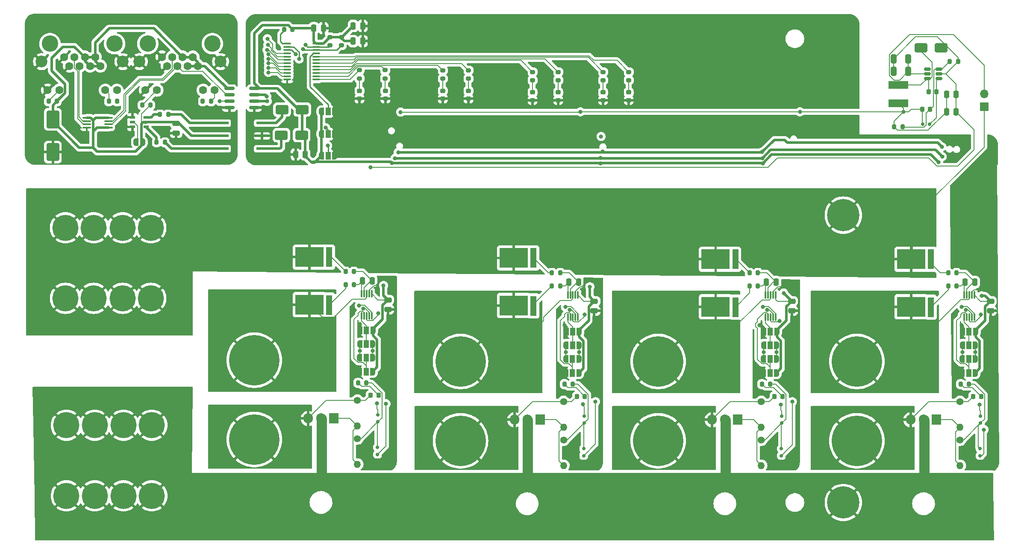
<source format=gbr>
%TF.GenerationSoftware,KiCad,Pcbnew,8.0.3*%
%TF.CreationDate,2024-11-12T13:20:17+01:00*%
%TF.ProjectId,BMU v1,424d5520-7631-42e6-9b69-6361645f7063,rev?*%
%TF.SameCoordinates,Original*%
%TF.FileFunction,Copper,L1,Top*%
%TF.FilePolarity,Positive*%
%FSLAX46Y46*%
G04 Gerber Fmt 4.6, Leading zero omitted, Abs format (unit mm)*
G04 Created by KiCad (PCBNEW 8.0.3) date 2024-11-12 13:20:17*
%MOMM*%
%LPD*%
G01*
G04 APERTURE LIST*
G04 Aperture macros list*
%AMRoundRect*
0 Rectangle with rounded corners*
0 $1 Rounding radius*
0 $2 $3 $4 $5 $6 $7 $8 $9 X,Y pos of 4 corners*
0 Add a 4 corners polygon primitive as box body*
4,1,4,$2,$3,$4,$5,$6,$7,$8,$9,$2,$3,0*
0 Add four circle primitives for the rounded corners*
1,1,$1+$1,$2,$3*
1,1,$1+$1,$4,$5*
1,1,$1+$1,$6,$7*
1,1,$1+$1,$8,$9*
0 Add four rect primitives between the rounded corners*
20,1,$1+$1,$2,$3,$4,$5,0*
20,1,$1+$1,$4,$5,$6,$7,0*
20,1,$1+$1,$6,$7,$8,$9,0*
20,1,$1+$1,$8,$9,$2,$3,0*%
%AMFreePoly0*
4,1,19,0.550000,-0.750000,0.000000,-0.750000,0.000000,-0.744911,-0.071157,-0.744911,-0.207708,-0.704816,-0.327430,-0.627875,-0.420627,-0.520320,-0.479746,-0.390866,-0.500000,-0.250000,-0.500000,0.250000,-0.479746,0.390866,-0.420627,0.520320,-0.327430,0.627875,-0.207708,0.704816,-0.071157,0.744911,0.000000,0.744911,0.000000,0.750000,0.550000,0.750000,0.550000,-0.750000,0.550000,-0.750000,
$1*%
%AMFreePoly1*
4,1,19,0.000000,0.744911,0.071157,0.744911,0.207708,0.704816,0.327430,0.627875,0.420627,0.520320,0.479746,0.390866,0.500000,0.250000,0.500000,-0.250000,0.479746,-0.390866,0.420627,-0.520320,0.327430,-0.627875,0.207708,-0.704816,0.071157,-0.744911,0.000000,-0.744911,0.000000,-0.750000,-0.550000,-0.750000,-0.550000,0.750000,0.000000,0.750000,0.000000,0.744911,0.000000,0.744911,
$1*%
%AMFreePoly2*
4,1,19,0.500000,-0.750000,0.000000,-0.750000,0.000000,-0.744911,-0.071157,-0.744911,-0.207708,-0.704816,-0.327430,-0.627875,-0.420627,-0.520320,-0.479746,-0.390866,-0.500000,-0.250000,-0.500000,0.250000,-0.479746,0.390866,-0.420627,0.520320,-0.327430,0.627875,-0.207708,0.704816,-0.071157,0.744911,0.000000,0.744911,0.000000,0.750000,0.500000,0.750000,0.500000,-0.750000,0.500000,-0.750000,
$1*%
%AMFreePoly3*
4,1,19,0.000000,0.744911,0.071157,0.744911,0.207708,0.704816,0.327430,0.627875,0.420627,0.520320,0.479746,0.390866,0.500000,0.250000,0.500000,-0.250000,0.479746,-0.390866,0.420627,-0.520320,0.327430,-0.627875,0.207708,-0.704816,0.071157,-0.744911,0.000000,-0.744911,0.000000,-0.750000,-0.500000,-0.750000,-0.500000,0.750000,0.000000,0.750000,0.000000,0.744911,0.000000,0.744911,
$1*%
G04 Aperture macros list end*
%TA.AperFunction,SMDPad,CuDef*%
%ADD10RoundRect,0.200000X0.200000X0.275000X-0.200000X0.275000X-0.200000X-0.275000X0.200000X-0.275000X0*%
%TD*%
%TA.AperFunction,SMDPad,CuDef*%
%ADD11RoundRect,0.250000X-0.250000X-0.475000X0.250000X-0.475000X0.250000X0.475000X-0.250000X0.475000X0*%
%TD*%
%TA.AperFunction,ComponentPad*%
%ADD12C,1.400000*%
%TD*%
%TA.AperFunction,ComponentPad*%
%ADD13O,1.400000X1.400000*%
%TD*%
%TA.AperFunction,SMDPad,CuDef*%
%ADD14RoundRect,0.150000X-0.825000X-0.150000X0.825000X-0.150000X0.825000X0.150000X-0.825000X0.150000X0*%
%TD*%
%TA.AperFunction,SMDPad,CuDef*%
%ADD15RoundRect,0.150000X-0.200000X0.150000X-0.200000X-0.150000X0.200000X-0.150000X0.200000X0.150000X0*%
%TD*%
%TA.AperFunction,SMDPad,CuDef*%
%ADD16RoundRect,0.200000X-0.200000X-0.275000X0.200000X-0.275000X0.200000X0.275000X-0.200000X0.275000X0*%
%TD*%
%TA.AperFunction,SMDPad,CuDef*%
%ADD17FreePoly0,180.000000*%
%TD*%
%TA.AperFunction,SMDPad,CuDef*%
%ADD18R,1.000000X1.500000*%
%TD*%
%TA.AperFunction,SMDPad,CuDef*%
%ADD19FreePoly1,180.000000*%
%TD*%
%TA.AperFunction,SMDPad,CuDef*%
%ADD20RoundRect,0.150000X0.200000X-0.150000X0.200000X0.150000X-0.200000X0.150000X-0.200000X-0.150000X0*%
%TD*%
%TA.AperFunction,SMDPad,CuDef*%
%ADD21RoundRect,0.200000X0.275000X-0.200000X0.275000X0.200000X-0.275000X0.200000X-0.275000X-0.200000X0*%
%TD*%
%TA.AperFunction,SMDPad,CuDef*%
%ADD22RoundRect,0.218750X-0.256250X0.218750X-0.256250X-0.218750X0.256250X-0.218750X0.256250X0.218750X0*%
%TD*%
%TA.AperFunction,SMDPad,CuDef*%
%ADD23RoundRect,0.218750X-0.218750X-0.256250X0.218750X-0.256250X0.218750X0.256250X-0.218750X0.256250X0*%
%TD*%
%TA.AperFunction,ComponentPad*%
%ADD24C,10.000000*%
%TD*%
%TA.AperFunction,SMDPad,CuDef*%
%ADD25RoundRect,0.250000X-1.000000X-0.650000X1.000000X-0.650000X1.000000X0.650000X-1.000000X0.650000X0*%
%TD*%
%TA.AperFunction,ComponentPad*%
%ADD26C,5.200000*%
%TD*%
%TA.AperFunction,ComponentPad*%
%ADD27C,0.800000*%
%TD*%
%TA.AperFunction,ComponentPad*%
%ADD28C,6.400000*%
%TD*%
%TA.AperFunction,SMDPad,CuDef*%
%ADD29RoundRect,0.250000X1.000000X0.650000X-1.000000X0.650000X-1.000000X-0.650000X1.000000X-0.650000X0*%
%TD*%
%TA.AperFunction,SMDPad,CuDef*%
%ADD30RoundRect,0.075000X0.075000X-0.650000X0.075000X0.650000X-0.075000X0.650000X-0.075000X-0.650000X0*%
%TD*%
%TA.AperFunction,SMDPad,CuDef*%
%ADD31R,4.000000X1.500000*%
%TD*%
%TA.AperFunction,ComponentPad*%
%ADD32R,1.700000X1.700000*%
%TD*%
%TA.AperFunction,ComponentPad*%
%ADD33O,1.700000X1.700000*%
%TD*%
%TA.AperFunction,SMDPad,CuDef*%
%ADD34RoundRect,0.250000X0.250000X0.475000X-0.250000X0.475000X-0.250000X-0.475000X0.250000X-0.475000X0*%
%TD*%
%TA.AperFunction,SMDPad,CuDef*%
%ADD35R,5.600000X4.000000*%
%TD*%
%TA.AperFunction,SMDPad,CuDef*%
%ADD36R,1.300000X4.000000*%
%TD*%
%TA.AperFunction,ComponentPad*%
%ADD37C,3.250000*%
%TD*%
%TA.AperFunction,ComponentPad*%
%ADD38C,1.600000*%
%TD*%
%TA.AperFunction,ComponentPad*%
%ADD39C,2.350000*%
%TD*%
%TA.AperFunction,SMDPad,CuDef*%
%ADD40RoundRect,0.250000X0.325000X0.650000X-0.325000X0.650000X-0.325000X-0.650000X0.325000X-0.650000X0*%
%TD*%
%TA.AperFunction,SMDPad,CuDef*%
%ADD41FreePoly2,180.000000*%
%TD*%
%TA.AperFunction,SMDPad,CuDef*%
%ADD42FreePoly3,180.000000*%
%TD*%
%TA.AperFunction,SMDPad,CuDef*%
%ADD43RoundRect,0.100000X-0.637500X-0.100000X0.637500X-0.100000X0.637500X0.100000X-0.637500X0.100000X0*%
%TD*%
%TA.AperFunction,SMDPad,CuDef*%
%ADD44FreePoly0,0.000000*%
%TD*%
%TA.AperFunction,SMDPad,CuDef*%
%ADD45FreePoly1,0.000000*%
%TD*%
%TA.AperFunction,SMDPad,CuDef*%
%ADD46R,1.100000X0.600000*%
%TD*%
%TA.AperFunction,SMDPad,CuDef*%
%ADD47RoundRect,0.225000X0.225000X0.250000X-0.225000X0.250000X-0.225000X-0.250000X0.225000X-0.250000X0*%
%TD*%
%TA.AperFunction,SMDPad,CuDef*%
%ADD48RoundRect,0.250000X-0.475000X0.250000X-0.475000X-0.250000X0.475000X-0.250000X0.475000X0.250000X0*%
%TD*%
%TA.AperFunction,SMDPad,CuDef*%
%ADD49O,1.660000X0.360000*%
%TD*%
%TA.AperFunction,SMDPad,CuDef*%
%ADD50RoundRect,0.150000X0.512500X0.150000X-0.512500X0.150000X-0.512500X-0.150000X0.512500X-0.150000X0*%
%TD*%
%TA.AperFunction,SMDPad,CuDef*%
%ADD51R,2.200000X0.500000*%
%TD*%
%TA.AperFunction,SMDPad,CuDef*%
%ADD52RoundRect,0.225000X-0.225000X-0.250000X0.225000X-0.250000X0.225000X0.250000X-0.225000X0.250000X0*%
%TD*%
%TA.AperFunction,SMDPad,CuDef*%
%ADD53RoundRect,0.150000X-0.150000X-0.200000X0.150000X-0.200000X0.150000X0.200000X-0.150000X0.200000X0*%
%TD*%
%TA.AperFunction,SMDPad,CuDef*%
%ADD54RoundRect,0.250000X-1.000000X1.500000X-1.000000X-1.500000X1.000000X-1.500000X1.000000X1.500000X0*%
%TD*%
%TA.AperFunction,ComponentPad*%
%ADD55R,1.905000X2.000000*%
%TD*%
%TA.AperFunction,ComponentPad*%
%ADD56O,1.905000X2.000000*%
%TD*%
%TA.AperFunction,ViaPad*%
%ADD57C,0.800000*%
%TD*%
%TA.AperFunction,Conductor*%
%ADD58C,0.200000*%
%TD*%
%TA.AperFunction,Conductor*%
%ADD59C,0.500000*%
%TD*%
%TA.AperFunction,Conductor*%
%ADD60C,0.250000*%
%TD*%
%TA.AperFunction,Conductor*%
%ADD61C,2.000000*%
%TD*%
G04 APERTURE END LIST*
D10*
%TO.P,R38,1*%
%TO.N,Net-(U7-Vin-)*%
X197033000Y-76450000D03*
%TO.P,R38,2*%
%TO.N,Net-(R38-Pad2)*%
X195383000Y-76450000D03*
%TD*%
D11*
%TO.P,C6,1*%
%TO.N,Net-(U3-Vin+)*%
X159374800Y-78282800D03*
%TO.P,C6,2*%
%TO.N,Net-(U3-Vin-)*%
X161274800Y-78282800D03*
%TD*%
D12*
%TO.P,R7,1*%
%TO.N,/GND_BATT*%
X78333600Y-101752400D03*
D13*
%TO.P,R7,2*%
%TO.N,/batteries1/GATE*%
X78333600Y-106832400D03*
%TD*%
D14*
%TO.P,U5,1,VCC1*%
%TO.N,VCC*%
X52962000Y-39878000D03*
%TO.P,U5,2,SDA1*%
%TO.N,/SDA1*%
X52962000Y-41148000D03*
%TO.P,U5,3,SCL1*%
%TO.N,/SCL1*%
X52962000Y-42418000D03*
%TO.P,U5,4,GND1*%
%TO.N,GND1*%
X52962000Y-43688000D03*
%TO.P,U5,5,GND2*%
%TO.N,GND*%
X57912000Y-43688000D03*
%TO.P,U5,6,SCL2*%
%TO.N,/SCL*%
X57912000Y-42418000D03*
%TO.P,U5,7,SDA2*%
%TO.N,/SDA*%
X57912000Y-41148000D03*
%TO.P,U5,8,VCC2*%
%TO.N,+3.3V*%
X57912000Y-39878000D03*
%TD*%
D15*
%TO.P,D6,1,K*%
%TO.N,Net-(D6-K)*%
X123259600Y-106229400D03*
%TO.P,D6,2,A*%
%TO.N,/BATT_SW2*%
X123259600Y-104829400D03*
%TD*%
D11*
%TO.P,C12,1*%
%TO.N,+3.3V*%
X77475000Y-27470000D03*
%TO.P,C12,2*%
%TO.N,GND*%
X79375000Y-27470000D03*
%TD*%
D16*
%TO.P,R16,1*%
%TO.N,Net-(J2-LEDG+)*%
X35688000Y-43180000D03*
%TO.P,R16,2*%
%TO.N,VCC*%
X37338000Y-43180000D03*
%TD*%
D10*
%TO.P,R4,1*%
%TO.N,Net-(U1-Vin-)*%
X77653000Y-76196000D03*
%TO.P,R4,2*%
%TO.N,Net-(R1-Pad4)*%
X76003000Y-76196000D03*
%TD*%
D17*
%TO.P,JP19,1,A*%
%TO.N,+3.3V*%
X200740800Y-96283800D03*
D18*
%TO.P,JP19,2,C*%
%TO.N,/batteries4/IAN_A0*%
X199440800Y-96283800D03*
D19*
%TO.P,JP19,3,B*%
%TO.N,GND*%
X198140800Y-96283800D03*
%TD*%
D20*
%TO.P,D15,1,K*%
%TO.N,Net-(D14-K)*%
X201676000Y-111331800D03*
%TO.P,D15,2,A*%
%TO.N,/MANUAL_SW*%
X201676000Y-112731800D03*
%TD*%
D21*
%TO.P,R35,1*%
%TO.N,Net-(D26-K)*%
X127000000Y-38242500D03*
%TO.P,R35,2*%
%TO.N,Net-(U6-P16)*%
X127000000Y-36592500D03*
%TD*%
D22*
%TO.P,D20,1,K*%
%TO.N,Net-(D20-K)*%
X78740000Y-40335000D03*
%TO.P,D20,2,A*%
%TO.N,GND*%
X78740000Y-41910000D03*
%TD*%
D20*
%TO.P,D7,1,K*%
%TO.N,Net-(D6-K)*%
X123158000Y-111331800D03*
%TO.P,D7,2,A*%
%TO.N,/MANUAL_SW*%
X123158000Y-112731800D03*
%TD*%
D23*
%TO.P,D12,1,K*%
%TO.N,/batteries3/GND_BAT*%
X160959700Y-100957400D03*
%TO.P,D12,2,A*%
%TO.N,Net-(D12-A)*%
X162534700Y-100957400D03*
%TD*%
D22*
%TO.P,D25,1,K*%
%TO.N,Net-(D25-K)*%
X118110000Y-40640000D03*
%TO.P,D25,2,A*%
%TO.N,GND*%
X118110000Y-42215000D03*
%TD*%
D23*
%TO.P,D16,1,K*%
%TO.N,/batteries4/GND_BAT*%
X200329700Y-100957400D03*
%TO.P,D16,2,A*%
%TO.N,Net-(D16-A)*%
X201904700Y-100957400D03*
%TD*%
D16*
%TO.P,R3,1*%
%TO.N,Net-(R1-Pad3)*%
X76003000Y-78796000D03*
%TO.P,R3,2*%
%TO.N,Net-(U1-Vin+)*%
X77653000Y-78796000D03*
%TD*%
%TO.P,R37,1*%
%TO.N,Net-(R37-Pad1)*%
X195383000Y-79050000D03*
%TO.P,R37,2*%
%TO.N,Net-(U7-Vin+)*%
X197033000Y-79050000D03*
%TD*%
D24*
%TO.P,H8,1,1*%
%TO.N,/batteries4/+BAT_IN*%
X177280000Y-94029000D03*
%TD*%
D17*
%TO.P,JP11,1,A*%
%TO.N,/SDA*%
X161391600Y-90797400D03*
D18*
%TO.P,JP11,2,C*%
%TO.N,/batteries3/IAN_A1*%
X160091600Y-90797400D03*
D19*
%TO.P,JP11,3,B*%
%TO.N,/SCL*%
X158791600Y-90797400D03*
%TD*%
D25*
%TO.P,D5,1,K*%
%TO.N,Net-(D5-K)*%
X190000000Y-31800000D03*
%TO.P,D5,2,A*%
%TO.N,/GND_BATT*%
X194000000Y-31800000D03*
%TD*%
D17*
%TO.P,JP18,1,A*%
%TO.N,/SDA*%
X200761600Y-90797400D03*
D18*
%TO.P,JP18,2,C*%
%TO.N,/batteries4/IAN_A1*%
X199461600Y-90797400D03*
D19*
%TO.P,JP18,3,B*%
%TO.N,/SCL*%
X198161600Y-90797400D03*
%TD*%
D26*
%TO.P,J12,1,Pin_1*%
%TO.N,/batteries1/-BATT OUT*%
X20692000Y-106680000D03*
X20692000Y-120680000D03*
%TO.P,J12,2*%
X26292000Y-106680000D03*
X26292000Y-120680000D03*
%TO.P,J12,3*%
X31992000Y-106680000D03*
X31992000Y-120680000D03*
%TO.P,J12,4*%
X37592000Y-106680000D03*
X37592000Y-120680000D03*
%TD*%
D27*
%TO.P,H11,1,1*%
%TO.N,/batteries1/-BATT OUT*%
X172200000Y-122000000D03*
X172902944Y-120302944D03*
X172902944Y-123697056D03*
X174600000Y-119600000D03*
D28*
X174600000Y-122000000D03*
D27*
X174600000Y-124400000D03*
X176297056Y-120302944D03*
X176297056Y-123697056D03*
X177000000Y-122000000D03*
%TD*%
D17*
%TO.P,JP20,1,A*%
%TO.N,+3.3V*%
X200791600Y-88105000D03*
D18*
%TO.P,JP20,2,C*%
%TO.N,/batteries4/IAN_A1*%
X199491600Y-88105000D03*
D19*
%TO.P,JP20,3,B*%
%TO.N,GND*%
X198191600Y-88105000D03*
%TD*%
D24*
%TO.P,H4,1,1*%
%TO.N,/batteries4/GND_BAT*%
X177280000Y-109754000D03*
%TD*%
D23*
%TO.P,D8,1,K*%
%TO.N,/batteries2/GND_BAT*%
X121811700Y-100957400D03*
%TO.P,D8,2,A*%
%TO.N,Net-(D8-A)*%
X123386700Y-100957400D03*
%TD*%
D29*
%TO.P,D18,1,K*%
%TO.N,+3.3V*%
X67405000Y-44069000D03*
%TO.P,D18,2,A*%
%TO.N,Net-(D18-A)*%
X63405000Y-44069000D03*
%TD*%
D17*
%TO.P,JP2,1,A*%
%TO.N,/SDA*%
X81360800Y-93235800D03*
D18*
%TO.P,JP2,2,C*%
%TO.N,/batteries1/IAN_A0*%
X80060800Y-93235800D03*
D19*
%TO.P,JP2,3,B*%
%TO.N,/SCL*%
X78760800Y-93235800D03*
%TD*%
D30*
%TO.P,U1,1,A1*%
%TO.N,/batteries1/IAN_A1*%
X79162400Y-85004000D03*
%TO.P,U1,2,A0*%
%TO.N,/batteries1/IAN_A0*%
X79662400Y-85004000D03*
%TO.P,U1,3,~{Alert}*%
%TO.N,/ALERT_1*%
X80162400Y-85004000D03*
%TO.P,U1,4,SDA*%
%TO.N,/SDA*%
X80662400Y-85004000D03*
%TO.P,U1,5,SCL*%
%TO.N,/SCL*%
X81162400Y-85004000D03*
%TO.P,U1,6,VS*%
%TO.N,+3.3V*%
X81162400Y-80604000D03*
%TO.P,U1,7,GND*%
%TO.N,GND*%
X80662400Y-80604000D03*
%TO.P,U1,8,Vbus*%
%TO.N,/batteries1/+BAT_IN*%
X80162400Y-80604000D03*
%TO.P,U1,9,Vin-*%
%TO.N,Net-(U1-Vin-)*%
X79662400Y-80604000D03*
%TO.P,U1,10,Vin+*%
%TO.N,Net-(U1-Vin+)*%
X79162400Y-80604000D03*
%TD*%
D11*
%TO.P,C9,1*%
%TO.N,+3.3V*%
X69700000Y-27900000D03*
%TO.P,C9,2*%
%TO.N,GND*%
X71600000Y-27900000D03*
%TD*%
D31*
%TO.P,L1,1*%
%TO.N,Net-(D5-K)*%
X185500000Y-39200000D03*
%TO.P,L1,2*%
%TO.N,/MANUAL_SW*%
X185500000Y-42800000D03*
%TD*%
D16*
%TO.P,R9,1*%
%TO.N,Net-(J1-LEDG+)*%
X17146000Y-42418000D03*
%TO.P,R9,2*%
%TO.N,VCC*%
X18796000Y-42418000D03*
%TD*%
D21*
%TO.P,R33,1*%
%TO.N,Net-(D24-K)*%
X113030000Y-38242500D03*
%TO.P,R33,2*%
%TO.N,Net-(U6-P14)*%
X113030000Y-36592500D03*
%TD*%
D32*
%TO.P,J3,1,Pin_1*%
%TO.N,+BATT*%
X202500000Y-43500000D03*
D33*
%TO.P,J3,2,Pin_2*%
%TO.N,Net-(J3-Pin_2)*%
X202500000Y-40960000D03*
%TD*%
D20*
%TO.P,D3,1,K*%
%TO.N,Net-(D2-K)*%
X82296000Y-111077800D03*
%TO.P,D3,2,A*%
%TO.N,/MANUAL_SW*%
X82296000Y-112477800D03*
%TD*%
D17*
%TO.P,JP3,1,A*%
%TO.N,/SDA*%
X81381600Y-90543400D03*
D18*
%TO.P,JP3,2,C*%
%TO.N,/batteries1/IAN_A1*%
X80081600Y-90543400D03*
D19*
%TO.P,JP3,3,B*%
%TO.N,/SCL*%
X78781600Y-90543400D03*
%TD*%
D17*
%TO.P,JP8,1,A*%
%TO.N,+3.3V*%
X122222800Y-96283800D03*
D18*
%TO.P,JP8,2,C*%
%TO.N,/batteries2/IAN_A0*%
X120922800Y-96283800D03*
D19*
%TO.P,JP8,3,B*%
%TO.N,GND*%
X119622800Y-96283800D03*
%TD*%
D11*
%TO.P,C2,1*%
%TO.N,Net-(U1-Vin+)*%
X79364800Y-78028800D03*
%TO.P,C2,2*%
%TO.N,Net-(U1-Vin-)*%
X81264800Y-78028800D03*
%TD*%
D10*
%TO.P,R25,1*%
%TO.N,Net-(R25-Pad1)*%
X40195000Y-50546000D03*
%TO.P,R25,2*%
%TO.N,Net-(U8-VD1)*%
X38545000Y-50546000D03*
%TD*%
D17*
%TO.P,JP5,1,A*%
%TO.N,+3.3V*%
X81411600Y-87851000D03*
D18*
%TO.P,JP5,2,C*%
%TO.N,/batteries1/IAN_A1*%
X80111600Y-87851000D03*
D19*
%TO.P,JP5,3,B*%
%TO.N,GND*%
X78811600Y-87851000D03*
%TD*%
D17*
%TO.P,JP12,1,A*%
%TO.N,+3.3V*%
X161370800Y-96283800D03*
D18*
%TO.P,JP12,2,C*%
%TO.N,/batteries3/IAN_A0*%
X160070800Y-96283800D03*
D19*
%TO.P,JP12,3,B*%
%TO.N,GND*%
X158770800Y-96283800D03*
%TD*%
D12*
%TO.P,R6,1*%
%TO.N,Net-(D2-K)*%
X78333600Y-109339400D03*
D13*
%TO.P,R6,2*%
%TO.N,/batteries1/GATE*%
X78333600Y-114419400D03*
%TD*%
D34*
%TO.P,C13,1*%
%TO.N,+3.3V*%
X68006000Y-52959000D03*
%TO.P,C13,2*%
%TO.N,GND*%
X66106000Y-52959000D03*
%TD*%
D21*
%TO.P,R29,1*%
%TO.N,Net-(D20-K)*%
X78740000Y-37897500D03*
%TO.P,R29,2*%
%TO.N,Net-(U6-P10)*%
X78740000Y-36247500D03*
%TD*%
D24*
%TO.P,H1,1,1*%
%TO.N,/GND_BATT*%
X57900000Y-109500000D03*
%TD*%
D17*
%TO.P,JP7,1,A*%
%TO.N,/SDA*%
X122243600Y-90797400D03*
D18*
%TO.P,JP7,2,C*%
%TO.N,/batteries2/IAN_A1*%
X120943600Y-90797400D03*
D19*
%TO.P,JP7,3,B*%
%TO.N,/SCL*%
X119643600Y-90797400D03*
%TD*%
D35*
%TO.P,R47,1,1*%
%TO.N,/batteries4/+BAT_IN*%
X188050000Y-83170000D03*
%TO.P,R47,2,2*%
%TO.N,+BATT*%
X188050000Y-73750000D03*
D36*
%TO.P,R47,3,3*%
%TO.N,Net-(R37-Pad1)*%
X191950000Y-83250000D03*
%TO.P,R47,4,4*%
%TO.N,Net-(R38-Pad2)*%
X191950000Y-73750000D03*
%TD*%
D12*
%TO.P,R20,1*%
%TO.N,Net-(D10-K)*%
X158343600Y-109593400D03*
D13*
%TO.P,R20,2*%
%TO.N,/batteries3/GATE*%
X158343600Y-114673400D03*
%TD*%
D22*
%TO.P,D24,1,K*%
%TO.N,Net-(D24-K)*%
X113030000Y-40640000D03*
%TO.P,D24,2,A*%
%TO.N,GND*%
X113030000Y-42215000D03*
%TD*%
D21*
%TO.P,R36,1*%
%TO.N,Net-(D27-K)*%
X132080000Y-38242500D03*
%TO.P,R36,2*%
%TO.N,Net-(U6-P17)*%
X132080000Y-36592500D03*
%TD*%
D37*
%TO.P,J1,*%
%TO.N,*%
X17426000Y-30988000D03*
X30226000Y-30988000D03*
D38*
%TO.P,J1,1,1*%
%TO.N,GND1*%
X20256000Y-33638000D03*
%TO.P,J1,2,2*%
X21276000Y-35418000D03*
%TO.P,J1,3,3*%
%TO.N,Net-(U4-SDAA)*%
X22296000Y-33638000D03*
%TO.P,J1,4,4*%
%TO.N,Net-(U4-SCLA)*%
X23316000Y-35418000D03*
%TO.P,J1,5,5*%
%TO.N,VCC*%
X24336000Y-33638000D03*
%TO.P,J1,6,6*%
X25356000Y-35418000D03*
%TO.P,J1,7,7*%
X26376000Y-33638000D03*
%TO.P,J1,8,8*%
X27396000Y-35418000D03*
%TO.P,J1,9,LEDG-*%
%TO.N,GND1*%
X16966000Y-40198000D03*
%TO.P,J1,10,LEDG+*%
%TO.N,Net-(J1-LEDG+)*%
X19256000Y-40198000D03*
%TO.P,J1,11,LEDY-*%
%TO.N,Net-(J1-LEDY-)*%
X28396000Y-40198000D03*
%TO.P,J1,12,LEDY+*%
%TO.N,Net-(J1-LEDY+)*%
X30686000Y-40198000D03*
D39*
%TO.P,J1,13,13*%
%TO.N,GND1*%
X15766000Y-34528000D03*
%TO.P,J1,14,14*%
X31866000Y-34538000D03*
%TD*%
D26*
%TO.P,J11,1,Pin_1*%
%TO.N,+BATT*%
X20500000Y-67500000D03*
X20500000Y-81500000D03*
%TO.P,J11,2*%
X26100000Y-67500000D03*
X26100000Y-81500000D03*
%TO.P,J11,3*%
X31800000Y-67500000D03*
X31800000Y-81500000D03*
%TO.P,J11,4*%
X37400000Y-67500000D03*
X37400000Y-81500000D03*
%TD*%
D12*
%TO.P,R14,1*%
%TO.N,/batteries2/GND_BAT*%
X119195600Y-102006400D03*
D13*
%TO.P,R14,2*%
%TO.N,/batteries2/GATE*%
X119195600Y-107086400D03*
%TD*%
D16*
%TO.P,R10,1*%
%TO.N,Net-(R10-Pad1)*%
X116865000Y-79050000D03*
%TO.P,R10,2*%
%TO.N,Net-(U2-Vin+)*%
X118515000Y-79050000D03*
%TD*%
%TO.P,R17,1*%
%TO.N,Net-(R17-Pad1)*%
X156013000Y-79050000D03*
%TO.P,R17,2*%
%TO.N,Net-(U3-Vin+)*%
X157663000Y-79050000D03*
%TD*%
D40*
%TO.P,C16,1*%
%TO.N,Net-(J3-Pin_2)*%
X187475000Y-36500000D03*
%TO.P,C16,2*%
%TO.N,/GND_BATT*%
X184525000Y-36500000D03*
%TD*%
D11*
%TO.P,C4,1*%
%TO.N,Net-(U2-Vin+)*%
X120226800Y-78282800D03*
%TO.P,C4,2*%
%TO.N,Net-(U2-Vin-)*%
X122126800Y-78282800D03*
%TD*%
D41*
%TO.P,JP1,1,A*%
%TO.N,VCC*%
X35787500Y-50525000D03*
D42*
%TO.P,JP1,2,B*%
%TO.N,Net-(JP1-B)*%
X34487500Y-50525000D03*
%TD*%
D17*
%TO.P,JP17,1,A*%
%TO.N,/SDA*%
X200740800Y-93489800D03*
D18*
%TO.P,JP17,2,C*%
%TO.N,/batteries4/IAN_A0*%
X199440800Y-93489800D03*
D19*
%TO.P,JP17,3,B*%
%TO.N,/SCL*%
X198140800Y-93489800D03*
%TD*%
D12*
%TO.P,R13,1*%
%TO.N,Net-(D6-K)*%
X119195600Y-109593400D03*
D13*
%TO.P,R13,2*%
%TO.N,/batteries2/GATE*%
X119195600Y-114673400D03*
%TD*%
D11*
%TO.P,C14,1*%
%TO.N,+3.3V*%
X77475000Y-30480000D03*
%TO.P,C14,2*%
%TO.N,GND*%
X79375000Y-30480000D03*
%TD*%
D21*
%TO.P,R34,1*%
%TO.N,Net-(D25-K)*%
X118110000Y-38242500D03*
%TO.P,R34,2*%
%TO.N,Net-(U6-P15)*%
X118110000Y-36592500D03*
%TD*%
D15*
%TO.P,D10,1,K*%
%TO.N,Net-(D10-K)*%
X162407600Y-106229400D03*
%TO.P,D10,2,A*%
%TO.N,/BATT_SW3*%
X162407600Y-104829400D03*
%TD*%
D17*
%TO.P,JP9,1,A*%
%TO.N,+3.3V*%
X122273600Y-88105000D03*
D18*
%TO.P,JP9,2,C*%
%TO.N,/batteries2/IAN_A1*%
X120973600Y-88105000D03*
D19*
%TO.P,JP9,3,B*%
%TO.N,GND*%
X119673600Y-88105000D03*
%TD*%
D16*
%TO.P,R15,1*%
%TO.N,/MANUAL_SW*%
X184675000Y-47500000D03*
%TO.P,R15,2*%
%TO.N,Net-(U10-VFB)*%
X186325000Y-47500000D03*
%TD*%
D37*
%TO.P,J2,*%
%TO.N,*%
X36797000Y-30988000D03*
X49597000Y-30988000D03*
D38*
%TO.P,J2,1,1*%
%TO.N,GND1*%
X39627000Y-33638000D03*
%TO.P,J2,2,2*%
X40647000Y-35418000D03*
%TO.P,J2,3,3*%
%TO.N,/SCL1*%
X41667000Y-33638000D03*
%TO.P,J2,4,4*%
%TO.N,/SDA1*%
X42687000Y-35418000D03*
%TO.P,J2,5,5*%
%TO.N,VCC*%
X43707000Y-33638000D03*
%TO.P,J2,6,6*%
X44727000Y-35418000D03*
%TO.P,J2,7,7*%
X45747000Y-33638000D03*
%TO.P,J2,8,8*%
X46767000Y-35418000D03*
%TO.P,J2,9,LEDG-*%
%TO.N,GND1*%
X36337000Y-40198000D03*
%TO.P,J2,10,LEDG+*%
%TO.N,Net-(J2-LEDG+)*%
X38627000Y-40198000D03*
%TO.P,J2,11,LEDY-*%
%TO.N,Net-(J2-LEDY-)*%
X47767000Y-40198000D03*
%TO.P,J2,12,LEDY+*%
%TO.N,Net-(J2-LEDY+)*%
X50057000Y-40198000D03*
D39*
%TO.P,J2,13,13*%
%TO.N,GND1*%
X35137000Y-34528000D03*
%TO.P,J2,14,14*%
X51237000Y-34538000D03*
%TD*%
D21*
%TO.P,R31,1*%
%TO.N,Net-(D22-K)*%
X95250000Y-37937500D03*
%TO.P,R31,2*%
%TO.N,Net-(U6-P12)*%
X95250000Y-36287500D03*
%TD*%
%TO.P,R30,1*%
%TO.N,Net-(D21-K)*%
X83820000Y-37897500D03*
%TO.P,R30,2*%
%TO.N,Net-(U6-P11)*%
X83820000Y-36247500D03*
%TD*%
D24*
%TO.P,H3,1,1*%
%TO.N,/batteries3/GND_BAT*%
X137910000Y-109754000D03*
%TD*%
D43*
%TO.P,U6,1,~{INT}*%
%TO.N,Net-(U6-~{INT})*%
X64425000Y-30950000D03*
%TO.P,U6,2,A1*%
%TO.N,/PCA_A1*%
X64425000Y-31600000D03*
%TO.P,U6,3,A2*%
%TO.N,/PCA_A2*%
X64425000Y-32250000D03*
%TO.P,U6,4,P00*%
%TO.N,/BATT_SW4*%
X64425000Y-32900000D03*
%TO.P,U6,5,P01*%
%TO.N,/BATT_SW3*%
X64425000Y-33550000D03*
%TO.P,U6,6,P02*%
%TO.N,/BATT_SW2*%
X64425000Y-34200000D03*
%TO.P,U6,7,P03*%
%TO.N,/BATT_SW1*%
X64425000Y-34850000D03*
%TO.P,U6,8,P04*%
%TO.N,/ALERT_4*%
X64425000Y-35500000D03*
%TO.P,U6,9,P05*%
%TO.N,/ALERT_3*%
X64425000Y-36150000D03*
%TO.P,U6,10,P06*%
%TO.N,/ALERT_2*%
X64425000Y-36800000D03*
%TO.P,U6,11,P07*%
%TO.N,/ALERT_1*%
X64425000Y-37450000D03*
%TO.P,U6,12,GND*%
%TO.N,GND*%
X64425000Y-38100000D03*
%TO.P,U6,13,P10*%
%TO.N,Net-(U6-P10)*%
X70150000Y-38100000D03*
%TO.P,U6,14,P11*%
%TO.N,Net-(U6-P11)*%
X70150000Y-37450000D03*
%TO.P,U6,15,P12*%
%TO.N,Net-(U6-P12)*%
X70150000Y-36800000D03*
%TO.P,U6,16,P13*%
%TO.N,Net-(U6-P13)*%
X70150000Y-36150000D03*
%TO.P,U6,17,P14*%
%TO.N,Net-(U6-P14)*%
X70150000Y-35500000D03*
%TO.P,U6,18,P15*%
%TO.N,Net-(U6-P15)*%
X70150000Y-34850000D03*
%TO.P,U6,19,P16*%
%TO.N,Net-(U6-P16)*%
X70150000Y-34200000D03*
%TO.P,U6,20,P17*%
%TO.N,Net-(U6-P17)*%
X70150000Y-33550000D03*
%TO.P,U6,21,A0*%
%TO.N,/PCA_A0*%
X70150000Y-32900000D03*
%TO.P,U6,22,SCL*%
%TO.N,/SCL*%
X70150000Y-32250000D03*
%TO.P,U6,23,SDA*%
%TO.N,/SDA*%
X70150000Y-31600000D03*
%TO.P,U6,24,VCC*%
%TO.N,+3.3V*%
X70150000Y-30950000D03*
%TD*%
D44*
%TO.P,JP14,1,A*%
%TO.N,+3.3V*%
X71217000Y-44450000D03*
D18*
%TO.P,JP14,2,C*%
%TO.N,/PCA_A0*%
X72517000Y-44450000D03*
D45*
%TO.P,JP14,3,B*%
%TO.N,GND*%
X73817000Y-44450000D03*
%TD*%
D46*
%TO.P,U8,1,VD1*%
%TO.N,Net-(U8-VD1)*%
X36474652Y-47482102D03*
%TO.P,U8,2,VCC*%
%TO.N,VCC*%
X36474652Y-46532102D03*
%TO.P,U8,3,VD2*%
%TO.N,Net-(U8-VD2)*%
X36474652Y-45582102D03*
%TO.P,U8,4,GND*%
%TO.N,GND1*%
X33774652Y-45582102D03*
%TO.P,U8,5,EN*%
%TO.N,Net-(JP1-B)*%
X33774652Y-46532102D03*
%TO.P,U8,6,CLK*%
%TO.N,GND1*%
X33774652Y-47482102D03*
%TD*%
D47*
%TO.P,C18,1*%
%TO.N,Net-(D9-K)*%
X193050000Y-40500000D03*
%TO.P,C18,2*%
%TO.N,Net-(D5-K)*%
X191500000Y-40500000D03*
%TD*%
D16*
%TO.P,R39,1*%
%TO.N,Net-(D16-A)*%
X197853800Y-98519000D03*
%TO.P,R39,2*%
%TO.N,Net-(D14-K)*%
X199503800Y-98519000D03*
%TD*%
D22*
%TO.P,D26,1,K*%
%TO.N,Net-(D26-K)*%
X127000000Y-40640000D03*
%TO.P,D26,2,A*%
%TO.N,GND*%
X127000000Y-42215000D03*
%TD*%
D48*
%TO.P,C3,1*%
%TO.N,+3.3V*%
X84378800Y-81803200D03*
%TO.P,C3,2*%
%TO.N,GND*%
X84378800Y-83703200D03*
%TD*%
%TO.P,C7,1*%
%TO.N,+3.3V*%
X164388800Y-82057200D03*
%TO.P,C7,2*%
%TO.N,GND*%
X164388800Y-83957200D03*
%TD*%
D44*
%TO.P,JP16,1,A*%
%TO.N,+3.3V*%
X71217000Y-53200000D03*
D18*
%TO.P,JP16,2,C*%
%TO.N,/PCA_A2*%
X72517000Y-53200000D03*
D45*
%TO.P,JP16,3,B*%
%TO.N,GND*%
X73817000Y-53200000D03*
%TD*%
D17*
%TO.P,JP10,1,A*%
%TO.N,/SDA*%
X161370800Y-93489800D03*
D18*
%TO.P,JP10,2,C*%
%TO.N,/batteries3/IAN_A0*%
X160070800Y-93489800D03*
D19*
%TO.P,JP10,3,B*%
%TO.N,/SCL*%
X158770800Y-93489800D03*
%TD*%
D21*
%TO.P,R27,1*%
%TO.N,/SCL*%
X75184000Y-31305000D03*
%TO.P,R27,2*%
%TO.N,+3.3V*%
X75184000Y-29655000D03*
%TD*%
D16*
%TO.P,R19,1*%
%TO.N,Net-(D12-A)*%
X158483800Y-98519000D03*
%TO.P,R19,2*%
%TO.N,Net-(D10-K)*%
X160133800Y-98519000D03*
%TD*%
D20*
%TO.P,D11,1,K*%
%TO.N,Net-(D10-K)*%
X162306000Y-111331800D03*
%TO.P,D11,2,A*%
%TO.N,/MANUAL_SW*%
X162306000Y-112731800D03*
%TD*%
D49*
%TO.P,U4,1,VCCA*%
%TO.N,VCC*%
X24740000Y-45690000D03*
%TO.P,U4,2,SCLA*%
%TO.N,Net-(U4-SCLA)*%
X24740000Y-46350000D03*
%TO.P,U4,3,SDAA*%
%TO.N,Net-(U4-SDAA)*%
X24740000Y-47000000D03*
%TO.P,U4,4,GND*%
%TO.N,GND1*%
X24740000Y-47650000D03*
%TO.P,U4,5,EN*%
%TO.N,VCC*%
X29000000Y-47650000D03*
%TO.P,U4,6,SDAB*%
%TO.N,/SDA1*%
X29000000Y-47000000D03*
%TO.P,U4,7,SCLB*%
%TO.N,/SCL1*%
X29000000Y-46350000D03*
%TO.P,U4,8,VCCB*%
%TO.N,VCC*%
X29000000Y-45690000D03*
%TD*%
D21*
%TO.P,R26,1*%
%TO.N,/SDA*%
X72898000Y-31305000D03*
%TO.P,R26,2*%
%TO.N,+3.3V*%
X72898000Y-29655000D03*
%TD*%
D48*
%TO.P,C5,1*%
%TO.N,+3.3V*%
X125240800Y-82057200D03*
%TO.P,C5,2*%
%TO.N,GND*%
X125240800Y-83957200D03*
%TD*%
D11*
%TO.P,C10,1*%
%TO.N,Net-(U7-Vin+)*%
X198744800Y-78282800D03*
%TO.P,C10,2*%
%TO.N,Net-(U7-Vin-)*%
X200644800Y-78282800D03*
%TD*%
D16*
%TO.P,R28,1*%
%TO.N,Net-(U6-~{INT})*%
X63825000Y-28150000D03*
%TO.P,R28,2*%
%TO.N,+3.3V*%
X65475000Y-28150000D03*
%TD*%
D35*
%TO.P,R46,1,1*%
%TO.N,/batteries3/+BAT_IN*%
X149300000Y-83170000D03*
%TO.P,R46,2,2*%
%TO.N,+BATT*%
X149300000Y-73750000D03*
D36*
%TO.P,R46,3,3*%
%TO.N,Net-(R17-Pad1)*%
X153200000Y-83250000D03*
%TO.P,R46,4,4*%
%TO.N,Net-(R18-Pad2)*%
X153200000Y-73750000D03*
%TD*%
D15*
%TO.P,D14,1,K*%
%TO.N,Net-(D14-K)*%
X201777600Y-106229400D03*
%TO.P,D14,2,A*%
%TO.N,/BATT_SW4*%
X201777600Y-104829400D03*
%TD*%
D10*
%TO.P,R18,1*%
%TO.N,Net-(U3-Vin-)*%
X157663000Y-76450000D03*
%TO.P,R18,2*%
%TO.N,Net-(R18-Pad2)*%
X156013000Y-76450000D03*
%TD*%
D22*
%TO.P,D22,1,K*%
%TO.N,Net-(D22-K)*%
X95250000Y-40335000D03*
%TO.P,D22,2,A*%
%TO.N,GND*%
X95250000Y-41910000D03*
%TD*%
D10*
%TO.P,R11,1*%
%TO.N,Net-(U2-Vin-)*%
X118515000Y-76450000D03*
%TO.P,R11,2*%
%TO.N,Net-(R11-Pad2)*%
X116865000Y-76450000D03*
%TD*%
D16*
%TO.P,R12,1*%
%TO.N,Net-(D8-A)*%
X119335800Y-98519000D03*
%TO.P,R12,2*%
%TO.N,Net-(D6-K)*%
X120985800Y-98519000D03*
%TD*%
D12*
%TO.P,R40,1*%
%TO.N,Net-(D14-K)*%
X197713600Y-109593400D03*
D13*
%TO.P,R40,2*%
%TO.N,/batteries4/GATE*%
X197713600Y-114673400D03*
%TD*%
D16*
%TO.P,R5,1*%
%TO.N,Net-(D4-A)*%
X78473800Y-98265000D03*
%TO.P,R5,2*%
%TO.N,Net-(D2-K)*%
X80123800Y-98265000D03*
%TD*%
D17*
%TO.P,JP13,1,A*%
%TO.N,+3.3V*%
X161421600Y-88105000D03*
D18*
%TO.P,JP13,2,C*%
%TO.N,/batteries3/IAN_A1*%
X160121600Y-88105000D03*
D19*
%TO.P,JP13,3,B*%
%TO.N,GND*%
X158821600Y-88105000D03*
%TD*%
D29*
%TO.P,D19,1,K*%
%TO.N,+3.3V*%
X67278000Y-49149000D03*
%TO.P,D19,2,A*%
%TO.N,Net-(D19-A)*%
X63278000Y-49149000D03*
%TD*%
D48*
%TO.P,C8,1*%
%TO.N,VCC*%
X42418000Y-46802000D03*
%TO.P,C8,2*%
%TO.N,GND1*%
X42418000Y-48702000D03*
%TD*%
D16*
%TO.P,R22,1*%
%TO.N,Net-(U10-VFB)*%
X195675000Y-34500000D03*
%TO.P,R22,2*%
%TO.N,/GND_BATT*%
X197325000Y-34500000D03*
%TD*%
D22*
%TO.P,D27,1,K*%
%TO.N,Net-(D27-K)*%
X132080000Y-40640000D03*
%TO.P,D27,2,A*%
%TO.N,GND*%
X132080000Y-42215000D03*
%TD*%
D50*
%TO.P,U10,1,BOOST*%
%TO.N,Net-(D9-K)*%
X193500000Y-37900000D03*
%TO.P,U10,2,GND*%
%TO.N,/GND_BATT*%
X193500000Y-36950000D03*
%TO.P,U10,3,VFB*%
%TO.N,Net-(U10-VFB)*%
X193500000Y-36000000D03*
%TO.P,U10,4,EN*%
%TO.N,unconnected-(U10-EN-Pad4)*%
X191225000Y-36000000D03*
%TO.P,U10,5,VIN*%
%TO.N,Net-(J3-Pin_2)*%
X191225000Y-36950000D03*
%TO.P,U10,6,SW*%
%TO.N,Net-(D5-K)*%
X191225000Y-37900000D03*
%TD*%
D23*
%TO.P,D4,1,K*%
%TO.N,/GND_BATT*%
X80949700Y-100703400D03*
%TO.P,D4,2,A*%
%TO.N,Net-(D4-A)*%
X82524700Y-100703400D03*
%TD*%
D40*
%TO.P,C15,1*%
%TO.N,Net-(J3-Pin_2)*%
X187475000Y-34000000D03*
%TO.P,C15,2*%
%TO.N,/GND_BATT*%
X184525000Y-34000000D03*
%TD*%
D44*
%TO.P,JP15,1,A*%
%TO.N,+3.3V*%
X71217000Y-48900000D03*
D18*
%TO.P,JP15,2,C*%
%TO.N,/PCA_A1*%
X72517000Y-48900000D03*
D45*
%TO.P,JP15,3,B*%
%TO.N,GND*%
X73817000Y-48900000D03*
%TD*%
D35*
%TO.P,R1,1,1*%
%TO.N,/batteries1/+BAT_IN*%
X68850000Y-82745000D03*
%TO.P,R1,2,2*%
%TO.N,+BATT*%
X68850000Y-73325000D03*
D36*
%TO.P,R1,3,3*%
%TO.N,Net-(R1-Pad3)*%
X72750000Y-82825000D03*
%TO.P,R1,4,4*%
%TO.N,Net-(R1-Pad4)*%
X72750000Y-73325000D03*
%TD*%
D30*
%TO.P,U3,1,A1*%
%TO.N,/batteries3/IAN_A1*%
X159172400Y-85258000D03*
%TO.P,U3,2,A0*%
%TO.N,/batteries3/IAN_A0*%
X159672400Y-85258000D03*
%TO.P,U3,3,~{Alert}*%
%TO.N,/ALERT_3*%
X160172400Y-85258000D03*
%TO.P,U3,4,SDA*%
%TO.N,/SDA*%
X160672400Y-85258000D03*
%TO.P,U3,5,SCL*%
%TO.N,/SCL*%
X161172400Y-85258000D03*
%TO.P,U3,6,VS*%
%TO.N,+3.3V*%
X161172400Y-80858000D03*
%TO.P,U3,7,GND*%
%TO.N,GND*%
X160672400Y-80858000D03*
%TO.P,U3,8,Vbus*%
%TO.N,/batteries3/+BAT_IN*%
X160172400Y-80858000D03*
%TO.P,U3,9,Vin-*%
%TO.N,Net-(U3-Vin-)*%
X159672400Y-80858000D03*
%TO.P,U3,10,Vin+*%
%TO.N,Net-(U3-Vin+)*%
X159172400Y-80858000D03*
%TD*%
D51*
%TO.P,TR1,1*%
%TO.N,Net-(R24-Pad1)*%
X51689000Y-46736000D03*
%TO.P,TR1,2*%
%TO.N,VCC*%
X51689000Y-49276000D03*
%TO.P,TR1,3*%
%TO.N,Net-(R25-Pad1)*%
X51689000Y-51816000D03*
%TO.P,TR1,4*%
%TO.N,Net-(D19-A)*%
X59435000Y-51816000D03*
%TO.P,TR1,5*%
%TO.N,GND*%
X59435000Y-49276000D03*
%TO.P,TR1,6*%
%TO.N,Net-(D18-A)*%
X59435000Y-46736000D03*
%TD*%
D24*
%TO.P,H5,1,1*%
%TO.N,/batteries1/+BAT_IN*%
X57900000Y-93775000D03*
%TD*%
D10*
%TO.P,R24,1*%
%TO.N,Net-(R24-Pad1)*%
X40862500Y-45025000D03*
%TO.P,R24,2*%
%TO.N,Net-(U8-VD2)*%
X39212500Y-45025000D03*
%TD*%
D15*
%TO.P,D2,1,K*%
%TO.N,Net-(D2-K)*%
X82397600Y-105975400D03*
%TO.P,D2,2,A*%
%TO.N,/BATT_SW1*%
X82397600Y-104575400D03*
%TD*%
D11*
%TO.P,C20,1*%
%TO.N,/MANUAL_SW*%
X195050000Y-41000000D03*
%TO.P,C20,2*%
%TO.N,/GND_BATT*%
X196950000Y-41000000D03*
%TD*%
D12*
%TO.P,R21,1*%
%TO.N,/batteries3/GND_BAT*%
X158343600Y-102006400D03*
D13*
%TO.P,R21,2*%
%TO.N,/batteries3/GATE*%
X158343600Y-107086400D03*
%TD*%
D16*
%TO.P,R2,1*%
%TO.N,Net-(J1-LEDY-)*%
X29084000Y-42418000D03*
%TO.P,R2,2*%
%TO.N,Net-(R2-Pad2)*%
X30734000Y-42418000D03*
%TD*%
D52*
%TO.P,C19,1*%
%TO.N,/MANUAL_SW*%
X190225000Y-44000000D03*
%TO.P,C19,2*%
%TO.N,Net-(U10-VFB)*%
X191775000Y-44000000D03*
%TD*%
D27*
%TO.P,H12,1,1*%
%TO.N,+BATT*%
X172200000Y-65000000D03*
X172902944Y-63302944D03*
X172902944Y-66697056D03*
X174600000Y-62600000D03*
D28*
X174600000Y-65000000D03*
D27*
X174600000Y-67400000D03*
X176297056Y-63302944D03*
X176297056Y-66697056D03*
X177000000Y-65000000D03*
%TD*%
D48*
%TO.P,C11,1*%
%TO.N,+3.3V*%
X203758800Y-82057200D03*
%TO.P,C11,2*%
%TO.N,GND*%
X203758800Y-83957200D03*
%TD*%
D21*
%TO.P,R32,1*%
%TO.N,Net-(D23-K)*%
X100330000Y-37937500D03*
%TO.P,R32,2*%
%TO.N,Net-(U6-P13)*%
X100330000Y-36287500D03*
%TD*%
D30*
%TO.P,U7,1,A1*%
%TO.N,/batteries4/IAN_A1*%
X198542400Y-85258000D03*
%TO.P,U7,2,A0*%
%TO.N,/batteries4/IAN_A0*%
X199042400Y-85258000D03*
%TO.P,U7,3,~{Alert}*%
%TO.N,/ALERT_4*%
X199542400Y-85258000D03*
%TO.P,U7,4,SDA*%
%TO.N,/SDA*%
X200042400Y-85258000D03*
%TO.P,U7,5,SCL*%
%TO.N,/SCL*%
X200542400Y-85258000D03*
%TO.P,U7,6,VS*%
%TO.N,+3.3V*%
X200542400Y-80858000D03*
%TO.P,U7,7,GND*%
%TO.N,GND*%
X200042400Y-80858000D03*
%TO.P,U7,8,Vbus*%
%TO.N,/batteries4/+BAT_IN*%
X199542400Y-80858000D03*
%TO.P,U7,9,Vin-*%
%TO.N,Net-(U7-Vin-)*%
X199042400Y-80858000D03*
%TO.P,U7,10,Vin+*%
%TO.N,Net-(U7-Vin+)*%
X198542400Y-80858000D03*
%TD*%
D22*
%TO.P,D21,1,K*%
%TO.N,Net-(D21-K)*%
X83884444Y-40335000D03*
%TO.P,D21,2,A*%
%TO.N,GND*%
X83884444Y-41910000D03*
%TD*%
D11*
%TO.P,C21,1*%
%TO.N,/MANUAL_SW*%
X195050000Y-44500000D03*
%TO.P,C21,2*%
%TO.N,/GND_BATT*%
X196950000Y-44500000D03*
%TD*%
D22*
%TO.P,D23,1,K*%
%TO.N,Net-(D23-K)*%
X100330000Y-40335000D03*
%TO.P,D23,2,A*%
%TO.N,GND*%
X100330000Y-41910000D03*
%TD*%
D12*
%TO.P,R41,1*%
%TO.N,/batteries4/GND_BAT*%
X197713600Y-102006400D03*
D13*
%TO.P,R41,2*%
%TO.N,/batteries4/GATE*%
X197713600Y-107086400D03*
%TD*%
D35*
%TO.P,R8,1,1*%
%TO.N,/batteries2/+BAT_IN*%
X109300000Y-82920000D03*
%TO.P,R8,2,2*%
%TO.N,+BATT*%
X109300000Y-73500000D03*
D36*
%TO.P,R8,3,3*%
%TO.N,Net-(R10-Pad1)*%
X113200000Y-83000000D03*
%TO.P,R8,4,4*%
%TO.N,Net-(R11-Pad2)*%
X113200000Y-73500000D03*
%TD*%
D53*
%TO.P,D9,1,K*%
%TO.N,Net-(D9-K)*%
X191700000Y-47000000D03*
%TO.P,D9,2,A*%
%TO.N,/MANUAL_SW*%
X190300000Y-47000000D03*
%TD*%
D24*
%TO.P,H7,1,1*%
%TO.N,/batteries3/+BAT_IN*%
X137910000Y-94029000D03*
%TD*%
D30*
%TO.P,U2,1,A1*%
%TO.N,/batteries2/IAN_A1*%
X120024400Y-85258000D03*
%TO.P,U2,2,A0*%
%TO.N,/batteries2/IAN_A0*%
X120524400Y-85258000D03*
%TO.P,U2,3,~{Alert}*%
%TO.N,/ALERT_2*%
X121024400Y-85258000D03*
%TO.P,U2,4,SDA*%
%TO.N,/SDA*%
X121524400Y-85258000D03*
%TO.P,U2,5,SCL*%
%TO.N,/SCL*%
X122024400Y-85258000D03*
%TO.P,U2,6,VS*%
%TO.N,+3.3V*%
X122024400Y-80858000D03*
%TO.P,U2,7,GND*%
%TO.N,GND*%
X121524400Y-80858000D03*
%TO.P,U2,8,Vbus*%
%TO.N,/batteries2/+BAT_IN*%
X121024400Y-80858000D03*
%TO.P,U2,9,Vin-*%
%TO.N,Net-(U2-Vin-)*%
X120524400Y-80858000D03*
%TO.P,U2,10,Vin+*%
%TO.N,Net-(U2-Vin+)*%
X120024400Y-80858000D03*
%TD*%
D54*
%TO.P,C1,1*%
%TO.N,VCC*%
X18000000Y-46000000D03*
%TO.P,C1,2*%
%TO.N,GND1*%
X18000000Y-52500000D03*
%TD*%
D17*
%TO.P,JP6,1,A*%
%TO.N,/SDA*%
X122222800Y-93489800D03*
D18*
%TO.P,JP6,2,C*%
%TO.N,/batteries2/IAN_A0*%
X120922800Y-93489800D03*
D19*
%TO.P,JP6,3,B*%
%TO.N,/SCL*%
X119622800Y-93489800D03*
%TD*%
D17*
%TO.P,JP4,1,A*%
%TO.N,+3.3V*%
X81360800Y-96029800D03*
D18*
%TO.P,JP4,2,C*%
%TO.N,/batteries1/IAN_A0*%
X80060800Y-96029800D03*
D19*
%TO.P,JP4,3,B*%
%TO.N,GND*%
X78760800Y-96029800D03*
%TD*%
D24*
%TO.P,H6,1,1*%
%TO.N,/batteries2/+BAT_IN*%
X98762000Y-94029000D03*
%TD*%
D10*
%TO.P,R23,1*%
%TO.N,Net-(J2-LEDY+)*%
X49339000Y-42418000D03*
%TO.P,R23,2*%
%TO.N,Net-(R23-Pad2)*%
X47689000Y-42418000D03*
%TD*%
D24*
%TO.P,H2,1,1*%
%TO.N,/batteries2/GND_BAT*%
X98762000Y-109754000D03*
%TD*%
D55*
%TO.P,Q5,1,G*%
%TO.N,/batteries1/GATE*%
X73660000Y-105324000D03*
D56*
%TO.P,Q5,2,D*%
%TO.N,/batteries1/-BATT OUT*%
X71120000Y-105324000D03*
%TO.P,Q5,3,S*%
%TO.N,/GND_BATT*%
X68580000Y-105324000D03*
%TD*%
D55*
%TO.P,Q7,1,G*%
%TO.N,/batteries3/GATE*%
X153670000Y-105578000D03*
D56*
%TO.P,Q7,2,D*%
%TO.N,/batteries1/-BATT OUT*%
X151130000Y-105578000D03*
%TO.P,Q7,3,S*%
%TO.N,/batteries3/GND_BAT*%
X148590000Y-105578000D03*
%TD*%
D55*
%TO.P,Q6,1,G*%
%TO.N,/batteries2/GATE*%
X114522000Y-105578000D03*
D56*
%TO.P,Q6,2,D*%
%TO.N,/batteries1/-BATT OUT*%
X111982000Y-105578000D03*
%TO.P,Q6,3,S*%
%TO.N,/batteries2/GND_BAT*%
X109442000Y-105578000D03*
%TD*%
D55*
%TO.P,Q8,1,G*%
%TO.N,/batteries4/GATE*%
X193040000Y-105578000D03*
D56*
%TO.P,Q8,2,D*%
%TO.N,/batteries1/-BATT OUT*%
X190500000Y-105578000D03*
%TO.P,Q8,3,S*%
%TO.N,/batteries4/GND_BAT*%
X187960000Y-105578000D03*
%TD*%
D57*
%TO.N,GND*%
X201200000Y-76600000D03*
X157800000Y-95200000D03*
X157994400Y-86800000D03*
X197200000Y-95200000D03*
X198000000Y-86800000D03*
X118400000Y-95200000D03*
X119400000Y-86800000D03*
%TO.N,GND1*%
X42672000Y-40386000D03*
%TO.N,+3.3V*%
X193463853Y-54520249D03*
X83515200Y-78943200D03*
X126470000Y-54761623D03*
X158632696Y-54754017D03*
X85200000Y-54634394D03*
X202000000Y-81000000D03*
X124377200Y-79197200D03*
X162778303Y-80446703D03*
%TO.N,GND*%
X124000000Y-47360000D03*
X61722000Y-53340000D03*
X85500000Y-46000000D03*
X61214000Y-50546000D03*
X159512000Y-47244000D03*
X82854800Y-77571600D03*
X78841600Y-86563200D03*
X64514699Y-40133301D03*
X123716800Y-77825600D03*
X77317600Y-97180400D03*
X168200000Y-47000000D03*
X162800000Y-78850000D03*
%TO.N,/BATT_SW1*%
X60690518Y-33074552D03*
X82194400Y-102311200D03*
%TO.N,/BATT_SW2*%
X126607717Y-49392283D03*
X60407250Y-32220290D03*
X123000000Y-102500000D03*
%TO.N,/GND_BATT*%
X80900000Y-55475000D03*
%TO.N,/BATT_SW4*%
X201574400Y-102565200D03*
X60500000Y-30000000D03*
%TO.N,/BATT_SW3*%
X60604736Y-31227266D03*
X162204400Y-102565200D03*
%TO.N,/SDA*%
X122243600Y-92169000D03*
X158500000Y-52500000D03*
X159516319Y-83752816D03*
X194121397Y-51448603D03*
X198886319Y-83752816D03*
X81381600Y-91915000D03*
X161391600Y-92169000D03*
X68072000Y-31242000D03*
X60371671Y-41437668D03*
X120368319Y-83752816D03*
X126917493Y-52357589D03*
X200761600Y-92169000D03*
X79506319Y-83498816D03*
X86400000Y-52572891D03*
%TO.N,/batteries1/+BAT_IN*%
X69850000Y-90170000D03*
X64770000Y-95250000D03*
X69850000Y-87630000D03*
X66040000Y-91440000D03*
X72390000Y-87630000D03*
X72390000Y-95250000D03*
X67310000Y-95250000D03*
X67310000Y-97790000D03*
X69850000Y-97790000D03*
X64770000Y-90170000D03*
X72390000Y-97790000D03*
X67310000Y-87630000D03*
X72390000Y-90170000D03*
X71120000Y-96520000D03*
X67310000Y-92710000D03*
X64770000Y-92710000D03*
X71120000Y-93980000D03*
X66040000Y-88900000D03*
X69850000Y-92710000D03*
X64770000Y-87630000D03*
X67310000Y-90170000D03*
X66040000Y-96520000D03*
X66040000Y-93980000D03*
X72390000Y-92710000D03*
X64770000Y-97790000D03*
X71120000Y-91440000D03*
X69850000Y-95250000D03*
X71120000Y-88900000D03*
%TO.N,/SCL*%
X198069200Y-83210400D03*
X78781600Y-91915000D03*
X158699200Y-83210400D03*
X158791600Y-92169000D03*
X126516655Y-53605223D03*
X198161600Y-92169000D03*
X60452000Y-42418000D03*
X119551200Y-83210400D03*
X85800000Y-53711210D03*
X78689200Y-82956400D03*
X194201103Y-53398897D03*
X119643600Y-92169000D03*
X67526624Y-32079598D03*
X158534172Y-53708647D03*
%TO.N,/batteries1/-BATT OUT*%
X86360000Y-121920000D03*
X198120000Y-123444000D03*
X122142000Y-119634000D03*
X81280000Y-124460000D03*
X78740000Y-120650000D03*
X158750000Y-120904000D03*
X58420000Y-124460000D03*
X119602000Y-118364000D03*
X58420000Y-119380000D03*
X48260000Y-119380000D03*
X45720000Y-125730000D03*
X140970000Y-123444000D03*
X60960000Y-123190000D03*
X101822000Y-118364000D03*
X50800000Y-123190000D03*
X96742000Y-123444000D03*
X140970000Y-118364000D03*
X78740000Y-118110000D03*
X133350000Y-119634000D03*
X182880000Y-119634000D03*
X124682000Y-120904000D03*
X86360000Y-124460000D03*
X55880000Y-120650000D03*
X203200000Y-120904000D03*
X104362000Y-124714000D03*
X50800000Y-120650000D03*
X55880000Y-123190000D03*
X99282000Y-124714000D03*
X55880000Y-125730000D03*
X133350000Y-122174000D03*
X48260000Y-121920000D03*
X198120000Y-120904000D03*
X124682000Y-118364000D03*
X133350000Y-124714000D03*
X135890000Y-120904000D03*
X94202000Y-119634000D03*
X180340000Y-123444000D03*
X81280000Y-121920000D03*
X53340000Y-119380000D03*
X50800000Y-118110000D03*
X96742000Y-120904000D03*
X99282000Y-122174000D03*
X135890000Y-123444000D03*
X203200000Y-123444000D03*
X60960000Y-125730000D03*
X45720000Y-123190000D03*
X143510000Y-119634000D03*
X63500000Y-121920000D03*
X63500000Y-119380000D03*
X83820000Y-120650000D03*
X182880000Y-122174000D03*
X83820000Y-118110000D03*
X63500000Y-124460000D03*
X48260000Y-124460000D03*
X99282000Y-119634000D03*
X198120000Y-118364000D03*
X94202000Y-122174000D03*
X58420000Y-121920000D03*
X50800000Y-125730000D03*
X78740000Y-125730000D03*
X124682000Y-123444000D03*
X203200000Y-118364000D03*
X86360000Y-119380000D03*
X122142000Y-122174000D03*
X122142000Y-124714000D03*
X140970000Y-120904000D03*
X104362000Y-119634000D03*
X60960000Y-120650000D03*
X45720000Y-120650000D03*
X138430000Y-124714000D03*
X200660000Y-119634000D03*
X143510000Y-122174000D03*
X119602000Y-120904000D03*
X96742000Y-118364000D03*
X119602000Y-123444000D03*
X135890000Y-118364000D03*
X83820000Y-123190000D03*
X83820000Y-125730000D03*
X78740000Y-123190000D03*
X158750000Y-118364000D03*
X94202000Y-124714000D03*
X143510000Y-124714000D03*
X138430000Y-119634000D03*
X101822000Y-123444000D03*
X200660000Y-122174000D03*
X200660000Y-124714000D03*
X180340000Y-120904000D03*
X158750000Y-123444000D03*
X81280000Y-119380000D03*
X53340000Y-124460000D03*
X182880000Y-124714000D03*
X60960000Y-118110000D03*
X180340000Y-118364000D03*
X45720000Y-118110000D03*
X138430000Y-122174000D03*
X53340000Y-121920000D03*
X55880000Y-118110000D03*
X104362000Y-122174000D03*
X101822000Y-120904000D03*
%TO.N,/PCA_A1*%
X66775000Y-34025000D03*
X72040702Y-47659304D03*
%TO.N,/PCA_A2*%
X66150000Y-33100000D03*
X72450000Y-51200000D03*
%TO.N,/SCL1*%
X51054000Y-42418000D03*
%TO.N,/ALERT_2*%
X123361200Y-84683600D03*
X60706123Y-35774331D03*
%TO.N,/ALERT_4*%
X201879200Y-84683600D03*
X60710209Y-33974339D03*
%TO.N,/ALERT_3*%
X60705609Y-34874329D03*
X161975000Y-86025000D03*
%TO.N,/ALERT_1*%
X82499200Y-84429600D03*
X60705985Y-36674333D03*
%TO.N,/batteries2/+BAT_IN*%
X113252000Y-98044000D03*
X108172000Y-95504000D03*
X108172000Y-92964000D03*
X108172000Y-98044000D03*
X113252000Y-87884000D03*
X111982000Y-91694000D03*
X110712000Y-90424000D03*
X110712000Y-98044000D03*
X105632000Y-87884000D03*
X106902000Y-94234000D03*
X111982000Y-94234000D03*
X110712000Y-87884000D03*
X105632000Y-98044000D03*
X105632000Y-92964000D03*
X110712000Y-92964000D03*
X105632000Y-95504000D03*
X106902000Y-96774000D03*
X106902000Y-89154000D03*
X113252000Y-95504000D03*
X108172000Y-90424000D03*
X108172000Y-87884000D03*
X113252000Y-92964000D03*
X113252000Y-90424000D03*
X106902000Y-91694000D03*
X111982000Y-89154000D03*
X111982000Y-96774000D03*
X110712000Y-95504000D03*
X105632000Y-90424000D03*
%TO.N,/batteries3/+BAT_IN*%
X147320000Y-90424000D03*
X152400000Y-95504000D03*
X146050000Y-96774000D03*
X152400000Y-92964000D03*
X144780000Y-87884000D03*
X151130000Y-94234000D03*
X149860000Y-90424000D03*
X146050000Y-89154000D03*
X147320000Y-95504000D03*
X144780000Y-92964000D03*
X149860000Y-98044000D03*
X147320000Y-92964000D03*
X151130000Y-96774000D03*
X151130000Y-89154000D03*
X151130000Y-91694000D03*
X152400000Y-87884000D03*
X149860000Y-87884000D03*
X146050000Y-91694000D03*
X144780000Y-98044000D03*
X147320000Y-98044000D03*
X149860000Y-92964000D03*
X144780000Y-90424000D03*
X152400000Y-90424000D03*
X144780000Y-95504000D03*
X152400000Y-98044000D03*
X147320000Y-87884000D03*
X146050000Y-94234000D03*
X149860000Y-95504000D03*
%TO.N,/batteries4/+BAT_IN*%
X191770000Y-92964000D03*
X186690000Y-95504000D03*
X186690000Y-92964000D03*
X190500000Y-89154000D03*
X189230000Y-90424000D03*
X186690000Y-90424000D03*
X191770000Y-98044000D03*
X185420000Y-96774000D03*
X185420000Y-91694000D03*
X190500000Y-96774000D03*
X185420000Y-94234000D03*
X189230000Y-92964000D03*
X189230000Y-95504000D03*
X189230000Y-98044000D03*
X184150000Y-90424000D03*
X184150000Y-92964000D03*
X186690000Y-87884000D03*
X184150000Y-95504000D03*
X191770000Y-95504000D03*
X190500000Y-91694000D03*
X185420000Y-89154000D03*
X191770000Y-87884000D03*
X190500000Y-94234000D03*
X186690000Y-98044000D03*
X191770000Y-90424000D03*
X184150000Y-98044000D03*
X189230000Y-87884000D03*
X184150000Y-87884000D03*
%TO.N,/MANUAL_SW*%
X202449996Y-107538385D03*
X166000000Y-44500000D03*
X86900000Y-44550000D03*
X122500000Y-44500000D03*
X84000000Y-102400000D03*
X125500000Y-102000000D03*
X186500000Y-44500000D03*
X164500000Y-102000000D03*
%TO.N,+BATT*%
X143000000Y-69000000D03*
X97460000Y-67730000D03*
X179460000Y-67730000D03*
X130920000Y-61380000D03*
X117920000Y-61380000D03*
X69850000Y-68580000D03*
X136000000Y-61380000D03*
X110920000Y-69000000D03*
X185920000Y-66460000D03*
X168920000Y-63920000D03*
X168920000Y-66460000D03*
X123000000Y-69000000D03*
X77470000Y-64770000D03*
X67310000Y-64770000D03*
X44450000Y-63500000D03*
X74930000Y-66040000D03*
X69850000Y-66040000D03*
X113460000Y-67730000D03*
X54610000Y-60960000D03*
X110920000Y-61380000D03*
X54610000Y-66040000D03*
X116000000Y-63920000D03*
X100000000Y-66460000D03*
X102920000Y-63920000D03*
X179460000Y-62650000D03*
X116000000Y-66460000D03*
X67310000Y-62230000D03*
X59690000Y-66040000D03*
X46990000Y-62230000D03*
X44450000Y-68580000D03*
X46990000Y-64770000D03*
X188460000Y-67730000D03*
X191000000Y-69000000D03*
X88900000Y-63500000D03*
X153920000Y-69000000D03*
X133460000Y-62650000D03*
X113460000Y-62650000D03*
X151000000Y-66460000D03*
X108000000Y-61380000D03*
X136000000Y-69000000D03*
X188460000Y-62650000D03*
X140460000Y-67730000D03*
X97460000Y-62650000D03*
X185920000Y-69000000D03*
X145920000Y-61380000D03*
X52070000Y-62230000D03*
X80010000Y-60960000D03*
X182000000Y-66460000D03*
X185920000Y-61380000D03*
X77470000Y-62230000D03*
X72390000Y-62230000D03*
X57150000Y-62230000D03*
X82550000Y-62230000D03*
X100000000Y-63920000D03*
X82550000Y-64770000D03*
X64770000Y-68580000D03*
X80010000Y-66040000D03*
X91440000Y-64770000D03*
X57150000Y-67310000D03*
X62230000Y-67310000D03*
X123000000Y-63920000D03*
X100000000Y-61380000D03*
X105460000Y-65190000D03*
X136000000Y-63920000D03*
X74930000Y-68580000D03*
X44450000Y-66040000D03*
X72390000Y-67310000D03*
X59690000Y-63500000D03*
X145920000Y-63920000D03*
X64770000Y-60960000D03*
X182000000Y-63920000D03*
X148460000Y-67730000D03*
X77470000Y-67310000D03*
X148460000Y-65190000D03*
X130920000Y-66460000D03*
X191000000Y-63920000D03*
X133460000Y-67730000D03*
X137920000Y-63920000D03*
X133460000Y-65190000D03*
X49530000Y-60960000D03*
X44450000Y-60960000D03*
X52070000Y-67310000D03*
X130920000Y-69000000D03*
X156460000Y-67730000D03*
X151000000Y-63920000D03*
X64770000Y-66040000D03*
X64770000Y-63500000D03*
X59690000Y-68580000D03*
X137920000Y-66460000D03*
X123000000Y-61380000D03*
X110920000Y-66460000D03*
X74930000Y-63500000D03*
X143000000Y-63920000D03*
X116000000Y-61380000D03*
X156460000Y-65190000D03*
X100000000Y-69000000D03*
X49530000Y-68580000D03*
X94920000Y-66460000D03*
X120460000Y-65190000D03*
X69850000Y-63500000D03*
X67310000Y-67310000D03*
X82550000Y-67310000D03*
X182000000Y-61380000D03*
X123000000Y-66460000D03*
X91440000Y-62230000D03*
X54610000Y-63500000D03*
X108000000Y-69000000D03*
X140460000Y-65190000D03*
X94920000Y-61380000D03*
X143000000Y-61380000D03*
X105460000Y-62650000D03*
X94920000Y-63920000D03*
X145920000Y-66460000D03*
X117920000Y-66460000D03*
X117920000Y-69000000D03*
X102920000Y-66460000D03*
X145920000Y-69000000D03*
X137920000Y-61380000D03*
X46990000Y-67310000D03*
X91440000Y-67310000D03*
X97460000Y-65190000D03*
X108000000Y-66460000D03*
X140460000Y-62650000D03*
X62230000Y-64770000D03*
X179460000Y-65190000D03*
X108000000Y-63920000D03*
X191000000Y-66460000D03*
X153920000Y-61380000D03*
X156460000Y-62650000D03*
X151000000Y-69000000D03*
X52070000Y-64770000D03*
X88900000Y-68580000D03*
X137920000Y-69000000D03*
X102920000Y-61380000D03*
X80010000Y-63500000D03*
X168920000Y-69000000D03*
X113460000Y-65190000D03*
X117920000Y-63920000D03*
X105460000Y-67730000D03*
X62230000Y-62230000D03*
X88900000Y-66040000D03*
X74930000Y-60960000D03*
X54610000Y-68580000D03*
X188460000Y-65190000D03*
X120460000Y-67730000D03*
X191000000Y-61380000D03*
X57150000Y-64770000D03*
X168920000Y-61380000D03*
X80010000Y-68580000D03*
X94920000Y-69000000D03*
X72390000Y-64770000D03*
X49530000Y-66040000D03*
X148460000Y-62650000D03*
X59690000Y-60960000D03*
X151000000Y-61380000D03*
X185920000Y-63920000D03*
X153920000Y-66460000D03*
X116000000Y-69000000D03*
X130920000Y-63920000D03*
X102920000Y-69000000D03*
X110920000Y-63920000D03*
X49530000Y-63500000D03*
X143000000Y-66460000D03*
X182000000Y-69000000D03*
X153920000Y-63920000D03*
X120460000Y-62650000D03*
X88900000Y-60960000D03*
X136000000Y-66460000D03*
X69850000Y-60960000D03*
%TD*%
D58*
%TO.N,GND*%
X200042400Y-80858000D02*
X200042400Y-80242012D01*
X200042400Y-80242012D02*
X200484412Y-79800000D01*
X200484412Y-79800000D02*
X201400000Y-79800000D01*
X201400000Y-79800000D02*
X201800000Y-79400000D01*
X201800000Y-79400000D02*
X201800000Y-77200000D01*
X201800000Y-77200000D02*
X201200000Y-76600000D01*
D59*
%TO.N,+3.3V*%
X202701600Y-81000000D02*
X202000000Y-81000000D01*
X203758800Y-82057200D02*
X202701600Y-81000000D01*
D58*
%TO.N,/MANUAL_SW*%
X202449996Y-112307803D02*
X202449996Y-107538385D01*
X201676000Y-112731800D02*
X202025999Y-112731800D01*
X202025999Y-112731800D02*
X202449996Y-112307803D01*
D59*
%TO.N,VCC*%
X46767000Y-34658000D02*
X45747000Y-33638000D01*
X42418000Y-46802000D02*
X42992000Y-46802000D01*
X29210000Y-27940000D02*
X26376000Y-30774000D01*
X26000000Y-51630000D02*
X26770000Y-52400000D01*
X25356000Y-35418000D02*
X24336000Y-34398000D01*
X18000000Y-46000000D02*
X18000000Y-43214000D01*
X26000000Y-46210467D02*
X26520467Y-45690000D01*
X35574652Y-49851652D02*
X35574652Y-47244000D01*
X26000000Y-51630000D02*
X23230000Y-51630000D01*
X20406000Y-40808000D02*
X20406000Y-39006000D01*
X26750000Y-47650000D02*
X29000000Y-47650000D01*
X26520467Y-45690000D02*
X29000000Y-45690000D01*
X26000000Y-46210467D02*
X25479533Y-45690000D01*
X45747000Y-33638000D02*
X43707000Y-33638000D01*
X46767000Y-35418000D02*
X48118000Y-35418000D01*
X26770000Y-52400000D02*
X34364547Y-52400000D01*
X26000000Y-51630000D02*
X26000000Y-48400000D01*
X26376000Y-30774000D02*
X26376000Y-33638000D01*
X48118000Y-35418000D02*
X52578000Y-39878000D01*
X46767000Y-35418000D02*
X44727000Y-35418000D01*
X26376000Y-34398000D02*
X26376000Y-33638000D01*
X35574652Y-46832102D02*
X35874652Y-46532102D01*
X26000000Y-48400000D02*
X26000000Y-46210467D01*
X23230000Y-51630000D02*
X18000000Y-46400000D01*
X45466000Y-49276000D02*
X51689000Y-49276000D01*
X43707000Y-33638000D02*
X38009000Y-27940000D01*
X25479533Y-45690000D02*
X24740000Y-45690000D01*
X38009000Y-27940000D02*
X29210000Y-27940000D01*
X22298000Y-31600000D02*
X24336000Y-33638000D01*
D58*
X35574652Y-44943348D02*
X35574652Y-47244000D01*
X37338000Y-43180000D02*
X35574652Y-44943348D01*
D59*
X18000000Y-43214000D02*
X18796000Y-42418000D01*
X36474652Y-46532102D02*
X42148102Y-46532102D01*
X20000000Y-31600000D02*
X22298000Y-31600000D01*
X26000000Y-48400000D02*
X26750000Y-47650000D01*
X26376000Y-33638000D02*
X24336000Y-33638000D01*
X34364547Y-52400000D02*
X35787500Y-50977047D01*
X24336000Y-34398000D02*
X24336000Y-33638000D01*
X20406000Y-39006000D02*
X17800000Y-36400000D01*
X17800000Y-33800000D02*
X20000000Y-31600000D01*
X36386000Y-46736000D02*
X36175000Y-46525000D01*
X27396000Y-35418000D02*
X26376000Y-34398000D01*
X35787500Y-50064500D02*
X35574652Y-49851652D01*
X35874652Y-46532102D02*
X36474652Y-46532102D01*
X42148102Y-46532102D02*
X42418000Y-46802000D01*
X18796000Y-42418000D02*
X20406000Y-40808000D01*
X46767000Y-35418000D02*
X46767000Y-34658000D01*
X42992000Y-46802000D02*
X45466000Y-49276000D01*
X35574652Y-47244000D02*
X35574652Y-46832102D01*
X27396000Y-35418000D02*
X25356000Y-35418000D01*
X17800000Y-36400000D02*
X17800000Y-33800000D01*
D58*
%TO.N,Net-(U1-Vin+)*%
X77653000Y-78796000D02*
X78597600Y-78796000D01*
X78597600Y-78796000D02*
X79364800Y-78028800D01*
X79162400Y-78231200D02*
X79162400Y-80604000D01*
%TO.N,Net-(U1-Vin-)*%
X79662400Y-80604000D02*
X79662400Y-79392400D01*
X79662400Y-79392400D02*
X81026000Y-78028800D01*
X79432000Y-76196000D02*
X81264800Y-78028800D01*
X77653000Y-76196000D02*
X79432000Y-76196000D01*
D59*
%TO.N,+3.3V*%
X75184000Y-29921200D02*
X75742800Y-30480000D01*
D58*
X82361600Y-81803200D02*
X84378800Y-81803200D01*
X122024400Y-80858000D02*
X123223600Y-82057200D01*
D59*
X161421600Y-89100200D02*
X161421600Y-88105000D01*
X70150000Y-30950000D02*
X71603000Y-30950000D01*
X66675000Y-44069000D02*
X62484000Y-39878000D01*
X162251691Y-89930291D02*
X162251691Y-95402909D01*
X202683800Y-83132200D02*
X203758800Y-82057200D01*
X72898000Y-29655000D02*
X75184000Y-29655000D01*
X200791600Y-89100200D02*
X200791600Y-88105000D01*
X57912000Y-38862000D02*
X58928000Y-39878000D01*
X69807000Y-54610000D02*
X69317500Y-54610000D01*
X62484000Y-39878000D02*
X58928000Y-39878000D01*
X200791600Y-87803200D02*
X202683800Y-85911000D01*
X67278000Y-49149000D02*
X68000000Y-49871000D01*
X82241691Y-95148909D02*
X81360800Y-96029800D01*
X75184000Y-29655000D02*
X75184000Y-29921200D01*
X83303800Y-82878200D02*
X84378800Y-81803200D01*
X83515200Y-78943200D02*
X83515200Y-80939600D01*
X85200000Y-54634394D02*
X158513073Y-54634394D01*
X202683800Y-85911000D02*
X202683800Y-83132200D01*
X75742800Y-30480000D02*
X77475000Y-30480000D01*
X71217000Y-44450000D02*
X71217000Y-48900000D01*
X201621691Y-95402909D02*
X200740800Y-96283800D01*
X71217000Y-53200000D02*
X69807000Y-54610000D01*
X163313800Y-83132200D02*
X164388800Y-82057200D01*
X70150000Y-30950000D02*
X69700000Y-30500000D01*
X65725000Y-27900000D02*
X65475000Y-28150000D01*
X68000000Y-49871000D02*
X68000000Y-52953000D01*
X57912000Y-28956000D02*
X57912000Y-38862000D01*
X71603000Y-30950000D02*
X72898000Y-29655000D01*
X201621691Y-89930291D02*
X201621691Y-95402909D01*
X124165800Y-85911000D02*
X124165800Y-83132200D01*
X191943604Y-53000000D02*
X193463853Y-54520249D01*
X158632696Y-54754017D02*
X160386713Y-53000000D01*
X82241691Y-89676291D02*
X82241691Y-95148909D01*
X158513073Y-54634394D02*
X158632696Y-54754017D01*
D58*
X161172400Y-80858000D02*
X161172400Y-81722400D01*
D59*
X122273600Y-89100200D02*
X122273600Y-88105000D01*
X164388800Y-82057200D02*
X162778303Y-80446703D01*
X69317500Y-54610000D02*
X69502500Y-54425000D01*
X84990606Y-54425000D02*
X85200000Y-54634394D01*
X124377200Y-79197200D02*
X124377200Y-81193600D01*
X122273600Y-87803200D02*
X124165800Y-85911000D01*
X81411600Y-87549200D02*
X83303800Y-85657000D01*
X69700000Y-27900000D02*
X65725000Y-27900000D01*
X69700000Y-30500000D02*
X69700000Y-27900000D01*
X58928000Y-39878000D02*
X57912000Y-39878000D01*
X75290000Y-29655000D02*
X77475000Y-27470000D01*
D58*
X161507200Y-82057200D02*
X164388800Y-82057200D01*
D59*
X124377200Y-81193600D02*
X125240800Y-82057200D01*
X71217000Y-48900000D02*
X71217000Y-53200000D01*
X65475000Y-28150000D02*
X64650000Y-27325000D01*
X83515200Y-80939600D02*
X84378800Y-81803200D01*
X69317500Y-54610000D02*
X68072000Y-53364500D01*
D58*
X81162400Y-80604000D02*
X82361600Y-81803200D01*
D59*
X162251691Y-95402909D02*
X161370800Y-96283800D01*
X82241691Y-89676291D02*
X81411600Y-88846200D01*
X162251691Y-89930291D02*
X161421600Y-89100200D01*
D58*
X161172400Y-81722400D02*
X161507200Y-82057200D01*
D59*
X123103691Y-89930291D02*
X122273600Y-89100200D01*
X81411600Y-88846200D02*
X81411600Y-87851000D01*
D58*
X123223600Y-82057200D02*
X125240800Y-82057200D01*
D59*
X163313800Y-85911000D02*
X163313800Y-83132200D01*
X201621691Y-89930291D02*
X200791600Y-89100200D01*
X123103691Y-89930291D02*
X123103691Y-95402909D01*
X83303800Y-85657000D02*
X83303800Y-82878200D01*
X161421600Y-87803200D02*
X163313800Y-85911000D01*
X160386713Y-53000000D02*
X191943604Y-53000000D01*
X69502500Y-54425000D02*
X84990606Y-54425000D01*
X67405000Y-44069000D02*
X67405000Y-49022000D01*
X64650000Y-27325000D02*
X59543000Y-27325000D01*
X123103691Y-95402909D02*
X122222800Y-96283800D01*
X124165800Y-83132200D02*
X125240800Y-82057200D01*
X59543000Y-27325000D02*
X57912000Y-28956000D01*
D58*
%TO.N,GND*%
X161597601Y-79207800D02*
X162442200Y-79207800D01*
X121524400Y-80858000D02*
X121524400Y-80119600D01*
X81574200Y-78953800D02*
X81929800Y-78953800D01*
X162442200Y-79207800D02*
X162800000Y-78850000D01*
X81929800Y-78953800D02*
X82854800Y-78028800D01*
X82854800Y-78028800D02*
X82854800Y-77571600D01*
X80662400Y-80604000D02*
X80662400Y-79865600D01*
X160672400Y-80858000D02*
X160672400Y-80133001D01*
X123716800Y-78282800D02*
X123716800Y-77825600D01*
X160672400Y-80133001D02*
X161597601Y-79207800D01*
X122791800Y-79207800D02*
X123716800Y-78282800D01*
X122436200Y-79207800D02*
X122791800Y-79207800D01*
X80662400Y-79865600D02*
X81574200Y-78953800D01*
X121524400Y-80119600D02*
X122436200Y-79207800D01*
%TO.N,/BATT_SW1*%
X82194400Y-102311200D02*
X82194400Y-103422200D01*
X62465966Y-34850000D02*
X64425000Y-34850000D01*
X60690518Y-33074552D02*
X62465966Y-34850000D01*
X82397600Y-103625400D02*
X82397600Y-104575400D01*
X82194400Y-103422200D02*
X82397600Y-103625400D01*
%TO.N,/BATT_SW2*%
X60684785Y-32220290D02*
X62664495Y-34200000D01*
X60407250Y-32220290D02*
X60684785Y-32220290D01*
X123259600Y-103009600D02*
X123259600Y-104829400D01*
X123000000Y-102750000D02*
X123259600Y-103009600D01*
X62664495Y-34200000D02*
X64425000Y-34200000D01*
X123000000Y-102500000D02*
X123000000Y-102750000D01*
%TO.N,/GND_BATT*%
X196950000Y-44500000D02*
X196950000Y-41000000D01*
X194875000Y-36950000D02*
X197325000Y-34500000D01*
X196950000Y-44500000D02*
X200500000Y-48050000D01*
X196950000Y-39025000D02*
X196950000Y-41000000D01*
X79900700Y-101752400D02*
X80949700Y-100703400D01*
X193153192Y-55270249D02*
X191507943Y-53625000D01*
X184525000Y-36500000D02*
X184525000Y-34000000D01*
X200500000Y-48050000D02*
X200500000Y-52000000D01*
X78333600Y-101752400D02*
X79900700Y-101752400D01*
X72151600Y-101752400D02*
X78333600Y-101752400D01*
X159700000Y-55475000D02*
X80900000Y-55475000D01*
X197229751Y-55270249D02*
X193153192Y-55270249D01*
X200500000Y-52000000D02*
X197229751Y-55270249D01*
X197325000Y-33725000D02*
X197325000Y-34500000D01*
X188925000Y-29600000D02*
X193200000Y-29600000D01*
X68580000Y-105324000D02*
X72151600Y-101752400D01*
X191507943Y-53625000D02*
X161550000Y-53625000D01*
X193500000Y-36950000D02*
X194875000Y-36950000D01*
X161550000Y-53625000D02*
X159700000Y-55475000D01*
X193200000Y-29600000D02*
X197325000Y-33725000D01*
X184525000Y-34000000D02*
X188925000Y-29600000D01*
X194875000Y-36950000D02*
X196950000Y-39025000D01*
%TO.N,Net-(D2-K)*%
X78333600Y-109339400D02*
X79033600Y-109339400D01*
X83197600Y-105175400D02*
X82397600Y-105975400D01*
X81159564Y-98265000D02*
X83197600Y-100303036D01*
X79033600Y-109339400D02*
X82397600Y-105975400D01*
X83197600Y-100303036D02*
X83197600Y-105175400D01*
X82296000Y-111077800D02*
X82296000Y-106077000D01*
X80123800Y-98265000D02*
X81159564Y-98265000D01*
%TO.N,/BATT_SW4*%
X62225995Y-32900000D02*
X61552807Y-32226812D01*
X61552807Y-32226812D02*
X61552807Y-31052807D01*
X201777600Y-104829400D02*
X201777600Y-103879400D01*
X64425000Y-32900000D02*
X62225995Y-32900000D01*
X61552807Y-31052807D02*
X60500000Y-30000000D01*
X201574400Y-102565200D02*
X201574400Y-103676200D01*
X201777600Y-103879400D02*
X201574400Y-103676200D01*
%TO.N,Net-(D4-A)*%
X82524700Y-100703400D02*
X80761300Y-98940000D01*
X80761300Y-98940000D02*
X79148800Y-98940000D01*
X79148800Y-98940000D02*
X78473800Y-98265000D01*
%TO.N,/batteries1/IAN_A0*%
X78486000Y-84851071D02*
X77673200Y-85663871D01*
X78486000Y-84490400D02*
X78486000Y-84851071D01*
X77673200Y-93400657D02*
X78463343Y-94190800D01*
X77673200Y-85663871D02*
X77673200Y-93400657D01*
X79353388Y-84079000D02*
X78897400Y-84079000D01*
X79395714Y-94190800D02*
X80060800Y-94855886D01*
X80060800Y-94855886D02*
X80060800Y-96029800D01*
X80060800Y-93235800D02*
X80060800Y-96029800D01*
X78897400Y-84079000D02*
X78486000Y-84490400D01*
X78463343Y-94190800D02*
X79395714Y-94190800D01*
X79662400Y-84388012D02*
X79353388Y-84079000D01*
%TO.N,/batteries1/IAN_A1*%
X80081600Y-90543400D02*
X80081600Y-87881000D01*
X79162400Y-85951800D02*
X79162400Y-85004000D01*
X80111600Y-86901000D02*
X79162400Y-85951800D01*
X80111600Y-87851000D02*
X80111600Y-86901000D01*
%TO.N,/BATT_SW3*%
X162204400Y-102565200D02*
X162204400Y-103676200D01*
X162407600Y-103879400D02*
X162204400Y-103676200D01*
X60604736Y-31227266D02*
X61252807Y-31875337D01*
X62451731Y-33550000D02*
X64425000Y-33550000D01*
X61252807Y-32351076D02*
X62451731Y-33550000D01*
X162407600Y-104829400D02*
X162407600Y-103879400D01*
X61252807Y-31875337D02*
X61252807Y-32351076D01*
D59*
%TO.N,Net-(D18-A)*%
X62230000Y-46736000D02*
X59435000Y-46736000D01*
X63405000Y-44069000D02*
X63405000Y-45561000D01*
X63405000Y-45561000D02*
X62230000Y-46736000D01*
%TO.N,Net-(D19-A)*%
X62992000Y-51816000D02*
X59435000Y-51816000D01*
X63278000Y-49149000D02*
X63278000Y-51530000D01*
X63278000Y-51530000D02*
X62992000Y-51816000D01*
D58*
%TO.N,Net-(D20-K)*%
X78740000Y-37897500D02*
X78740000Y-40335000D01*
%TO.N,Net-(D21-K)*%
X83820000Y-37897500D02*
X83820000Y-40270556D01*
%TO.N,Net-(D22-K)*%
X95250000Y-37937500D02*
X95250000Y-40335000D01*
%TO.N,Net-(D23-K)*%
X100330000Y-37937500D02*
X100330000Y-40335000D01*
%TO.N,Net-(D24-K)*%
X113030000Y-38242500D02*
X113030000Y-40640000D01*
%TO.N,Net-(D25-K)*%
X118110000Y-38242500D02*
X118110000Y-40640000D01*
%TO.N,Net-(D26-K)*%
X127000000Y-38242500D02*
X127000000Y-40640000D01*
%TO.N,Net-(D27-K)*%
X132080000Y-38242500D02*
X132080000Y-40640000D01*
%TO.N,Net-(JP1-B)*%
X34024652Y-46532102D02*
X34798000Y-47305450D01*
X34798000Y-47305450D02*
X34798000Y-50214500D01*
%TO.N,/SDA*%
X200042400Y-84533001D02*
X199262215Y-83752816D01*
X80662400Y-85004000D02*
X80662400Y-84279001D01*
D59*
X162992732Y-50052852D02*
X160947148Y-50052852D01*
X60371671Y-41437668D02*
X60082003Y-41148000D01*
D60*
X68430000Y-31600000D02*
X68072000Y-31242000D01*
X72603000Y-31600000D02*
X72898000Y-31305000D01*
D59*
X194121397Y-51448603D02*
X193252853Y-50580059D01*
D58*
X161391600Y-92169000D02*
X161391600Y-93469000D01*
X200761600Y-90797400D02*
X200761600Y-92169000D01*
D59*
X86400000Y-52572891D02*
X158427109Y-52572891D01*
D58*
X122243600Y-92169000D02*
X122243600Y-93469000D01*
X121524400Y-84533001D02*
X120744215Y-83752816D01*
D59*
X160947148Y-50052852D02*
X158500000Y-52500000D01*
D58*
X81381600Y-90543400D02*
X81381600Y-91915000D01*
X79882215Y-83498816D02*
X79506319Y-83498816D01*
D60*
X70150000Y-31600000D02*
X68430000Y-31600000D01*
D58*
X199262215Y-83752816D02*
X198886319Y-83752816D01*
D59*
X193252853Y-50580059D02*
X163519939Y-50580059D01*
X158427109Y-52572891D02*
X158500000Y-52500000D01*
D58*
X161391600Y-90797400D02*
X161391600Y-92169000D01*
D59*
X163519939Y-50580059D02*
X162992732Y-50052852D01*
D58*
X200042400Y-85258000D02*
X200042400Y-84533001D01*
X81381600Y-91915000D02*
X81381600Y-93215000D01*
X120744215Y-83752816D02*
X120368319Y-83752816D01*
X121524400Y-85258000D02*
X121524400Y-84533001D01*
X200761600Y-92169000D02*
X200761600Y-93469000D01*
D59*
X60082003Y-41148000D02*
X57912000Y-41148000D01*
D58*
X80662400Y-84279001D02*
X79882215Y-83498816D01*
X122243600Y-90797400D02*
X122243600Y-92169000D01*
D60*
X70150000Y-31600000D02*
X72603000Y-31600000D01*
D58*
%TO.N,/batteries1/+BAT_IN*%
X80162400Y-80604000D02*
X80162400Y-81328999D01*
X71355000Y-85250000D02*
X68850000Y-82745000D01*
X79804999Y-81686400D02*
X77313600Y-81686400D01*
X77313600Y-81686400D02*
X73750000Y-85250000D01*
X80162400Y-81328999D02*
X79804999Y-81686400D01*
X73750000Y-85250000D02*
X71355000Y-85250000D01*
%TO.N,/SCL*%
X119608784Y-83152816D02*
X119551200Y-83210400D01*
X198161600Y-92169000D02*
X198161600Y-93469000D01*
X78781600Y-91915000D02*
X78781600Y-93215000D01*
X78746784Y-82898816D02*
X78689200Y-82956400D01*
X119643600Y-90797400D02*
X119643600Y-92169000D01*
X158791600Y-92169000D02*
X158791600Y-93469000D01*
X119643600Y-92169000D02*
X119643600Y-93469000D01*
X198161600Y-90797400D02*
X198161600Y-92169000D01*
D60*
X67526624Y-32079598D02*
X67707516Y-32079598D01*
D59*
X158531609Y-53711210D02*
X158534172Y-53708647D01*
D60*
X70150000Y-32250000D02*
X74239000Y-32250000D01*
D58*
X198126784Y-83152816D02*
X198069200Y-83210400D01*
D60*
X74239000Y-32250000D02*
X75184000Y-31305000D01*
D58*
X120644215Y-83152816D02*
X119608784Y-83152816D01*
X81162400Y-85004000D02*
X81162400Y-84279001D01*
D59*
X85800000Y-53711210D02*
X158531609Y-53711210D01*
D58*
X122024400Y-84533001D02*
X120644215Y-83152816D01*
X200542400Y-85258000D02*
X200542400Y-84533001D01*
X200542400Y-84533001D02*
X199162215Y-83152816D01*
D60*
X67707516Y-32079598D02*
X67877918Y-32250000D01*
D58*
X199162215Y-83152816D02*
X198126784Y-83152816D01*
X158791600Y-90797400D02*
X158791600Y-92169000D01*
X79782215Y-82898816D02*
X78746784Y-82898816D01*
D59*
X158534172Y-53708647D02*
X160209909Y-52032910D01*
D60*
X67877918Y-32250000D02*
X70150000Y-32250000D01*
D59*
X160209909Y-52032910D02*
X192835116Y-52032910D01*
X60452000Y-42418000D02*
X57912000Y-42418000D01*
X192835116Y-52032910D02*
X194201103Y-53398897D01*
D58*
X122024400Y-85258000D02*
X122024400Y-84533001D01*
X78781600Y-90543400D02*
X78781600Y-91915000D01*
X81162400Y-84279001D02*
X79782215Y-82898816D01*
D61*
%TO.N,/batteries1/-BATT OUT*%
X190637500Y-117231500D02*
X191770000Y-118364000D01*
X112119500Y-105670000D02*
X112119500Y-117231500D01*
X112119500Y-117231500D02*
X113252000Y-118364000D01*
X151267500Y-105670000D02*
X151267500Y-117231500D01*
X151267500Y-117231500D02*
X152400000Y-118364000D01*
X71257500Y-105416000D02*
X71257500Y-116977500D01*
X190637500Y-105670000D02*
X190637500Y-117231500D01*
X71257500Y-116977500D02*
X72390000Y-118110000D01*
D58*
%TO.N,/batteries1/GATE*%
X73660000Y-105324000D02*
X76825200Y-105324000D01*
X77433600Y-107732400D02*
X77433600Y-113519400D01*
X78333600Y-106832400D02*
X77433600Y-107732400D01*
X76825200Y-105324000D02*
X78333600Y-106832400D01*
X77433600Y-113519400D02*
X78333600Y-114419400D01*
D60*
%TO.N,/PCA_A0*%
X72517000Y-43081866D02*
X68950000Y-39514866D01*
X68950000Y-33550110D02*
X69600110Y-32900000D01*
X72517000Y-44450000D02*
X72517000Y-43081866D01*
X68950000Y-39514866D02*
X68950000Y-33550110D01*
%TO.N,/PCA_A1*%
X66775000Y-34025000D02*
X66775000Y-32664339D01*
X66775000Y-32664339D02*
X65710661Y-31600000D01*
X65710661Y-31600000D02*
X64425000Y-31600000D01*
X72040702Y-47659304D02*
X72517000Y-48135602D01*
X72517000Y-48135602D02*
X72517000Y-48900000D01*
%TO.N,/PCA_A2*%
X65300000Y-32250000D02*
X64425000Y-32250000D01*
X72517000Y-51267000D02*
X72450000Y-51200000D01*
X72517000Y-53200000D02*
X72517000Y-51267000D01*
X66150000Y-33100000D02*
X65300000Y-32250000D01*
D58*
%TO.N,Net-(J3-Pin_2)*%
X187706676Y-29200000D02*
X196400000Y-29200000D01*
X185725000Y-38250000D02*
X184656676Y-38250000D01*
X187950000Y-36950000D02*
X191225000Y-36950000D01*
X183750000Y-33156676D02*
X187706676Y-29200000D01*
X202500000Y-35300000D02*
X202500000Y-40960000D01*
X187475000Y-36500000D02*
X185725000Y-38250000D01*
X187475000Y-34000000D02*
X187475000Y-36500000D01*
X183750000Y-37343324D02*
X183750000Y-33156676D01*
X196400000Y-29200000D02*
X202500000Y-35300000D01*
X184656676Y-38250000D02*
X183750000Y-37343324D01*
%TO.N,/SCL1*%
X32100000Y-41025736D02*
X35175736Y-37950000D01*
X39730736Y-37950000D02*
X41667000Y-36013736D01*
X51054000Y-42418000D02*
X52962000Y-42418000D01*
X41667000Y-36013736D02*
X41667000Y-33638000D01*
X29670000Y-46350000D02*
X29910000Y-46350000D01*
X29910000Y-46350000D02*
X32100000Y-44160000D01*
X32100000Y-44160000D02*
X32100000Y-41025736D01*
X35175736Y-37950000D02*
X39730736Y-37950000D01*
%TO.N,/SDA1*%
X35300000Y-38250000D02*
X39855000Y-38250000D01*
X32400000Y-41150000D02*
X35300000Y-38250000D01*
X39855000Y-38250000D02*
X42687000Y-35418000D01*
X52421214Y-41148000D02*
X47691214Y-36418000D01*
X43687000Y-36418000D02*
X42687000Y-35418000D01*
X32400000Y-44300000D02*
X32400000Y-41150000D01*
X29700000Y-47000000D02*
X32400000Y-44300000D01*
X47691214Y-36418000D02*
X43687000Y-36418000D01*
X29000000Y-47000000D02*
X29700000Y-47000000D01*
D59*
%TO.N,Net-(R24-Pad1)*%
X43390500Y-45025000D02*
X45101500Y-46736000D01*
X40862500Y-45025000D02*
X43390500Y-45025000D01*
X45101500Y-46736000D02*
X51689000Y-46736000D01*
%TO.N,Net-(U8-VD2)*%
X37487500Y-45575000D02*
X38037500Y-45025000D01*
X36175000Y-45575000D02*
X37487500Y-45575000D01*
X38037500Y-45025000D02*
X39212500Y-45025000D01*
%TO.N,Net-(R25-Pad1)*%
X40195000Y-50546000D02*
X41465000Y-51816000D01*
X41465000Y-51816000D02*
X51689000Y-51816000D01*
%TO.N,Net-(U8-VD1)*%
X38545000Y-49607500D02*
X38545000Y-50546000D01*
X36412500Y-47475000D02*
X38545000Y-49607500D01*
D60*
%TO.N,Net-(U6-~{INT})*%
X63087500Y-29100000D02*
X63087500Y-30575000D01*
X63462500Y-30950000D02*
X64425000Y-30950000D01*
X63087500Y-30575000D02*
X63462500Y-30950000D01*
X63825000Y-28362500D02*
X63087500Y-29100000D01*
D58*
%TO.N,Net-(U6-P10)*%
X76887500Y-38100000D02*
X70150000Y-38100000D01*
X78740000Y-36247500D02*
X76887500Y-38100000D01*
%TO.N,Net-(U6-P11)*%
X78381274Y-35560000D02*
X83132500Y-35560000D01*
X70150000Y-37450000D02*
X76491274Y-37450000D01*
X76491274Y-37450000D02*
X78381274Y-35560000D01*
X83132500Y-35560000D02*
X83820000Y-36247500D01*
%TO.N,Net-(U6-P12)*%
X78257010Y-35260000D02*
X94222500Y-35260000D01*
X70150000Y-36800000D02*
X76717010Y-36800000D01*
X76717010Y-36800000D02*
X78257010Y-35260000D01*
X94222500Y-35260000D02*
X95250000Y-36287500D01*
%TO.N,Net-(U6-P13)*%
X99002500Y-34960000D02*
X78132746Y-34960000D01*
X78132746Y-34960000D02*
X76942746Y-36150000D01*
X76942746Y-36150000D02*
X70150000Y-36150000D01*
X100330000Y-36287500D02*
X99002500Y-34960000D01*
%TO.N,Net-(U6-P14)*%
X70150000Y-35500000D02*
X77168482Y-35500000D01*
X78378482Y-34290000D02*
X110727500Y-34290000D01*
X110727500Y-34290000D02*
X113030000Y-36592500D01*
X77168482Y-35500000D02*
X78378482Y-34290000D01*
%TO.N,Net-(U6-P15)*%
X115507500Y-33990000D02*
X118110000Y-36592500D01*
X78254218Y-33990000D02*
X115507500Y-33990000D01*
X77394218Y-34850000D02*
X78254218Y-33990000D01*
X70150000Y-34850000D02*
X77394218Y-34850000D01*
%TO.N,Net-(U6-P16)*%
X124097500Y-33690000D02*
X127000000Y-36592500D01*
X70150000Y-34200000D02*
X77619954Y-34200000D01*
X77619954Y-34200000D02*
X78129954Y-33690000D01*
X78129954Y-33690000D02*
X124097500Y-33690000D01*
%TO.N,Net-(U6-P17)*%
X125121764Y-34290000D02*
X129777500Y-34290000D01*
X124221764Y-33390000D02*
X125121764Y-34290000D01*
X70150000Y-33550000D02*
X77845690Y-33550000D01*
X129777500Y-34290000D02*
X132080000Y-36592500D01*
X77845690Y-33550000D02*
X78005690Y-33390000D01*
X78005690Y-33390000D02*
X124221764Y-33390000D01*
%TO.N,/ALERT_2*%
X121024400Y-85982999D02*
X121235603Y-86194202D01*
X121235603Y-86194202D02*
X122206198Y-86194202D01*
X121024400Y-85258000D02*
X121024400Y-85982999D01*
X60706123Y-35774331D02*
X62117505Y-35774331D01*
X63143174Y-36800000D02*
X64425000Y-36800000D01*
X123361200Y-85039200D02*
X123361200Y-84683600D01*
X62117505Y-35774331D02*
X63143174Y-36800000D01*
X122206198Y-86194202D02*
X123361200Y-85039200D01*
%TO.N,/ALERT_4*%
X199753603Y-86194202D02*
X200724198Y-86194202D01*
X60710209Y-33974339D02*
X61166041Y-33974339D01*
X201879200Y-85039200D02*
X201879200Y-84683600D01*
X199542400Y-85982999D02*
X199753603Y-86194202D01*
X62691702Y-35500000D02*
X64425000Y-35500000D01*
X199542400Y-85258000D02*
X199542400Y-85982999D01*
X61166041Y-33974339D02*
X62691702Y-35500000D01*
X200724198Y-86194202D02*
X201879200Y-85039200D01*
%TO.N,/ALERT_3*%
X160172400Y-85258000D02*
X160172400Y-85982999D01*
X160172400Y-85982999D02*
X160372401Y-86183000D01*
X62917438Y-36150000D02*
X64425000Y-36150000D01*
X61641767Y-34874329D02*
X62917438Y-36150000D01*
X160372401Y-86183000D02*
X161817000Y-86183000D01*
X161817000Y-86183000D02*
X161975000Y-86025000D01*
X60705609Y-34874329D02*
X61641767Y-34874329D01*
%TO.N,/ALERT_1*%
X63368910Y-37450000D02*
X64425000Y-37450000D01*
X80373603Y-85940202D02*
X81344198Y-85940202D01*
X81344198Y-85940202D02*
X82499200Y-84785200D01*
X82499200Y-84785200D02*
X82499200Y-84429600D01*
X60705985Y-36674333D02*
X62593243Y-36674333D01*
X80162400Y-85004000D02*
X80162400Y-85728999D01*
X80162400Y-85728999D02*
X80373603Y-85940202D01*
X62593243Y-36674333D02*
X63368910Y-37450000D01*
%TO.N,Net-(U2-Vin+)*%
X118515000Y-79050000D02*
X119459600Y-79050000D01*
X120024400Y-78485200D02*
X120024400Y-80858000D01*
X119459600Y-79050000D02*
X120226800Y-78282800D01*
%TO.N,Net-(U2-Vin-)*%
X120524400Y-79646400D02*
X121888000Y-78282800D01*
X120294000Y-76450000D02*
X122126800Y-78282800D01*
X118515000Y-76450000D02*
X120294000Y-76450000D01*
X120524400Y-80858000D02*
X120524400Y-79646400D01*
%TO.N,Net-(U3-Vin+)*%
X159172400Y-78485200D02*
X159172400Y-80858000D01*
X157663000Y-79050000D02*
X158607600Y-79050000D01*
X158607600Y-79050000D02*
X159374800Y-78282800D01*
%TO.N,Net-(U3-Vin-)*%
X159672400Y-79353524D02*
X160074800Y-78951124D01*
X160074800Y-78925200D02*
X160717200Y-78282800D01*
X157663000Y-76450000D02*
X159442000Y-76450000D01*
X160717200Y-78282800D02*
X161036000Y-78282800D01*
X159672400Y-80858000D02*
X159672400Y-79353524D01*
X160074800Y-78951124D02*
X160074800Y-78925200D01*
X159442000Y-76450000D02*
X161274800Y-78282800D01*
%TO.N,Net-(U7-Vin+)*%
X197977600Y-79050000D02*
X198744800Y-78282800D01*
X198542400Y-78485200D02*
X198542400Y-80858000D01*
X197033000Y-79050000D02*
X197977600Y-79050000D01*
%TO.N,Net-(U7-Vin-)*%
X197033000Y-76450000D02*
X198812000Y-76450000D01*
X199042400Y-79646400D02*
X200406000Y-78282800D01*
X198812000Y-76450000D02*
X200644800Y-78282800D01*
X199042400Y-80858000D02*
X199042400Y-79646400D01*
%TO.N,Net-(D6-K)*%
X120985800Y-98519000D02*
X122021564Y-98519000D01*
X122021564Y-98519000D02*
X124059600Y-100557036D01*
X124059600Y-105429400D02*
X123259600Y-106229400D01*
X123158000Y-111331800D02*
X123158000Y-106331000D01*
X124059600Y-100557036D02*
X124059600Y-105429400D01*
X119895600Y-109593400D02*
X123259600Y-106229400D01*
X119195600Y-109593400D02*
X119895600Y-109593400D01*
%TO.N,Net-(D8-A)*%
X123386700Y-100957400D02*
X121623300Y-99194000D01*
X120010800Y-99194000D02*
X119335800Y-98519000D01*
X121623300Y-99194000D02*
X120010800Y-99194000D01*
%TO.N,Net-(D10-K)*%
X162306000Y-111331800D02*
X162306000Y-106331000D01*
X159043600Y-109593400D02*
X162407600Y-106229400D01*
X163207600Y-105429400D02*
X162407600Y-106229400D01*
X158343600Y-109593400D02*
X159043600Y-109593400D01*
X160133800Y-98519000D02*
X161169564Y-98519000D01*
X163207600Y-100557036D02*
X163207600Y-105429400D01*
X161169564Y-98519000D02*
X163207600Y-100557036D01*
%TO.N,Net-(D12-A)*%
X162534700Y-100957400D02*
X160771300Y-99194000D01*
X160771300Y-99194000D02*
X159158800Y-99194000D01*
X159158800Y-99194000D02*
X158483800Y-98519000D01*
%TO.N,Net-(D14-K)*%
X202577600Y-100557036D02*
X202577600Y-105429400D01*
X202577600Y-105429400D02*
X201777600Y-106229400D01*
X201300000Y-110955800D02*
X201300000Y-106707000D01*
X200539564Y-98519000D02*
X202577600Y-100557036D01*
X198413600Y-109593400D02*
X201777600Y-106229400D01*
X197713600Y-109593400D02*
X198413600Y-109593400D01*
X199503800Y-98519000D02*
X200539564Y-98519000D01*
X201300000Y-106707000D02*
X201777600Y-106229400D01*
X201676000Y-111331800D02*
X201300000Y-110955800D01*
%TO.N,Net-(D16-A)*%
X200141300Y-99194000D02*
X198528800Y-99194000D01*
X201904700Y-100957400D02*
X200141300Y-99194000D01*
X198528800Y-99194000D02*
X197853800Y-98519000D01*
%TO.N,/batteries2/IAN_A0*%
X120922800Y-93489800D02*
X120922800Y-96283800D01*
X119348000Y-84744400D02*
X119348000Y-85105071D01*
X118535200Y-93654657D02*
X119325343Y-94444800D01*
X119325343Y-94444800D02*
X120257714Y-94444800D01*
X120922800Y-95109886D02*
X120922800Y-96283800D01*
X120215388Y-84333000D02*
X119759400Y-84333000D01*
X118535200Y-85917871D02*
X118535200Y-93654657D01*
X119348000Y-85105071D02*
X118535200Y-85917871D01*
X120524400Y-84642012D02*
X120215388Y-84333000D01*
X120257714Y-94444800D02*
X120922800Y-95109886D01*
X119759400Y-84333000D02*
X119348000Y-84744400D01*
%TO.N,/batteries2/IAN_A1*%
X120973600Y-87155000D02*
X120024400Y-86205800D01*
X120024400Y-86205800D02*
X120024400Y-85258000D01*
X120943600Y-90797400D02*
X120943600Y-88135000D01*
X120973600Y-88105000D02*
X120973600Y-87155000D01*
%TO.N,/batteries3/IAN_A0*%
X160070800Y-93489800D02*
X160070800Y-96283800D01*
%TO.N,/batteries3/IAN_A1*%
X160121600Y-87382261D02*
X159172400Y-86433061D01*
X159172400Y-86433061D02*
X159172400Y-85258000D01*
X160121600Y-88105000D02*
X160121600Y-87382261D01*
X160091600Y-90797400D02*
X160091600Y-88135000D01*
%TO.N,/batteries4/IAN_A0*%
X198775714Y-94444800D02*
X199440800Y-95109886D01*
X198277400Y-84333000D02*
X197866000Y-84744400D01*
X199440800Y-95109886D02*
X199440800Y-96283800D01*
X197053200Y-85917871D02*
X197053200Y-93654657D01*
X198733388Y-84333000D02*
X198277400Y-84333000D01*
X197866000Y-84744400D02*
X197866000Y-85105071D01*
X197053200Y-93654657D02*
X197843343Y-94444800D01*
X199440800Y-93489800D02*
X199440800Y-96283800D01*
X197866000Y-85105071D02*
X197053200Y-85917871D01*
X197843343Y-94444800D02*
X198775714Y-94444800D01*
X199042400Y-84642012D02*
X198733388Y-84333000D01*
%TO.N,/batteries4/IAN_A1*%
X198542400Y-86205800D02*
X198542400Y-85258000D01*
X199491600Y-88105000D02*
X199491600Y-87155000D01*
X199461600Y-90797400D02*
X199461600Y-88135000D01*
X199491600Y-87155000D02*
X198542400Y-86205800D01*
%TO.N,/batteries2/+BAT_IN*%
X121024400Y-80858000D02*
X121024400Y-81582999D01*
X115231800Y-85250000D02*
X115231800Y-85904200D01*
X120666999Y-81940400D02*
X118541400Y-81940400D01*
X118541400Y-81940400D02*
X115231800Y-85250000D01*
X121024400Y-81582999D02*
X120666999Y-81940400D01*
X115231800Y-85904200D02*
X113252000Y-87884000D01*
%TO.N,Net-(D9-K)*%
X191700000Y-47000000D02*
X193050000Y-45650000D01*
X193500000Y-37900000D02*
X193050000Y-38350000D01*
X193050000Y-45650000D02*
X193050000Y-40500000D01*
X193050000Y-38350000D02*
X193050000Y-40500000D01*
%TO.N,/batteries3/+BAT_IN*%
X159927799Y-81827600D02*
X158456400Y-81827600D01*
X160172400Y-81582999D02*
X159927799Y-81827600D01*
X158456400Y-81827600D02*
X152400000Y-87884000D01*
X160172400Y-80858000D02*
X160172400Y-81582999D01*
%TO.N,/batteries4/+BAT_IN*%
X199542400Y-81582999D02*
X199342399Y-81783000D01*
X197871000Y-81783000D02*
X191770000Y-87884000D01*
X199342399Y-81783000D02*
X197871000Y-81783000D01*
X199542400Y-80858000D02*
X199542400Y-81582999D01*
%TO.N,Net-(D5-K)*%
X191887499Y-37900000D02*
X191225000Y-37900000D01*
X192200000Y-34700000D02*
X192200000Y-37587499D01*
X185500000Y-39200000D02*
X189925000Y-39200000D01*
X191500000Y-40500000D02*
X191500000Y-38175000D01*
X191500000Y-38175000D02*
X191225000Y-37900000D01*
X190000000Y-32500000D02*
X192200000Y-34700000D01*
X192200000Y-37587499D02*
X191887499Y-37900000D01*
X189925000Y-39200000D02*
X191225000Y-37900000D01*
%TO.N,/batteries2/GATE*%
X117687200Y-105578000D02*
X119195600Y-107086400D01*
X118295600Y-113773400D02*
X119195600Y-114673400D01*
X119195600Y-107086400D02*
X118295600Y-107986400D01*
X118295600Y-107986400D02*
X118295600Y-113773400D01*
X114522000Y-105578000D02*
X117687200Y-105578000D01*
%TO.N,/batteries3/GATE*%
X157443600Y-107986400D02*
X157443600Y-113773400D01*
X156835200Y-105578000D02*
X158343600Y-107086400D01*
X157443600Y-113773400D02*
X158343600Y-114673400D01*
X153670000Y-105578000D02*
X156835200Y-105578000D01*
X158343600Y-107086400D02*
X157443600Y-107986400D01*
%TO.N,/batteries4/GATE*%
X196205200Y-105578000D02*
X197713600Y-107086400D01*
X193040000Y-105578000D02*
X196205200Y-105578000D01*
X196813600Y-107986400D02*
X196813600Y-113773400D01*
X197713600Y-107086400D02*
X196813600Y-107986400D01*
X196813600Y-113773400D02*
X197713600Y-114673400D01*
%TO.N,/MANUAL_SW*%
X123158000Y-112731800D02*
X125500000Y-110389800D01*
X190225000Y-44000000D02*
X190225000Y-46925000D01*
X184675000Y-47500000D02*
X184675000Y-46325000D01*
X166000000Y-44500000D02*
X186500000Y-44500000D01*
X195050000Y-44500000D02*
X195050000Y-41000000D01*
X187500000Y-44500000D02*
X188000000Y-44000000D01*
X86900000Y-44550000D02*
X122450000Y-44550000D01*
X122500000Y-44500000D02*
X166000000Y-44500000D01*
X185350000Y-48175000D02*
X191375000Y-48175000D01*
X125500000Y-110389800D02*
X125500000Y-102000000D01*
X186500000Y-43800000D02*
X185500000Y-42800000D01*
X122450000Y-44550000D02*
X122500000Y-44500000D01*
X82296000Y-112477800D02*
X84000000Y-110773800D01*
X184675000Y-46325000D02*
X186500000Y-44500000D01*
X188000000Y-44000000D02*
X190225000Y-44000000D01*
X84000000Y-110773800D02*
X84000000Y-102400000D01*
X184675000Y-47500000D02*
X185350000Y-48175000D01*
X164500000Y-110537800D02*
X164500000Y-102000000D01*
X191375000Y-48175000D02*
X195050000Y-44500000D01*
X186500000Y-44500000D02*
X186500000Y-43800000D01*
X186500000Y-44500000D02*
X187500000Y-44500000D01*
X162306000Y-112731800D02*
X164500000Y-110537800D01*
%TO.N,Net-(U10-VFB)*%
X190599130Y-47550000D02*
X191000000Y-47149130D01*
X192400000Y-40067724D02*
X192400000Y-43375000D01*
X194175000Y-36000000D02*
X195675000Y-34500000D01*
X192400000Y-43375000D02*
X191775000Y-44000000D01*
X192800736Y-36000000D02*
X192500000Y-36300736D01*
X193500000Y-36000000D02*
X192800736Y-36000000D01*
X191000000Y-47149130D02*
X191000000Y-44775000D01*
X191000000Y-44775000D02*
X191775000Y-44000000D01*
X192500000Y-39967724D02*
X192400000Y-40067724D01*
X192500000Y-36300736D02*
X192500000Y-39967724D01*
X186375000Y-47550000D02*
X190599130Y-47550000D01*
X193500000Y-36000000D02*
X194175000Y-36000000D01*
%TO.N,+BATT*%
X188308000Y-65692000D02*
X202500000Y-51500000D01*
X188308000Y-73250000D02*
X188308000Y-65692000D01*
X202500000Y-51500000D02*
X202500000Y-43500000D01*
%TO.N,/batteries2/GND_BAT*%
X120762700Y-102006400D02*
X121811700Y-100957400D01*
X119195600Y-102006400D02*
X120762700Y-102006400D01*
X113013600Y-102006400D02*
X119195600Y-102006400D01*
X109442000Y-105578000D02*
X113013600Y-102006400D01*
%TO.N,/batteries3/GND_BAT*%
X159910700Y-102006400D02*
X160959700Y-100957400D01*
X152161600Y-102006400D02*
X158343600Y-102006400D01*
X158343600Y-102006400D02*
X159910700Y-102006400D01*
X148590000Y-105578000D02*
X152161600Y-102006400D01*
%TO.N,/batteries4/GND_BAT*%
X187960000Y-105578000D02*
X191531600Y-102006400D01*
X191531600Y-102006400D02*
X197713600Y-102006400D01*
X199280700Y-102006400D02*
X200329700Y-100957400D01*
X197713600Y-102006400D02*
X199280700Y-102006400D01*
%TO.N,Net-(J1-LEDY-)*%
X29084000Y-42418000D02*
X29084000Y-40886000D01*
X29084000Y-40886000D02*
X28396000Y-40198000D01*
%TO.N,Net-(J1-LEDG+)*%
X17146000Y-42308000D02*
X19256000Y-40198000D01*
%TO.N,Net-(U4-SDAA)*%
X22296000Y-35812214D02*
X22296000Y-33638000D01*
X22900000Y-36416214D02*
X22296000Y-35812214D01*
X24070000Y-47000000D02*
X22900000Y-45830000D01*
X22900000Y-45830000D02*
X22900000Y-36416214D01*
%TO.N,Net-(U4-SCLA)*%
X24740000Y-46350000D02*
X23993786Y-46350000D01*
X23200000Y-45556214D02*
X23200000Y-35534000D01*
X23993786Y-46350000D02*
X23200000Y-45556214D01*
%TO.N,Net-(J2-LEDG+)*%
X35688000Y-43137000D02*
X38627000Y-40198000D01*
%TO.N,Net-(J2-LEDY+)*%
X50057000Y-40198000D02*
X50057000Y-41700000D01*
X50057000Y-41700000D02*
X49339000Y-42418000D01*
%TO.N,Net-(R1-Pad3)*%
X76003000Y-79572000D02*
X72750000Y-82825000D01*
X76003000Y-78796000D02*
X76003000Y-79572000D01*
%TO.N,Net-(R1-Pad4)*%
X73132000Y-73325000D02*
X76003000Y-76196000D01*
%TO.N,Net-(R10-Pad1)*%
X113200000Y-82715000D02*
X116865000Y-79050000D01*
%TO.N,Net-(R11-Pad2)*%
X116150000Y-76450000D02*
X116865000Y-76450000D01*
X113200000Y-73500000D02*
X116150000Y-76450000D01*
%TO.N,Net-(R17-Pad1)*%
X156013000Y-80437000D02*
X156013000Y-79050000D01*
X153200000Y-83250000D02*
X156013000Y-80437000D01*
%TO.N,Net-(R18-Pad2)*%
X156013000Y-76450000D02*
X153313000Y-73750000D01*
%TO.N,Net-(R37-Pad1)*%
X195383000Y-79050000D02*
X195383000Y-79817000D01*
X195383000Y-79817000D02*
X191950000Y-83250000D01*
%TO.N,Net-(R38-Pad2)*%
X193829226Y-76450000D02*
X195383000Y-76450000D01*
X191950000Y-74570774D02*
X193829226Y-76450000D01*
%TO.N,/batteries3/IAN_A0*%
X157244400Y-87110661D02*
X157600000Y-87466261D01*
X159363388Y-84333000D02*
X158907400Y-84333000D01*
X157600000Y-87466261D02*
X157600000Y-93571457D01*
X159672400Y-84642012D02*
X159363388Y-84333000D01*
X157600000Y-86133739D02*
X157244400Y-86489339D01*
X157600000Y-93571457D02*
X158473343Y-94444800D01*
X159405714Y-94444800D02*
X160070800Y-95109886D01*
X157600000Y-85640400D02*
X157600000Y-86133739D01*
X158473343Y-94444800D02*
X159405714Y-94444800D01*
X158907400Y-84333000D02*
X157600000Y-85640400D01*
X160070800Y-95109886D02*
X160070800Y-96283800D01*
X157244400Y-86489339D02*
X157244400Y-87110661D01*
%TO.N,/SCL*%
X161172400Y-84533001D02*
X159792215Y-83152816D01*
X161172400Y-85258000D02*
X161172400Y-84533001D01*
X158756784Y-83152816D02*
X158699200Y-83210400D01*
%TO.N,/SDA*%
X159892215Y-83752816D02*
X159516319Y-83752816D01*
X160672400Y-85258000D02*
X160672400Y-84533001D01*
X160672400Y-84533001D02*
X159892215Y-83752816D01*
%TO.N,/SCL*%
X159792215Y-83152816D02*
X158756784Y-83152816D01*
%TO.N,+3.3V*%
X200542400Y-80858000D02*
X201741600Y-82057200D01*
X201741600Y-82057200D02*
X203758800Y-82057200D01*
%TD*%
%TA.AperFunction,Conductor*%
%TO.N,GND*%
G36*
X204569099Y-49527657D02*
G01*
X204732519Y-49691346D01*
X204744079Y-49704707D01*
X204904143Y-49918830D01*
X204913689Y-49933703D01*
X205004286Y-50099824D01*
X205041686Y-55071835D01*
X205041686Y-55071837D01*
X205041685Y-55071842D01*
X205484726Y-113969503D01*
X205484472Y-113978424D01*
X205466801Y-114252150D01*
X205464375Y-114269823D01*
X205408536Y-114533811D01*
X205403599Y-114550951D01*
X205310465Y-114804188D01*
X205303120Y-114820443D01*
X205174614Y-115057699D01*
X205165012Y-115072733D01*
X205003793Y-115289095D01*
X204992134Y-115302595D01*
X204801536Y-115493592D01*
X204788060Y-115505279D01*
X204572037Y-115666945D01*
X204557024Y-115676578D01*
X204522246Y-115695509D01*
X204453954Y-115710271D01*
X204411450Y-115699393D01*
X204357302Y-115674664D01*
X204357297Y-115674662D01*
X204357296Y-115674662D01*
X204290257Y-115654977D01*
X204290259Y-115654977D01*
X204290254Y-115654976D01*
X204242781Y-115648150D01*
X204147837Y-115634500D01*
X204147835Y-115634500D01*
X198741190Y-115634500D01*
X198674151Y-115614815D01*
X198628396Y-115562011D01*
X198618452Y-115492853D01*
X198642236Y-115435773D01*
X198738656Y-115308091D01*
X198738658Y-115308089D01*
X198837829Y-115108928D01*
X198898715Y-114894936D01*
X198919243Y-114673400D01*
X198898715Y-114451864D01*
X198837829Y-114237872D01*
X198815572Y-114193174D01*
X198738661Y-114038716D01*
X198738656Y-114038708D01*
X198604579Y-113861161D01*
X198440162Y-113711276D01*
X198440160Y-113711274D01*
X198251004Y-113594154D01*
X198250998Y-113594152D01*
X198043540Y-113513782D01*
X197824843Y-113472900D01*
X197602357Y-113472900D01*
X197602355Y-113472900D01*
X197560883Y-113480652D01*
X197491368Y-113473620D01*
X197436690Y-113430122D01*
X197414209Y-113363967D01*
X197414100Y-113358763D01*
X197414100Y-110908036D01*
X197433785Y-110840997D01*
X197486589Y-110795242D01*
X197555747Y-110785298D01*
X197560866Y-110786144D01*
X197602357Y-110793900D01*
X197602359Y-110793900D01*
X197824841Y-110793900D01*
X197824843Y-110793900D01*
X198043540Y-110753018D01*
X198251001Y-110672647D01*
X198440162Y-110555524D01*
X198604581Y-110405636D01*
X198738658Y-110228089D01*
X198837829Y-110028928D01*
X198837831Y-110028918D01*
X198839246Y-110026078D01*
X198862565Y-109993669D01*
X198894120Y-109962116D01*
X198894120Y-109962115D01*
X198904322Y-109951914D01*
X198904329Y-109951904D01*
X200487820Y-108368413D01*
X200549142Y-108334930D01*
X200618834Y-108339914D01*
X200674767Y-108381786D01*
X200699184Y-108447250D01*
X200699500Y-108456096D01*
X200699500Y-110869130D01*
X200699499Y-110869148D01*
X200699499Y-111034854D01*
X200699498Y-111034854D01*
X200740423Y-111187585D01*
X200769358Y-111237700D01*
X200769359Y-111237703D01*
X200808887Y-111306168D01*
X200825500Y-111368168D01*
X200825500Y-111547501D01*
X200828401Y-111584367D01*
X200828402Y-111584373D01*
X200874254Y-111742193D01*
X200874255Y-111742196D01*
X200957917Y-111883662D01*
X200957923Y-111883670D01*
X201018372Y-111944119D01*
X201051857Y-112005442D01*
X201046873Y-112075134D01*
X201018372Y-112119481D01*
X200957923Y-112179929D01*
X200957917Y-112179937D01*
X200874255Y-112321403D01*
X200874254Y-112321406D01*
X200828402Y-112479226D01*
X200828401Y-112479232D01*
X200825500Y-112516098D01*
X200825500Y-112947501D01*
X200828401Y-112984367D01*
X200828402Y-112984373D01*
X200874254Y-113142193D01*
X200874255Y-113142196D01*
X200957917Y-113283662D01*
X200957923Y-113283670D01*
X201074129Y-113399876D01*
X201074133Y-113399879D01*
X201074135Y-113399881D01*
X201215602Y-113483544D01*
X201257224Y-113495636D01*
X201373426Y-113529397D01*
X201373429Y-113529397D01*
X201373431Y-113529398D01*
X201410306Y-113532300D01*
X201410314Y-113532300D01*
X201941686Y-113532300D01*
X201941694Y-113532300D01*
X201978569Y-113529398D01*
X201978571Y-113529397D01*
X201978573Y-113529397D01*
X202051907Y-113508091D01*
X202136398Y-113483544D01*
X202277865Y-113399881D01*
X202394081Y-113283665D01*
X202477744Y-113142198D01*
X202477747Y-113142184D01*
X202478189Y-113141167D01*
X202479459Y-113139296D01*
X202481716Y-113135482D01*
X202481955Y-113135623D01*
X202504321Y-113102713D01*
X202506519Y-113100516D01*
X202506519Y-113100514D01*
X202516720Y-113090315D01*
X202516727Y-113090305D01*
X202818709Y-112788324D01*
X202818712Y-112788323D01*
X202930516Y-112676519D01*
X202980635Y-112589707D01*
X203009573Y-112539588D01*
X203050496Y-112386861D01*
X203050496Y-112228746D01*
X203050496Y-108264837D01*
X203070181Y-108197798D01*
X203082346Y-108181865D01*
X203096949Y-108165647D01*
X203182529Y-108070601D01*
X203277175Y-107906669D01*
X203335670Y-107726641D01*
X203355456Y-107538385D01*
X203335670Y-107350129D01*
X203277175Y-107170101D01*
X203182529Y-107006169D01*
X203055867Y-106865497D01*
X203054993Y-106864862D01*
X202902730Y-106754236D01*
X202902725Y-106754233D01*
X202729803Y-106677242D01*
X202729799Y-106677241D01*
X202720297Y-106675221D01*
X202708370Y-106672686D01*
X202646889Y-106639491D01*
X202613114Y-106578327D01*
X202615077Y-106516802D01*
X202625198Y-106481969D01*
X202628100Y-106445094D01*
X202628100Y-106279496D01*
X202647785Y-106212457D01*
X202664415Y-106191819D01*
X202936106Y-105920127D01*
X202936111Y-105920124D01*
X202946314Y-105909920D01*
X202946316Y-105909920D01*
X203058120Y-105798116D01*
X203123535Y-105684813D01*
X203137177Y-105661185D01*
X203178101Y-105508457D01*
X203178101Y-105350343D01*
X203178101Y-105342748D01*
X203178100Y-105342730D01*
X203178100Y-100477981D01*
X203178100Y-100477979D01*
X203137177Y-100325252D01*
X203137177Y-100325251D01*
X203137177Y-100325250D01*
X203108239Y-100275131D01*
X203108237Y-100275128D01*
X203058120Y-100188320D01*
X202946316Y-100076516D01*
X202946315Y-100076515D01*
X202941985Y-100072185D01*
X202941974Y-100072175D01*
X201027154Y-98157355D01*
X201027152Y-98157352D01*
X200908281Y-98038481D01*
X200908280Y-98038480D01*
X200821468Y-97988360D01*
X200821468Y-97988359D01*
X200821464Y-97988358D01*
X200771349Y-97959423D01*
X200618621Y-97918499D01*
X200460507Y-97918499D01*
X200452911Y-97918499D01*
X200452895Y-97918500D01*
X200395515Y-97918500D01*
X200328476Y-97898815D01*
X200289398Y-97858650D01*
X200259272Y-97808815D01*
X200259270Y-97808813D01*
X200259269Y-97808811D01*
X200201439Y-97750981D01*
X200167954Y-97689658D01*
X200172938Y-97619966D01*
X200214810Y-97564033D01*
X200280274Y-97539616D01*
X200289120Y-97539300D01*
X200812686Y-97539300D01*
X200812689Y-97539300D01*
X200955104Y-97518824D01*
X201093059Y-97478317D01*
X201223937Y-97418547D01*
X201339277Y-97344422D01*
X201340715Y-97343604D01*
X201344898Y-97340811D01*
X201393817Y-97298420D01*
X201453632Y-97246591D01*
X201547786Y-97137930D01*
X201625570Y-97016894D01*
X201682542Y-96892142D01*
X201684786Y-96887853D01*
X201685298Y-96886108D01*
X201685299Y-96886108D01*
X201725835Y-96748056D01*
X201746297Y-96605741D01*
X201746297Y-96549401D01*
X201746300Y-96549390D01*
X201746300Y-96391030D01*
X201765985Y-96323991D01*
X201782619Y-96303349D01*
X202204639Y-95881329D01*
X202204643Y-95881325D01*
X202255384Y-95805384D01*
X202286775Y-95758404D01*
X202343349Y-95621822D01*
X202352787Y-95574371D01*
X202372191Y-95476829D01*
X202372191Y-89856370D01*
X202343350Y-89711383D01*
X202343349Y-89711382D01*
X202343349Y-89711378D01*
X202329758Y-89678567D01*
X202286777Y-89574800D01*
X202286776Y-89574798D01*
X202253877Y-89525561D01*
X202253876Y-89525559D01*
X202204647Y-89451880D01*
X202204643Y-89451875D01*
X201710440Y-88957672D01*
X201676955Y-88896349D01*
X201681939Y-88826657D01*
X201685317Y-88818501D01*
X201733342Y-88713342D01*
X201735586Y-88709053D01*
X201736098Y-88707308D01*
X201736099Y-88707308D01*
X201776635Y-88569256D01*
X201797097Y-88426941D01*
X201797097Y-88370601D01*
X201797100Y-88370590D01*
X201797100Y-87910430D01*
X201816785Y-87843391D01*
X201833419Y-87822749D01*
X203266748Y-86389420D01*
X203266752Y-86389416D01*
X203344364Y-86273259D01*
X203348884Y-86266495D01*
X203405458Y-86129913D01*
X203420041Y-86056603D01*
X203434300Y-85984920D01*
X203434300Y-85081199D01*
X203453985Y-85014160D01*
X203474953Y-84995990D01*
X203472481Y-84993518D01*
X203508800Y-84957199D01*
X204008800Y-84957199D01*
X204283772Y-84957199D01*
X204283786Y-84957198D01*
X204386497Y-84946705D01*
X204552919Y-84891558D01*
X204552924Y-84891556D01*
X204702145Y-84799515D01*
X204826115Y-84675545D01*
X204918156Y-84526324D01*
X204918158Y-84526319D01*
X204973305Y-84359897D01*
X204973306Y-84359890D01*
X204983799Y-84257186D01*
X204983800Y-84257173D01*
X204983800Y-84207200D01*
X204008800Y-84207200D01*
X204008800Y-84957199D01*
X203508800Y-84957199D01*
X203508800Y-83831200D01*
X203528485Y-83764161D01*
X203581289Y-83718406D01*
X203632800Y-83707200D01*
X204983799Y-83707200D01*
X204983799Y-83657228D01*
X204983798Y-83657213D01*
X204973305Y-83554502D01*
X204918158Y-83388080D01*
X204918156Y-83388075D01*
X204826115Y-83238854D01*
X204702144Y-83114883D01*
X204702141Y-83114881D01*
X204699139Y-83113029D01*
X204697513Y-83111221D01*
X204696477Y-83110402D01*
X204696617Y-83110224D01*
X204652417Y-83061080D01*
X204641197Y-82992117D01*
X204669043Y-82928036D01*
X204699144Y-82901954D01*
X204702456Y-82899912D01*
X204826512Y-82775856D01*
X204918614Y-82626534D01*
X204973799Y-82459997D01*
X204984300Y-82357209D01*
X204984299Y-81757192D01*
X204973799Y-81654403D01*
X204918614Y-81487866D01*
X204826512Y-81338544D01*
X204702456Y-81214488D01*
X204553134Y-81122386D01*
X204386597Y-81067201D01*
X204386595Y-81067200D01*
X204283816Y-81056700D01*
X204283809Y-81056700D01*
X203871029Y-81056700D01*
X203803990Y-81037015D01*
X203783348Y-81020381D01*
X203180021Y-80417052D01*
X203180014Y-80417046D01*
X203106329Y-80367812D01*
X203106329Y-80367813D01*
X203057091Y-80334913D01*
X202920517Y-80278343D01*
X202920507Y-80278340D01*
X202775520Y-80249500D01*
X202775518Y-80249500D01*
X202539337Y-80249500D01*
X202472298Y-80229815D01*
X202466452Y-80225818D01*
X202452734Y-80215851D01*
X202452729Y-80215848D01*
X202279807Y-80138857D01*
X202279802Y-80138855D01*
X202134001Y-80107865D01*
X202094646Y-80099500D01*
X201905354Y-80099500D01*
X201872897Y-80106398D01*
X201720197Y-80138855D01*
X201720192Y-80138857D01*
X201547270Y-80215848D01*
X201547265Y-80215851D01*
X201389785Y-80330267D01*
X201323979Y-80353747D01*
X201255925Y-80337921D01*
X201207230Y-80287815D01*
X201192900Y-80229949D01*
X201192900Y-80170286D01*
X201192899Y-80170272D01*
X201188763Y-80138855D01*
X201178087Y-80057764D01*
X201120098Y-79917767D01*
X201027851Y-79797549D01*
X200933054Y-79724808D01*
X200891852Y-79668380D01*
X200887697Y-79598634D01*
X200921910Y-79537714D01*
X200983627Y-79504962D01*
X200995930Y-79503076D01*
X201047597Y-79497799D01*
X201214134Y-79442614D01*
X201363456Y-79350512D01*
X201487512Y-79226456D01*
X201579614Y-79077134D01*
X201634799Y-78910597D01*
X201645300Y-78807809D01*
X201645299Y-77757792D01*
X201634799Y-77655003D01*
X201579614Y-77488466D01*
X201487512Y-77339144D01*
X201363456Y-77215088D01*
X201214134Y-77122986D01*
X201047597Y-77067801D01*
X201047595Y-77067800D01*
X200944810Y-77057300D01*
X200344799Y-77057300D01*
X200344785Y-77057301D01*
X200334215Y-77058381D01*
X200265523Y-77045607D01*
X200233939Y-77022703D01*
X199299590Y-76088355D01*
X199299588Y-76088352D01*
X199180717Y-75969481D01*
X199180716Y-75969480D01*
X199093904Y-75919360D01*
X199093904Y-75919359D01*
X199093900Y-75919358D01*
X199043785Y-75890423D01*
X198891057Y-75849499D01*
X198732943Y-75849499D01*
X198725347Y-75849499D01*
X198725331Y-75849500D01*
X197924715Y-75849500D01*
X197857676Y-75829815D01*
X197818598Y-75789650D01*
X197788472Y-75739815D01*
X197788470Y-75739813D01*
X197788469Y-75739811D01*
X197668188Y-75619530D01*
X197522606Y-75531522D01*
X197433673Y-75503810D01*
X197360196Y-75480914D01*
X197360194Y-75480913D01*
X197360192Y-75480913D01*
X197310778Y-75476423D01*
X197289616Y-75474500D01*
X196776384Y-75474500D01*
X196757145Y-75476248D01*
X196705807Y-75480913D01*
X196543393Y-75531522D01*
X196397811Y-75619530D01*
X196397810Y-75619531D01*
X196295681Y-75721661D01*
X196234358Y-75755146D01*
X196164666Y-75750162D01*
X196120319Y-75721661D01*
X196018189Y-75619531D01*
X196018185Y-75619528D01*
X195912003Y-75555338D01*
X195864816Y-75503810D01*
X195852158Y-75450157D01*
X195729709Y-59171819D01*
X195748888Y-59104637D01*
X195766018Y-59083216D01*
X202858506Y-51990727D01*
X202858511Y-51990724D01*
X202868714Y-51980520D01*
X202868716Y-51980520D01*
X202980520Y-51868716D01*
X203038543Y-51768216D01*
X203059577Y-51731785D01*
X203100501Y-51579057D01*
X203100501Y-51420943D01*
X203100501Y-51413348D01*
X203100500Y-51413330D01*
X203100500Y-49519672D01*
X204569099Y-49527657D01*
G37*
%TD.AperFunction*%
%TA.AperFunction,Conductor*%
G36*
X197152097Y-83453650D02*
G01*
X197208030Y-83495522D01*
X197226694Y-83531513D01*
X197242019Y-83578680D01*
X197242021Y-83578684D01*
X197336667Y-83742616D01*
X197463329Y-83883288D01*
X197585974Y-83972395D01*
X197628640Y-84027723D01*
X197634619Y-84097337D01*
X197602014Y-84159132D01*
X197600771Y-84160393D01*
X197497286Y-84263878D01*
X197385481Y-84375682D01*
X197385480Y-84375684D01*
X197349098Y-84438700D01*
X197306423Y-84512615D01*
X197265499Y-84665343D01*
X197265499Y-84665345D01*
X197265499Y-84804974D01*
X197245814Y-84872013D01*
X197229180Y-84892655D01*
X196572681Y-85549153D01*
X196572679Y-85549155D01*
X196552542Y-85584034D01*
X196544031Y-85598777D01*
X196493623Y-85686086D01*
X196452699Y-85838814D01*
X196452699Y-85838816D01*
X196452699Y-86006917D01*
X196452700Y-86006930D01*
X196452700Y-93567987D01*
X196452699Y-93568005D01*
X196452699Y-93733711D01*
X196452698Y-93733711D01*
X196493623Y-93886442D01*
X196522558Y-93936557D01*
X196522559Y-93936561D01*
X196522560Y-93936561D01*
X196572679Y-94023371D01*
X196572681Y-94023374D01*
X196691549Y-94142242D01*
X196691555Y-94142247D01*
X197358482Y-94809174D01*
X197358492Y-94809185D01*
X197362822Y-94813515D01*
X197362823Y-94813516D01*
X197474627Y-94925320D01*
X197543750Y-94965227D01*
X197561438Y-94975439D01*
X197561440Y-94975441D01*
X197599494Y-94997411D01*
X197611558Y-95004377D01*
X197764286Y-95045301D01*
X197764289Y-95045301D01*
X197929996Y-95045301D01*
X197930012Y-95045300D01*
X198433564Y-95045300D01*
X198500603Y-95064985D01*
X198546358Y-95117789D01*
X198556302Y-95186947D01*
X198532830Y-95243612D01*
X198497004Y-95291468D01*
X198497002Y-95291471D01*
X198446708Y-95426317D01*
X198440301Y-95485916D01*
X198440300Y-95485935D01*
X198440300Y-97081670D01*
X198440301Y-97081676D01*
X198446708Y-97141283D01*
X198497002Y-97276128D01*
X198497006Y-97276135D01*
X198583252Y-97391344D01*
X198583255Y-97391347D01*
X198698464Y-97477593D01*
X198698473Y-97477598D01*
X198766756Y-97503065D01*
X198795240Y-97513689D01*
X198851174Y-97555559D01*
X198875592Y-97621023D01*
X198860741Y-97689296D01*
X198839590Y-97717552D01*
X198766482Y-97790661D01*
X198705159Y-97824146D01*
X198635467Y-97819162D01*
X198591119Y-97790661D01*
X198488988Y-97688530D01*
X198343406Y-97600522D01*
X198226306Y-97564033D01*
X198180996Y-97549914D01*
X198180994Y-97549913D01*
X198180992Y-97549913D01*
X198131578Y-97545423D01*
X198110416Y-97543500D01*
X197597184Y-97543500D01*
X197577945Y-97545248D01*
X197526607Y-97549913D01*
X197364193Y-97600522D01*
X197218611Y-97688530D01*
X197098330Y-97808811D01*
X197010322Y-97954393D01*
X196959713Y-98116807D01*
X196956671Y-98150284D01*
X196953300Y-98187384D01*
X196953300Y-98850616D01*
X196955223Y-98871778D01*
X196959713Y-98921192D01*
X197010322Y-99083606D01*
X197098330Y-99229188D01*
X197218611Y-99349469D01*
X197218613Y-99349470D01*
X197218615Y-99349472D01*
X197364194Y-99437478D01*
X197526604Y-99488086D01*
X197597184Y-99494500D01*
X197928703Y-99494500D01*
X197995742Y-99514185D01*
X198016384Y-99530819D01*
X198043939Y-99558374D01*
X198043949Y-99558385D01*
X198048279Y-99562715D01*
X198048280Y-99562716D01*
X198160084Y-99674520D01*
X198246895Y-99724639D01*
X198246897Y-99724641D01*
X198284951Y-99746611D01*
X198297015Y-99753577D01*
X198449743Y-99794500D01*
X198607857Y-99794500D01*
X199791999Y-99794500D01*
X199859038Y-99814185D01*
X199904793Y-99866989D01*
X199914737Y-99936147D01*
X199885712Y-99999703D01*
X199831004Y-100036205D01*
X199816982Y-100040851D01*
X199804915Y-100044850D01*
X199804904Y-100044855D01*
X199661812Y-100133116D01*
X199661808Y-100133119D01*
X199542919Y-100252008D01*
X199542916Y-100252012D01*
X199454655Y-100395104D01*
X199454651Y-100395113D01*
X199401764Y-100554715D01*
X199401764Y-100554716D01*
X199401763Y-100554716D01*
X199391700Y-100653218D01*
X199391700Y-100994803D01*
X199372015Y-101061842D01*
X199355381Y-101082484D01*
X199068284Y-101369581D01*
X199006961Y-101403066D01*
X198980603Y-101405900D01*
X198826221Y-101405900D01*
X198759182Y-101386215D01*
X198727267Y-101356627D01*
X198604579Y-101194161D01*
X198440162Y-101044276D01*
X198440160Y-101044274D01*
X198251004Y-100927154D01*
X198250998Y-100927152D01*
X198043540Y-100846782D01*
X197824843Y-100805900D01*
X197602357Y-100805900D01*
X197383660Y-100846782D01*
X197252464Y-100897607D01*
X197176201Y-100927152D01*
X197176195Y-100927154D01*
X196987039Y-101044274D01*
X196987037Y-101044276D01*
X196822620Y-101194161D01*
X196699933Y-101356627D01*
X196643824Y-101398263D01*
X196600979Y-101405900D01*
X196170473Y-101405900D01*
X196103434Y-101386215D01*
X196057679Y-101333411D01*
X196046477Y-101282833D01*
X196043802Y-100927154D01*
X195921243Y-84634287D01*
X195940422Y-84567103D01*
X195957553Y-84545681D01*
X197021084Y-83482149D01*
X197082405Y-83448666D01*
X197152097Y-83453650D01*
G37*
%TD.AperFunction*%
%TA.AperFunction,Conductor*%
G36*
X197861233Y-86061587D02*
G01*
X197917166Y-86103459D01*
X197941583Y-86168923D01*
X197941899Y-86177769D01*
X197941899Y-86284854D01*
X197941898Y-86284854D01*
X197982824Y-86437589D01*
X197982825Y-86437590D01*
X197997795Y-86463518D01*
X197997796Y-86463519D01*
X198061877Y-86574512D01*
X198061881Y-86574517D01*
X198180749Y-86693385D01*
X198180755Y-86693390D01*
X198505643Y-87018278D01*
X198539128Y-87079601D01*
X198534144Y-87149292D01*
X198497508Y-87247517D01*
X198491101Y-87307116D01*
X198491100Y-87307135D01*
X198491100Y-88902870D01*
X198491101Y-88902876D01*
X198497508Y-88962483D01*
X198547802Y-89097328D01*
X198547806Y-89097335D01*
X198634052Y-89212544D01*
X198634055Y-89212547D01*
X198749264Y-89298793D01*
X198749271Y-89298797D01*
X198757102Y-89301718D01*
X198813036Y-89343589D01*
X198837453Y-89409054D01*
X198822601Y-89477327D01*
X198773196Y-89526732D01*
X198713769Y-89541900D01*
X198089710Y-89541900D01*
X197947303Y-89562374D01*
X197947291Y-89562377D01*
X197904983Y-89574800D01*
X197812634Y-89601916D01*
X197742765Y-89601916D01*
X197683987Y-89564142D01*
X197654962Y-89500586D01*
X197653700Y-89482939D01*
X197653700Y-86217968D01*
X197673385Y-86150929D01*
X197690019Y-86130287D01*
X197730218Y-86090088D01*
X197791541Y-86056603D01*
X197861233Y-86061587D01*
G37*
%TD.AperFunction*%
%TA.AperFunction,Conductor*%
G36*
X199899500Y-49502267D02*
G01*
X199899500Y-51699903D01*
X199879815Y-51766942D01*
X199863181Y-51787584D01*
X197017335Y-54633430D01*
X196956012Y-54666915D01*
X196929654Y-54669749D01*
X195695844Y-54669749D01*
X195680450Y-52623336D01*
X195713679Y-52623336D01*
X195878848Y-52582626D01*
X195958315Y-52540917D01*
X196029472Y-52503572D01*
X196029473Y-52503570D01*
X196029475Y-52503570D01*
X196156806Y-52390765D01*
X196215458Y-52305792D01*
X196269740Y-52261804D01*
X196339188Y-52254144D01*
X196401753Y-52285247D01*
X196419555Y-52305792D01*
X196507110Y-52432636D01*
X196612798Y-52526267D01*
X196634443Y-52545443D01*
X196782856Y-52623336D01*
X196785068Y-52624497D01*
X196950237Y-52665207D01*
X197120349Y-52665207D01*
X197285518Y-52624497D01*
X197365298Y-52582625D01*
X197436142Y-52545443D01*
X197436143Y-52545441D01*
X197436145Y-52545441D01*
X197563476Y-52432636D01*
X197660111Y-52292637D01*
X197720433Y-52133579D01*
X197740938Y-51964707D01*
X197720433Y-51795835D01*
X197709475Y-51766942D01*
X197660110Y-51636775D01*
X197620267Y-51579054D01*
X197563476Y-51496778D01*
X197436145Y-51383973D01*
X197436142Y-51383970D01*
X197285519Y-51304917D01*
X197120349Y-51264207D01*
X196950237Y-51264207D01*
X196785066Y-51304917D01*
X196634443Y-51383970D01*
X196507108Y-51496779D01*
X196448457Y-51581749D01*
X196394174Y-51625739D01*
X196324725Y-51633398D01*
X196262161Y-51602294D01*
X196244359Y-51581749D01*
X196156806Y-51454907D01*
X196029472Y-51342099D01*
X195878849Y-51263046D01*
X195713679Y-51222336D01*
X195669912Y-51222336D01*
X195656800Y-49479200D01*
X199899500Y-49502267D01*
G37*
%TD.AperFunction*%
%TD*%
%TA.AperFunction,Conductor*%
%TO.N,GND*%
G36*
X86020272Y-77052933D02*
G01*
X86087136Y-77073193D01*
X86132434Y-77126390D01*
X86143200Y-77176927D01*
X86143200Y-113865449D01*
X86142882Y-113874326D01*
X86123339Y-114146626D01*
X86120804Y-114164197D01*
X86063525Y-114426566D01*
X86058506Y-114443595D01*
X85964350Y-114695088D01*
X85956951Y-114711226D01*
X85827846Y-114946695D01*
X85818219Y-114961611D01*
X85656806Y-115176237D01*
X85645147Y-115189625D01*
X85454741Y-115378999D01*
X85441295Y-115390580D01*
X85267786Y-115519600D01*
X85225798Y-115550822D01*
X85210831Y-115560367D01*
X85101483Y-115619551D01*
X85042459Y-115634500D01*
X79087407Y-115634500D01*
X79020368Y-115614815D01*
X78974613Y-115562011D01*
X78964669Y-115492853D01*
X78993694Y-115429297D01*
X79022129Y-115405073D01*
X79023975Y-115403929D01*
X79060162Y-115381524D01*
X79224581Y-115231636D01*
X79358658Y-115054089D01*
X79457829Y-114854928D01*
X79518715Y-114640936D01*
X79539243Y-114419400D01*
X79518715Y-114197864D01*
X79457829Y-113983872D01*
X79446893Y-113961909D01*
X79358661Y-113784716D01*
X79358656Y-113784708D01*
X79224579Y-113607161D01*
X79060162Y-113457276D01*
X79060160Y-113457274D01*
X78871004Y-113340154D01*
X78870998Y-113340152D01*
X78663540Y-113259782D01*
X78444843Y-113218900D01*
X78222357Y-113218900D01*
X78222355Y-113218900D01*
X78180883Y-113226652D01*
X78111368Y-113219620D01*
X78056690Y-113176122D01*
X78034209Y-113109967D01*
X78034100Y-113104763D01*
X78034100Y-110654036D01*
X78053785Y-110586997D01*
X78106589Y-110541242D01*
X78175747Y-110531298D01*
X78180866Y-110532144D01*
X78222357Y-110539900D01*
X78222359Y-110539900D01*
X78444841Y-110539900D01*
X78444843Y-110539900D01*
X78663540Y-110499018D01*
X78871001Y-110418647D01*
X79060162Y-110301524D01*
X79224581Y-110151636D01*
X79358658Y-109974089D01*
X79457829Y-109774928D01*
X79457831Y-109774918D01*
X79459246Y-109772078D01*
X79482565Y-109739669D01*
X79514120Y-109708116D01*
X79514120Y-109708115D01*
X79524322Y-109697914D01*
X79524329Y-109697904D01*
X81483820Y-107738413D01*
X81545142Y-107704930D01*
X81614834Y-107709914D01*
X81670767Y-107751786D01*
X81695184Y-107817250D01*
X81695500Y-107826096D01*
X81695500Y-110356991D01*
X81675815Y-110424030D01*
X81659181Y-110444672D01*
X81577923Y-110525929D01*
X81577917Y-110525937D01*
X81494255Y-110667403D01*
X81494254Y-110667406D01*
X81448402Y-110825226D01*
X81448401Y-110825232D01*
X81445500Y-110862098D01*
X81445500Y-111293501D01*
X81448401Y-111330367D01*
X81448402Y-111330373D01*
X81494254Y-111488193D01*
X81494255Y-111488196D01*
X81577917Y-111629662D01*
X81577923Y-111629670D01*
X81638372Y-111690119D01*
X81671857Y-111751442D01*
X81666873Y-111821134D01*
X81638372Y-111865481D01*
X81577923Y-111925929D01*
X81577917Y-111925937D01*
X81494255Y-112067403D01*
X81494254Y-112067406D01*
X81448402Y-112225226D01*
X81448401Y-112225232D01*
X81445500Y-112262098D01*
X81445500Y-112693501D01*
X81448401Y-112730367D01*
X81448402Y-112730373D01*
X81494254Y-112888193D01*
X81494255Y-112888196D01*
X81577917Y-113029662D01*
X81577923Y-113029670D01*
X81694129Y-113145876D01*
X81694133Y-113145879D01*
X81694135Y-113145881D01*
X81835602Y-113229544D01*
X81877224Y-113241636D01*
X81993426Y-113275397D01*
X81993429Y-113275397D01*
X81993431Y-113275398D01*
X82030306Y-113278300D01*
X82030314Y-113278300D01*
X82561686Y-113278300D01*
X82561694Y-113278300D01*
X82598569Y-113275398D01*
X82598571Y-113275397D01*
X82598573Y-113275397D01*
X82671907Y-113254091D01*
X82756398Y-113229544D01*
X82897865Y-113145881D01*
X83014081Y-113029665D01*
X83097744Y-112888198D01*
X83143598Y-112730369D01*
X83146500Y-112693494D01*
X83146500Y-112527896D01*
X83166185Y-112460857D01*
X83182814Y-112440219D01*
X84368713Y-111254321D01*
X84368716Y-111254320D01*
X84480520Y-111142516D01*
X84530639Y-111055704D01*
X84559577Y-111005585D01*
X84600501Y-110852857D01*
X84600501Y-110694743D01*
X84600501Y-110687148D01*
X84600500Y-110687130D01*
X84600500Y-103126452D01*
X84620185Y-103059413D01*
X84632350Y-103043480D01*
X84732533Y-102932216D01*
X84827179Y-102768284D01*
X84885674Y-102588256D01*
X84905460Y-102400000D01*
X84885674Y-102211744D01*
X84827179Y-102031716D01*
X84732533Y-101867784D01*
X84605871Y-101727112D01*
X84589502Y-101715219D01*
X84452734Y-101615851D01*
X84452729Y-101615848D01*
X84279807Y-101538857D01*
X84279802Y-101538855D01*
X84134001Y-101507865D01*
X84094646Y-101499500D01*
X83922100Y-101499500D01*
X83855061Y-101479815D01*
X83809306Y-101427011D01*
X83798100Y-101375500D01*
X83798100Y-100223981D01*
X83798100Y-100223979D01*
X83757177Y-100071252D01*
X83757177Y-100071251D01*
X83757177Y-100071250D01*
X83728239Y-100021131D01*
X83728237Y-100021128D01*
X83678120Y-99934320D01*
X83566316Y-99822516D01*
X83566315Y-99822515D01*
X83561985Y-99818185D01*
X83561974Y-99818175D01*
X81647154Y-97903355D01*
X81647152Y-97903352D01*
X81528281Y-97784481D01*
X81528280Y-97784480D01*
X81441468Y-97734360D01*
X81441468Y-97734359D01*
X81441464Y-97734358D01*
X81391349Y-97705423D01*
X81238621Y-97664499D01*
X81080507Y-97664499D01*
X81072911Y-97664499D01*
X81072895Y-97664500D01*
X81015515Y-97664500D01*
X80948476Y-97644815D01*
X80909398Y-97604650D01*
X80879272Y-97554815D01*
X80879270Y-97554813D01*
X80879269Y-97554811D01*
X80821439Y-97496981D01*
X80787954Y-97435658D01*
X80792938Y-97365966D01*
X80834810Y-97310033D01*
X80900274Y-97285616D01*
X80909120Y-97285300D01*
X81432686Y-97285300D01*
X81432689Y-97285300D01*
X81575104Y-97264824D01*
X81713059Y-97224317D01*
X81843937Y-97164547D01*
X81959277Y-97090422D01*
X81960715Y-97089604D01*
X81964898Y-97086811D01*
X82013817Y-97044420D01*
X82073632Y-96992591D01*
X82167786Y-96883930D01*
X82245570Y-96762894D01*
X82302542Y-96638142D01*
X82304786Y-96633853D01*
X82305298Y-96632108D01*
X82305299Y-96632108D01*
X82345835Y-96494056D01*
X82366297Y-96351741D01*
X82366297Y-96295401D01*
X82366300Y-96295390D01*
X82366300Y-96137030D01*
X82385985Y-96069991D01*
X82402619Y-96049349D01*
X82824639Y-95627329D01*
X82824643Y-95627325D01*
X82875384Y-95551384D01*
X82906775Y-95504404D01*
X82963349Y-95367822D01*
X82972787Y-95320371D01*
X82992191Y-95222829D01*
X82992191Y-89602370D01*
X82963350Y-89457383D01*
X82963349Y-89457382D01*
X82963349Y-89457378D01*
X82906775Y-89320796D01*
X82873386Y-89270825D01*
X82873386Y-89270824D01*
X82824641Y-89197872D01*
X82824638Y-89197869D01*
X82330440Y-88703672D01*
X82296955Y-88642349D01*
X82301939Y-88572658D01*
X82305317Y-88564501D01*
X82353342Y-88459342D01*
X82355586Y-88455053D01*
X82356098Y-88453308D01*
X82356099Y-88453308D01*
X82396635Y-88315256D01*
X82417097Y-88172941D01*
X82417097Y-88116601D01*
X82417100Y-88116590D01*
X82417100Y-87656430D01*
X82436785Y-87589391D01*
X82453419Y-87568749D01*
X83886748Y-86135420D01*
X83886752Y-86135416D01*
X83964364Y-86019259D01*
X83968884Y-86012495D01*
X84025458Y-85875913D01*
X84040041Y-85802603D01*
X84054300Y-85730920D01*
X84054300Y-84827199D01*
X84073985Y-84760160D01*
X84094953Y-84741990D01*
X84092481Y-84739518D01*
X84128800Y-84703199D01*
X84628800Y-84703199D01*
X84903772Y-84703199D01*
X84903786Y-84703198D01*
X85006497Y-84692705D01*
X85172919Y-84637558D01*
X85172924Y-84637556D01*
X85322145Y-84545515D01*
X85446115Y-84421545D01*
X85538156Y-84272324D01*
X85538158Y-84272319D01*
X85593305Y-84105897D01*
X85593306Y-84105890D01*
X85603799Y-84003186D01*
X85603800Y-84003173D01*
X85603800Y-83953200D01*
X84628800Y-83953200D01*
X84628800Y-84703199D01*
X84128800Y-84703199D01*
X84128800Y-83577200D01*
X84148485Y-83510161D01*
X84201289Y-83464406D01*
X84252800Y-83453200D01*
X85603799Y-83453200D01*
X85603799Y-83403228D01*
X85603798Y-83403213D01*
X85593305Y-83300502D01*
X85538158Y-83134080D01*
X85538156Y-83134075D01*
X85446115Y-82984854D01*
X85322144Y-82860883D01*
X85322141Y-82860881D01*
X85319139Y-82859029D01*
X85317513Y-82857221D01*
X85316477Y-82856402D01*
X85316617Y-82856224D01*
X85272417Y-82807080D01*
X85261197Y-82738117D01*
X85289043Y-82674036D01*
X85319144Y-82647954D01*
X85322456Y-82645912D01*
X85446512Y-82521856D01*
X85538614Y-82372534D01*
X85593799Y-82205997D01*
X85604300Y-82103209D01*
X85604299Y-81503192D01*
X85593799Y-81400403D01*
X85538614Y-81233866D01*
X85446512Y-81084544D01*
X85322456Y-80960488D01*
X85173134Y-80868386D01*
X85006597Y-80813201D01*
X85006595Y-80813200D01*
X84903816Y-80802700D01*
X84903809Y-80802700D01*
X84491030Y-80802700D01*
X84423991Y-80783015D01*
X84403349Y-80766381D01*
X84302019Y-80665051D01*
X84268534Y-80603728D01*
X84265700Y-80577370D01*
X84265700Y-79477521D01*
X84282313Y-79415521D01*
X84314018Y-79360606D01*
X84342379Y-79311484D01*
X84400874Y-79131456D01*
X84420660Y-78943200D01*
X84400874Y-78754944D01*
X84342379Y-78574916D01*
X84247733Y-78410984D01*
X84121071Y-78270312D01*
X84067505Y-78231394D01*
X83967934Y-78159051D01*
X83967929Y-78159048D01*
X83795007Y-78082057D01*
X83795002Y-78082055D01*
X83649201Y-78051065D01*
X83609846Y-78042700D01*
X83420554Y-78042700D01*
X83388097Y-78049598D01*
X83235397Y-78082055D01*
X83235392Y-78082057D01*
X83062470Y-78159048D01*
X83062465Y-78159051D01*
X82909329Y-78270311D01*
X82782666Y-78410985D01*
X82688021Y-78574915D01*
X82688018Y-78574922D01*
X82629527Y-78754940D01*
X82629526Y-78754944D01*
X82609740Y-78943200D01*
X82629526Y-79131456D01*
X82629527Y-79131459D01*
X82688018Y-79311477D01*
X82688021Y-79311484D01*
X82748087Y-79415521D01*
X82764700Y-79477521D01*
X82764700Y-81013517D01*
X82770256Y-81041451D01*
X82764027Y-81111042D01*
X82721164Y-81166219D01*
X82655274Y-81189463D01*
X82587277Y-81173395D01*
X82560957Y-81153322D01*
X81849219Y-80441584D01*
X81815734Y-80380261D01*
X81812900Y-80353903D01*
X81812900Y-79916286D01*
X81812899Y-79916272D01*
X81807968Y-79878818D01*
X81798087Y-79803764D01*
X81740098Y-79663767D01*
X81647851Y-79543549D01*
X81553054Y-79470808D01*
X81511852Y-79414380D01*
X81507697Y-79344634D01*
X81541910Y-79283714D01*
X81603627Y-79250962D01*
X81615930Y-79249076D01*
X81667597Y-79243799D01*
X81834134Y-79188614D01*
X81983456Y-79096512D01*
X82107512Y-78972456D01*
X82199614Y-78823134D01*
X82254799Y-78656597D01*
X82265300Y-78553809D01*
X82265299Y-77503792D01*
X82254799Y-77401003D01*
X82199614Y-77234466D01*
X82199610Y-77234459D01*
X82199609Y-77234457D01*
X82184447Y-77209876D01*
X82166006Y-77142484D01*
X82186928Y-77075820D01*
X82240570Y-77031051D01*
X82291050Y-77020784D01*
X86020272Y-77052933D01*
G37*
%TD.AperFunction*%
%TA.AperFunction,Conductor*%
G36*
X77888193Y-82306585D02*
G01*
X77933948Y-82359389D01*
X77943892Y-82428547D01*
X77928541Y-82472900D01*
X77862021Y-82588115D01*
X77862018Y-82588122D01*
X77809357Y-82750197D01*
X77803526Y-82768144D01*
X77783740Y-82956400D01*
X77803526Y-83144656D01*
X77803527Y-83144659D01*
X77862018Y-83324677D01*
X77862021Y-83324684D01*
X77956667Y-83488616D01*
X78083329Y-83629288D01*
X78205974Y-83718395D01*
X78248640Y-83773723D01*
X78254619Y-83843337D01*
X78222014Y-83905132D01*
X78220771Y-83906393D01*
X78117286Y-84009878D01*
X78005481Y-84121682D01*
X78005480Y-84121684D01*
X77969098Y-84184700D01*
X77926423Y-84258615D01*
X77885499Y-84411343D01*
X77885499Y-84411345D01*
X77885499Y-84550974D01*
X77865814Y-84618013D01*
X77849180Y-84638655D01*
X77192681Y-85295153D01*
X77192679Y-85295155D01*
X77173107Y-85329057D01*
X77164031Y-85344777D01*
X77113623Y-85432086D01*
X77072699Y-85584814D01*
X77072699Y-85584816D01*
X77072699Y-85752917D01*
X77072700Y-85752930D01*
X77072700Y-93313987D01*
X77072699Y-93314005D01*
X77072699Y-93479711D01*
X77072698Y-93479711D01*
X77113623Y-93632442D01*
X77142558Y-93682557D01*
X77142559Y-93682561D01*
X77142560Y-93682561D01*
X77192679Y-93769371D01*
X77192681Y-93769374D01*
X77311549Y-93888242D01*
X77311555Y-93888247D01*
X77978482Y-94555174D01*
X77978492Y-94555185D01*
X77982822Y-94559515D01*
X77982823Y-94559516D01*
X78094627Y-94671320D01*
X78163750Y-94711227D01*
X78181438Y-94721439D01*
X78181440Y-94721441D01*
X78219494Y-94743411D01*
X78231558Y-94750377D01*
X78384286Y-94791301D01*
X78384289Y-94791301D01*
X78549996Y-94791301D01*
X78550012Y-94791300D01*
X79053564Y-94791300D01*
X79120603Y-94810985D01*
X79166358Y-94863789D01*
X79176302Y-94932947D01*
X79152830Y-94989612D01*
X79117004Y-95037468D01*
X79117002Y-95037471D01*
X79066708Y-95172317D01*
X79060301Y-95231916D01*
X79060300Y-95231935D01*
X79060300Y-96827670D01*
X79060301Y-96827676D01*
X79066708Y-96887283D01*
X79117002Y-97022128D01*
X79117006Y-97022135D01*
X79203252Y-97137344D01*
X79203255Y-97137347D01*
X79318464Y-97223593D01*
X79318473Y-97223598D01*
X79386756Y-97249065D01*
X79415240Y-97259689D01*
X79471174Y-97301559D01*
X79495592Y-97367023D01*
X79480741Y-97435296D01*
X79459590Y-97463552D01*
X79386482Y-97536661D01*
X79325159Y-97570146D01*
X79255467Y-97565162D01*
X79211119Y-97536661D01*
X79108988Y-97434530D01*
X78963406Y-97346522D01*
X78846306Y-97310033D01*
X78800996Y-97295914D01*
X78800994Y-97295913D01*
X78800992Y-97295913D01*
X78751578Y-97291423D01*
X78730416Y-97289500D01*
X78217184Y-97289500D01*
X78197945Y-97291248D01*
X78146607Y-97295913D01*
X77984193Y-97346522D01*
X77838611Y-97434530D01*
X77718330Y-97554811D01*
X77630322Y-97700393D01*
X77579713Y-97862807D01*
X77573300Y-97933386D01*
X77573300Y-98596613D01*
X77579713Y-98667192D01*
X77630322Y-98829606D01*
X77718330Y-98975188D01*
X77838611Y-99095469D01*
X77838613Y-99095470D01*
X77838615Y-99095472D01*
X77984194Y-99183478D01*
X78146604Y-99234086D01*
X78217184Y-99240500D01*
X78548703Y-99240500D01*
X78615742Y-99260185D01*
X78636384Y-99276819D01*
X78663939Y-99304374D01*
X78663949Y-99304385D01*
X78668279Y-99308715D01*
X78668280Y-99308716D01*
X78780084Y-99420520D01*
X78866895Y-99470639D01*
X78866897Y-99470641D01*
X78904951Y-99492611D01*
X78917015Y-99499577D01*
X79069743Y-99540500D01*
X79227857Y-99540500D01*
X80411999Y-99540500D01*
X80479038Y-99560185D01*
X80524793Y-99612989D01*
X80534737Y-99682147D01*
X80505712Y-99745703D01*
X80451004Y-99782205D01*
X80436982Y-99786851D01*
X80424915Y-99790850D01*
X80424904Y-99790855D01*
X80281812Y-99879116D01*
X80281808Y-99879119D01*
X80162919Y-99998008D01*
X80162916Y-99998012D01*
X80074655Y-100141104D01*
X80074651Y-100141113D01*
X80021764Y-100300715D01*
X80021764Y-100300716D01*
X80021763Y-100300716D01*
X80011700Y-100399218D01*
X80011700Y-100740803D01*
X79992015Y-100807842D01*
X79975381Y-100828484D01*
X79688284Y-101115581D01*
X79626961Y-101149066D01*
X79600603Y-101151900D01*
X79446221Y-101151900D01*
X79379182Y-101132215D01*
X79347267Y-101102627D01*
X79224579Y-100940161D01*
X79060162Y-100790276D01*
X79060160Y-100790274D01*
X78871004Y-100673154D01*
X78870998Y-100673152D01*
X78663540Y-100592782D01*
X78444843Y-100551900D01*
X78222357Y-100551900D01*
X78003660Y-100592782D01*
X77872464Y-100643607D01*
X77796201Y-100673152D01*
X77796195Y-100673154D01*
X77607039Y-100790274D01*
X77607037Y-100790276D01*
X77442620Y-100940161D01*
X77319933Y-101102627D01*
X77263824Y-101144263D01*
X77220979Y-101151900D01*
X76924000Y-101151900D01*
X76856961Y-101132215D01*
X76811206Y-101079411D01*
X76800000Y-101027900D01*
X76800000Y-83100597D01*
X76819685Y-83033558D01*
X76836319Y-83012916D01*
X77526016Y-82323219D01*
X77587339Y-82289734D01*
X77613697Y-82286900D01*
X77821154Y-82286900D01*
X77888193Y-82306585D01*
G37*
%TD.AperFunction*%
%TA.AperFunction,Conductor*%
G36*
X78481233Y-85807587D02*
G01*
X78537166Y-85849459D01*
X78561583Y-85914923D01*
X78561899Y-85923769D01*
X78561899Y-86030854D01*
X78561898Y-86030854D01*
X78602824Y-86183589D01*
X78602825Y-86183590D01*
X78617795Y-86209518D01*
X78617796Y-86209519D01*
X78681877Y-86320512D01*
X78681881Y-86320517D01*
X78800749Y-86439385D01*
X78800755Y-86439390D01*
X79125643Y-86764278D01*
X79159128Y-86825601D01*
X79154144Y-86895292D01*
X79117508Y-86993517D01*
X79111101Y-87053116D01*
X79111100Y-87053135D01*
X79111100Y-88648870D01*
X79111101Y-88648876D01*
X79117508Y-88708483D01*
X79167802Y-88843328D01*
X79167806Y-88843335D01*
X79254052Y-88958544D01*
X79254055Y-88958547D01*
X79369264Y-89044793D01*
X79369271Y-89044797D01*
X79377102Y-89047718D01*
X79433036Y-89089589D01*
X79457453Y-89155054D01*
X79442601Y-89223327D01*
X79393196Y-89272732D01*
X79333769Y-89287900D01*
X78709710Y-89287900D01*
X78567303Y-89308374D01*
X78567291Y-89308377D01*
X78472925Y-89336085D01*
X78432634Y-89347916D01*
X78362765Y-89347916D01*
X78303987Y-89310142D01*
X78274962Y-89246586D01*
X78273700Y-89228939D01*
X78273700Y-85963968D01*
X78293385Y-85896929D01*
X78310019Y-85876287D01*
X78350218Y-85836088D01*
X78411541Y-85802603D01*
X78481233Y-85807587D01*
G37*
%TD.AperFunction*%
%TD*%
%TA.AperFunction,Conductor*%
%TO.N,GND*%
G36*
X203233993Y-49006524D02*
G01*
X203505059Y-49026340D01*
X203522528Y-49028878D01*
X203783702Y-49086082D01*
X203800634Y-49091079D01*
X204051021Y-49184831D01*
X204067069Y-49192184D01*
X204301565Y-49320571D01*
X204316422Y-49330140D01*
X204530292Y-49490567D01*
X204543632Y-49502147D01*
X204732519Y-49691346D01*
X204744075Y-49704703D01*
X204783222Y-49757070D01*
X204904143Y-49918830D01*
X204913689Y-49933703D01*
X205041689Y-50168408D01*
X205049024Y-50184488D01*
X205142357Y-50435007D01*
X205147331Y-50451966D01*
X205204098Y-50713206D01*
X205206611Y-50730700D01*
X205225980Y-51001792D01*
X205226295Y-51010629D01*
X205226295Y-54858129D01*
X205206610Y-54925168D01*
X205153806Y-54970923D01*
X205149612Y-54972746D01*
X205133748Y-54979295D01*
X205133642Y-54979339D01*
X205133641Y-54979339D01*
X199878551Y-54970683D01*
X202858506Y-51990727D01*
X202858511Y-51990724D01*
X202868714Y-51980520D01*
X202868716Y-51980520D01*
X202980520Y-51868716D01*
X203038543Y-51768216D01*
X203059577Y-51731785D01*
X203100501Y-51579057D01*
X203100501Y-51420943D01*
X203100501Y-51413348D01*
X203100500Y-51413330D01*
X203100500Y-49130194D01*
X203120185Y-49063155D01*
X203172989Y-49017400D01*
X203224763Y-49006195D01*
X203225252Y-49006195D01*
X203233993Y-49006524D01*
G37*
%TD.AperFunction*%
%TA.AperFunction,Conductor*%
G36*
X199775705Y-49000514D02*
G01*
X199842711Y-49020309D01*
X199888379Y-49073188D01*
X199899500Y-49124514D01*
X199899500Y-51699903D01*
X199879815Y-51766942D01*
X199863181Y-51787584D01*
X197017335Y-54633430D01*
X196956012Y-54666915D01*
X196929654Y-54669749D01*
X194491316Y-54669749D01*
X194424277Y-54650064D01*
X194378522Y-54597260D01*
X194367995Y-54532788D01*
X194369313Y-54520249D01*
X194356670Y-54399962D01*
X194369239Y-54331237D01*
X194416971Y-54280213D01*
X194454205Y-54265716D01*
X194480906Y-54260041D01*
X194653833Y-54183048D01*
X194806974Y-54071785D01*
X194933636Y-53931113D01*
X195028282Y-53767181D01*
X195086777Y-53587153D01*
X195106563Y-53398897D01*
X195086777Y-53210641D01*
X195028282Y-53030613D01*
X194933636Y-52866681D01*
X194806974Y-52726009D01*
X194806973Y-52726008D01*
X194653837Y-52614748D01*
X194653832Y-52614745D01*
X194480910Y-52537754D01*
X194480906Y-52537753D01*
X194453621Y-52531953D01*
X194392139Y-52498760D01*
X194358363Y-52437596D01*
X194363017Y-52367882D01*
X194404622Y-52311750D01*
X194428967Y-52297384D01*
X194574127Y-52232754D01*
X194727268Y-52121491D01*
X194751339Y-52094756D01*
X194810822Y-52058109D01*
X194880679Y-52059438D01*
X194938728Y-52098323D01*
X194959430Y-52133758D01*
X195003805Y-52250766D01*
X195003805Y-52250767D01*
X195066098Y-52341013D01*
X195100440Y-52390765D01*
X195206128Y-52484396D01*
X195227773Y-52503572D01*
X195307552Y-52545443D01*
X195378398Y-52582626D01*
X195543567Y-52623336D01*
X195713679Y-52623336D01*
X195878848Y-52582626D01*
X195964344Y-52537754D01*
X196029472Y-52503572D01*
X196029473Y-52503570D01*
X196029475Y-52503570D01*
X196156806Y-52390765D01*
X196215458Y-52305792D01*
X196269740Y-52261804D01*
X196339188Y-52254144D01*
X196401753Y-52285247D01*
X196419555Y-52305792D01*
X196507110Y-52432636D01*
X196595933Y-52511326D01*
X196634443Y-52545443D01*
X196776776Y-52620145D01*
X196785068Y-52624497D01*
X196950237Y-52665207D01*
X197120349Y-52665207D01*
X197285518Y-52624497D01*
X197365298Y-52582625D01*
X197436142Y-52545443D01*
X197436143Y-52545441D01*
X197436145Y-52545441D01*
X197563476Y-52432636D01*
X197660111Y-52292637D01*
X197720433Y-52133579D01*
X197740938Y-51964707D01*
X197720433Y-51795835D01*
X197709475Y-51766942D01*
X197660110Y-51636775D01*
X197603315Y-51554494D01*
X197563476Y-51496778D01*
X197436145Y-51383973D01*
X197436142Y-51383970D01*
X197285519Y-51304917D01*
X197120349Y-51264207D01*
X196950237Y-51264207D01*
X196785066Y-51304917D01*
X196634443Y-51383970D01*
X196507108Y-51496779D01*
X196448457Y-51581749D01*
X196394174Y-51625739D01*
X196324725Y-51633398D01*
X196262161Y-51602294D01*
X196244359Y-51581749D01*
X196156806Y-51454907D01*
X196149690Y-51448603D01*
X196029472Y-51342099D01*
X195878849Y-51263046D01*
X195713679Y-51222336D01*
X195543567Y-51222336D01*
X195378396Y-51263046D01*
X195227773Y-51342100D01*
X195214089Y-51354223D01*
X195150855Y-51383942D01*
X195081591Y-51374757D01*
X195028289Y-51329583D01*
X195008544Y-51274365D01*
X195007071Y-51260347D01*
X194948576Y-51080319D01*
X194853930Y-50916387D01*
X194727268Y-50775715D01*
X194727267Y-50775714D01*
X194574131Y-50664454D01*
X194574126Y-50664451D01*
X194401204Y-50587460D01*
X194401200Y-50587459D01*
X194336066Y-50573614D01*
X194274585Y-50540421D01*
X194274167Y-50540005D01*
X193731274Y-49997111D01*
X193731267Y-49997105D01*
X193657582Y-49947871D01*
X193657582Y-49947872D01*
X193608344Y-49914972D01*
X193471770Y-49858402D01*
X193471760Y-49858399D01*
X193326773Y-49829559D01*
X193326771Y-49829559D01*
X174383095Y-49829559D01*
X174383095Y-48958692D01*
X199775705Y-49000514D01*
G37*
%TD.AperFunction*%
%TD*%
%TA.AperFunction,Conductor*%
%TO.N,/batteries4/+BAT_IN*%
G36*
X193471039Y-80029685D02*
G01*
X193516794Y-80082489D01*
X193528000Y-80134000D01*
X193528000Y-80771402D01*
X193508315Y-80838441D01*
X193491681Y-80859083D01*
X193261537Y-81089226D01*
X193200214Y-81122711D01*
X193130522Y-81117727D01*
X193074589Y-81075855D01*
X193057674Y-81044877D01*
X193043798Y-81007673D01*
X193043793Y-81007664D01*
X192957547Y-80892455D01*
X192957544Y-80892452D01*
X192842335Y-80806206D01*
X192842328Y-80806202D01*
X192707482Y-80755908D01*
X192707483Y-80755908D01*
X192647883Y-80749501D01*
X192647881Y-80749500D01*
X192647873Y-80749500D01*
X192647864Y-80749500D01*
X191252129Y-80749500D01*
X191252123Y-80749501D01*
X191187387Y-80756460D01*
X191118627Y-80744053D01*
X191099823Y-80732437D01*
X191092090Y-80726648D01*
X190957376Y-80676402D01*
X190957372Y-80676401D01*
X190897844Y-80670000D01*
X188300000Y-80670000D01*
X188300000Y-85670000D01*
X190897828Y-85670000D01*
X190897841Y-85669999D01*
X190961289Y-85663177D01*
X191030049Y-85675581D01*
X191048854Y-85687197D01*
X191057669Y-85693796D01*
X191057670Y-85693796D01*
X191057671Y-85693797D01*
X191057670Y-85693797D01*
X191192517Y-85744091D01*
X191192516Y-85744091D01*
X191199444Y-85744835D01*
X191252127Y-85750500D01*
X192647872Y-85750499D01*
X192707483Y-85744091D01*
X192842331Y-85693796D01*
X192957546Y-85607546D01*
X193043796Y-85492331D01*
X193094091Y-85357483D01*
X193100500Y-85297873D01*
X193100499Y-83000095D01*
X193120184Y-82933057D01*
X193136813Y-82912420D01*
X193316319Y-82732914D01*
X193377642Y-82699430D01*
X193447334Y-82704414D01*
X193503267Y-82746286D01*
X193527684Y-82811750D01*
X193528000Y-82820596D01*
X193528000Y-100206000D01*
X193508315Y-100273039D01*
X193455511Y-100318794D01*
X193404000Y-100330000D01*
X168252000Y-100330000D01*
X168184961Y-100310315D01*
X168139206Y-100257511D01*
X168128000Y-100206000D01*
X168128000Y-94028993D01*
X171775040Y-94028993D01*
X171775040Y-94029006D01*
X171794870Y-94495840D01*
X171854224Y-94959344D01*
X171952669Y-95416129D01*
X171952671Y-95416137D01*
X172089497Y-95862923D01*
X172089502Y-95862936D01*
X172263719Y-96296489D01*
X172263723Y-96296500D01*
X172474083Y-96713723D01*
X172474093Y-96713743D01*
X172719091Y-97111643D01*
X172996947Y-97487330D01*
X172996953Y-97487338D01*
X173217508Y-97737936D01*
X173217509Y-97737936D01*
X175344188Y-95611257D01*
X175412958Y-95697491D01*
X175611509Y-95896042D01*
X175697741Y-95964810D01*
X173570565Y-98091987D01*
X173643014Y-98161423D01*
X174006573Y-98454975D01*
X174393698Y-98716626D01*
X174393717Y-98716638D01*
X174801636Y-98944516D01*
X174801658Y-98944527D01*
X175227434Y-99136990D01*
X175227440Y-99136992D01*
X175668026Y-99292661D01*
X176120220Y-99410402D01*
X176580768Y-99489371D01*
X176580776Y-99489372D01*
X177046344Y-99528999D01*
X177046364Y-99529000D01*
X177513636Y-99529000D01*
X177513655Y-99528999D01*
X177979223Y-99489372D01*
X177979231Y-99489371D01*
X178439779Y-99410402D01*
X178891973Y-99292661D01*
X179332559Y-99136992D01*
X179332565Y-99136990D01*
X179758341Y-98944527D01*
X179758363Y-98944516D01*
X180166282Y-98716638D01*
X180166301Y-98716626D01*
X180553433Y-98454971D01*
X180553434Y-98454970D01*
X180916976Y-98161430D01*
X180916992Y-98161416D01*
X180989433Y-98091986D01*
X178862258Y-95964811D01*
X178948491Y-95896042D01*
X179147042Y-95697491D01*
X179215811Y-95611257D01*
X181342490Y-97737936D01*
X181563047Y-97487335D01*
X181563061Y-97487318D01*
X181840908Y-97111643D01*
X182085906Y-96713743D01*
X182085916Y-96713723D01*
X182296276Y-96296500D01*
X182296280Y-96296489D01*
X182470497Y-95862936D01*
X182470502Y-95862923D01*
X182607328Y-95416137D01*
X182607330Y-95416129D01*
X182705775Y-94959344D01*
X182765129Y-94495840D01*
X182784960Y-94029006D01*
X182784960Y-94028993D01*
X182765129Y-93562159D01*
X182705775Y-93098655D01*
X182607330Y-92641870D01*
X182607328Y-92641862D01*
X182470502Y-92195076D01*
X182470497Y-92195063D01*
X182296280Y-91761510D01*
X182296276Y-91761499D01*
X182085916Y-91344276D01*
X182085906Y-91344256D01*
X181840908Y-90946356D01*
X181563052Y-90570669D01*
X181563046Y-90570661D01*
X181342490Y-90320062D01*
X179215810Y-92446741D01*
X179147042Y-92360509D01*
X178948491Y-92161958D01*
X178862256Y-92093187D01*
X180989433Y-89966011D01*
X180916985Y-89896576D01*
X180553426Y-89603024D01*
X180166301Y-89341373D01*
X180166282Y-89341361D01*
X179758363Y-89113483D01*
X179758341Y-89113472D01*
X179332565Y-88921009D01*
X179332559Y-88921007D01*
X178891973Y-88765338D01*
X178439779Y-88647597D01*
X177979231Y-88568628D01*
X177979223Y-88568627D01*
X177513655Y-88529000D01*
X177046344Y-88529000D01*
X176580776Y-88568627D01*
X176580768Y-88568628D01*
X176120220Y-88647597D01*
X175668026Y-88765338D01*
X175227440Y-88921007D01*
X175227434Y-88921009D01*
X174801658Y-89113472D01*
X174801636Y-89113483D01*
X174393717Y-89341361D01*
X174393698Y-89341373D01*
X174006566Y-89603028D01*
X174006565Y-89603029D01*
X173643024Y-89896568D01*
X173643008Y-89896582D01*
X173570565Y-89966012D01*
X175697741Y-92093188D01*
X175611509Y-92161958D01*
X175412958Y-92360509D01*
X175344188Y-92446742D01*
X173217509Y-90320063D01*
X172996947Y-90570669D01*
X172996944Y-90570673D01*
X172719091Y-90946356D01*
X172474093Y-91344256D01*
X172474083Y-91344276D01*
X172263723Y-91761499D01*
X172263719Y-91761510D01*
X172089502Y-92195063D01*
X172089497Y-92195076D01*
X171952671Y-92641862D01*
X171952669Y-92641870D01*
X171854224Y-93098655D01*
X171794870Y-93562159D01*
X171775040Y-94028993D01*
X168128000Y-94028993D01*
X168128000Y-85217844D01*
X184750000Y-85217844D01*
X184756401Y-85277372D01*
X184756403Y-85277379D01*
X184806645Y-85412086D01*
X184806649Y-85412093D01*
X184892809Y-85527187D01*
X184892812Y-85527190D01*
X185007906Y-85613350D01*
X185007913Y-85613354D01*
X185142620Y-85663596D01*
X185142627Y-85663598D01*
X185202155Y-85669999D01*
X185202172Y-85670000D01*
X187800000Y-85670000D01*
X187800000Y-83420000D01*
X184750000Y-83420000D01*
X184750000Y-85217844D01*
X168128000Y-85217844D01*
X168128000Y-81122155D01*
X184750000Y-81122155D01*
X184750000Y-82920000D01*
X187800000Y-82920000D01*
X187800000Y-80670000D01*
X185202155Y-80670000D01*
X185142627Y-80676401D01*
X185142620Y-80676403D01*
X185007913Y-80726645D01*
X185007906Y-80726649D01*
X184892812Y-80812809D01*
X184892809Y-80812812D01*
X184806649Y-80927906D01*
X184806645Y-80927913D01*
X184756403Y-81062620D01*
X184756401Y-81062627D01*
X184750000Y-81122155D01*
X168128000Y-81122155D01*
X168128000Y-80134000D01*
X168147685Y-80066961D01*
X168200489Y-80021206D01*
X168252000Y-80010000D01*
X193404000Y-80010000D01*
X193471039Y-80029685D01*
G37*
%TD.AperFunction*%
%TD*%
%TA.AperFunction,Conductor*%
%TO.N,GND*%
G36*
X165877071Y-77741353D02*
G01*
X165943936Y-77761614D01*
X165989234Y-77814811D01*
X166000000Y-77865348D01*
X166000000Y-113984649D01*
X165999682Y-113993526D01*
X165980139Y-114265826D01*
X165977604Y-114283397D01*
X165920325Y-114545766D01*
X165915306Y-114562795D01*
X165821150Y-114814288D01*
X165813751Y-114830426D01*
X165684646Y-115065895D01*
X165675019Y-115080811D01*
X165513606Y-115295437D01*
X165501947Y-115308825D01*
X165311541Y-115498199D01*
X165298089Y-115509785D01*
X165163309Y-115610005D01*
X165097769Y-115634212D01*
X165089320Y-115634500D01*
X159371190Y-115634500D01*
X159304151Y-115614815D01*
X159258396Y-115562011D01*
X159248452Y-115492853D01*
X159272236Y-115435773D01*
X159368656Y-115308091D01*
X159368658Y-115308089D01*
X159467829Y-115108928D01*
X159528715Y-114894936D01*
X159549243Y-114673400D01*
X159528715Y-114451864D01*
X159467829Y-114237872D01*
X159466342Y-114234885D01*
X159368661Y-114038716D01*
X159368656Y-114038708D01*
X159234579Y-113861161D01*
X159070162Y-113711276D01*
X159070160Y-113711274D01*
X158881004Y-113594154D01*
X158880998Y-113594152D01*
X158673540Y-113513782D01*
X158454843Y-113472900D01*
X158232357Y-113472900D01*
X158232355Y-113472900D01*
X158190883Y-113480652D01*
X158121368Y-113473620D01*
X158066690Y-113430122D01*
X158044209Y-113363967D01*
X158044100Y-113358763D01*
X158044100Y-110908036D01*
X158063785Y-110840997D01*
X158116589Y-110795242D01*
X158185747Y-110785298D01*
X158190866Y-110786144D01*
X158232357Y-110793900D01*
X158232359Y-110793900D01*
X158454841Y-110793900D01*
X158454843Y-110793900D01*
X158673540Y-110753018D01*
X158881001Y-110672647D01*
X159070162Y-110555524D01*
X159234581Y-110405636D01*
X159368658Y-110228089D01*
X159467829Y-110028928D01*
X159467831Y-110028918D01*
X159469246Y-110026078D01*
X159492565Y-109993669D01*
X159524120Y-109962116D01*
X159524120Y-109962115D01*
X159534322Y-109951914D01*
X159534329Y-109951904D01*
X161493820Y-107992413D01*
X161555142Y-107958930D01*
X161624834Y-107963914D01*
X161680767Y-108005786D01*
X161705184Y-108071250D01*
X161705500Y-108080096D01*
X161705500Y-110610991D01*
X161685815Y-110678030D01*
X161669181Y-110698672D01*
X161587923Y-110779929D01*
X161587917Y-110779937D01*
X161504255Y-110921403D01*
X161504254Y-110921406D01*
X161458402Y-111079226D01*
X161458401Y-111079232D01*
X161455500Y-111116098D01*
X161455500Y-111547501D01*
X161458401Y-111584367D01*
X161458402Y-111584373D01*
X161504254Y-111742193D01*
X161504255Y-111742196D01*
X161587917Y-111883662D01*
X161587923Y-111883670D01*
X161648372Y-111944119D01*
X161681857Y-112005442D01*
X161676873Y-112075134D01*
X161648372Y-112119481D01*
X161587923Y-112179929D01*
X161587917Y-112179937D01*
X161504255Y-112321403D01*
X161504254Y-112321406D01*
X161458402Y-112479226D01*
X161458401Y-112479232D01*
X161455500Y-112516098D01*
X161455500Y-112947501D01*
X161458401Y-112984367D01*
X161458402Y-112984373D01*
X161504254Y-113142193D01*
X161504255Y-113142196D01*
X161587917Y-113283662D01*
X161587923Y-113283670D01*
X161704129Y-113399876D01*
X161704133Y-113399879D01*
X161704135Y-113399881D01*
X161845602Y-113483544D01*
X161887224Y-113495636D01*
X162003426Y-113529397D01*
X162003429Y-113529397D01*
X162003431Y-113529398D01*
X162040306Y-113532300D01*
X162040314Y-113532300D01*
X162571686Y-113532300D01*
X162571694Y-113532300D01*
X162608569Y-113529398D01*
X162608571Y-113529397D01*
X162608573Y-113529397D01*
X162681907Y-113508091D01*
X162766398Y-113483544D01*
X162907865Y-113399881D01*
X163024081Y-113283665D01*
X163107744Y-113142198D01*
X163153598Y-112984369D01*
X163156500Y-112947494D01*
X163156500Y-112781897D01*
X163176185Y-112714858D01*
X163192819Y-112694216D01*
X164003373Y-111883662D01*
X164980520Y-110906516D01*
X165059577Y-110769584D01*
X165100501Y-110616857D01*
X165100501Y-110458742D01*
X165100501Y-110451147D01*
X165100500Y-110451129D01*
X165100500Y-102726452D01*
X165120185Y-102659413D01*
X165132350Y-102643480D01*
X165134503Y-102641089D01*
X165232533Y-102532216D01*
X165327179Y-102368284D01*
X165385674Y-102188256D01*
X165405460Y-102000000D01*
X165385674Y-101811744D01*
X165327179Y-101631716D01*
X165232533Y-101467784D01*
X165105871Y-101327112D01*
X165043642Y-101281900D01*
X164952734Y-101215851D01*
X164952729Y-101215848D01*
X164779807Y-101138857D01*
X164779802Y-101138855D01*
X164634001Y-101107865D01*
X164594646Y-101099500D01*
X164405354Y-101099500D01*
X164372897Y-101106398D01*
X164220197Y-101138855D01*
X164220192Y-101138857D01*
X164047270Y-101215848D01*
X164047266Y-101215851D01*
X164004984Y-101246570D01*
X163939177Y-101270049D01*
X163871123Y-101254222D01*
X163822429Y-101204116D01*
X163808100Y-101146251D01*
X163808100Y-100477981D01*
X163808100Y-100477979D01*
X163767177Y-100325252D01*
X163767177Y-100325251D01*
X163767177Y-100325250D01*
X163738239Y-100275131D01*
X163738237Y-100275128D01*
X163688120Y-100188320D01*
X163576316Y-100076516D01*
X163576315Y-100076515D01*
X163571985Y-100072185D01*
X163571974Y-100072175D01*
X161657154Y-98157355D01*
X161657152Y-98157352D01*
X161538281Y-98038481D01*
X161538280Y-98038480D01*
X161451468Y-97988360D01*
X161451468Y-97988359D01*
X161451464Y-97988358D01*
X161401349Y-97959423D01*
X161248621Y-97918499D01*
X161090507Y-97918499D01*
X161082911Y-97918499D01*
X161082895Y-97918500D01*
X161025515Y-97918500D01*
X160958476Y-97898815D01*
X160919398Y-97858650D01*
X160889272Y-97808815D01*
X160889270Y-97808813D01*
X160889269Y-97808811D01*
X160831439Y-97750981D01*
X160797954Y-97689658D01*
X160802938Y-97619966D01*
X160844810Y-97564033D01*
X160910274Y-97539616D01*
X160919120Y-97539300D01*
X161442686Y-97539300D01*
X161442689Y-97539300D01*
X161585104Y-97518824D01*
X161723059Y-97478317D01*
X161853937Y-97418547D01*
X161969277Y-97344422D01*
X161970715Y-97343604D01*
X161974898Y-97340811D01*
X162023817Y-97298420D01*
X162083632Y-97246591D01*
X162177786Y-97137930D01*
X162255570Y-97016894D01*
X162312542Y-96892142D01*
X162314786Y-96887853D01*
X162315298Y-96886108D01*
X162315299Y-96886108D01*
X162355835Y-96748056D01*
X162376297Y-96605741D01*
X162376297Y-96549401D01*
X162376300Y-96549390D01*
X162376300Y-96391030D01*
X162395985Y-96323991D01*
X162412619Y-96303349D01*
X162834639Y-95881329D01*
X162834643Y-95881325D01*
X162885384Y-95805384D01*
X162916775Y-95758404D01*
X162973349Y-95621822D01*
X162982787Y-95574371D01*
X163002191Y-95476829D01*
X163002191Y-89856370D01*
X162973350Y-89711383D01*
X162973349Y-89711382D01*
X162973349Y-89711378D01*
X162973347Y-89711373D01*
X162916777Y-89574800D01*
X162916776Y-89574798D01*
X162883877Y-89525561D01*
X162883876Y-89525559D01*
X162834647Y-89451880D01*
X162834643Y-89451875D01*
X162340440Y-88957672D01*
X162306955Y-88896349D01*
X162311939Y-88826657D01*
X162315317Y-88818501D01*
X162363342Y-88713342D01*
X162365586Y-88709053D01*
X162366098Y-88707308D01*
X162366099Y-88707308D01*
X162406635Y-88569256D01*
X162427097Y-88426941D01*
X162427097Y-88370601D01*
X162427100Y-88370590D01*
X162427100Y-87910430D01*
X162446785Y-87843391D01*
X162463419Y-87822749D01*
X163096450Y-87189718D01*
X163896752Y-86389416D01*
X163945986Y-86315729D01*
X163978884Y-86266495D01*
X164035458Y-86129913D01*
X164064300Y-85984918D01*
X164064300Y-85081199D01*
X164083985Y-85014160D01*
X164104953Y-84995990D01*
X164102481Y-84993518D01*
X164138800Y-84957199D01*
X164638800Y-84957199D01*
X164913772Y-84957199D01*
X164913786Y-84957198D01*
X165016497Y-84946705D01*
X165182919Y-84891558D01*
X165182924Y-84891556D01*
X165332145Y-84799515D01*
X165456115Y-84675545D01*
X165548156Y-84526324D01*
X165548158Y-84526319D01*
X165603305Y-84359897D01*
X165603306Y-84359890D01*
X165613799Y-84257186D01*
X165613800Y-84257173D01*
X165613800Y-84207200D01*
X164638800Y-84207200D01*
X164638800Y-84957199D01*
X164138800Y-84957199D01*
X164138800Y-83831200D01*
X164158485Y-83764161D01*
X164211289Y-83718406D01*
X164262800Y-83707200D01*
X165613799Y-83707200D01*
X165613799Y-83657228D01*
X165613798Y-83657213D01*
X165603305Y-83554502D01*
X165548158Y-83388080D01*
X165548156Y-83388075D01*
X165456115Y-83238854D01*
X165332144Y-83114883D01*
X165332141Y-83114881D01*
X165329139Y-83113029D01*
X165327513Y-83111221D01*
X165326477Y-83110402D01*
X165326617Y-83110224D01*
X165282417Y-83061080D01*
X165271197Y-82992117D01*
X165299043Y-82928036D01*
X165329144Y-82901954D01*
X165332456Y-82899912D01*
X165456512Y-82775856D01*
X165548614Y-82626534D01*
X165603799Y-82459997D01*
X165614300Y-82357209D01*
X165614299Y-81757192D01*
X165603799Y-81654403D01*
X165548614Y-81487866D01*
X165456512Y-81338544D01*
X165332456Y-81214488D01*
X165183134Y-81122386D01*
X165016597Y-81067201D01*
X165016595Y-81067200D01*
X164913816Y-81056700D01*
X164913809Y-81056700D01*
X164501030Y-81056700D01*
X164433991Y-81037015D01*
X164413349Y-81020381D01*
X163691073Y-80298105D01*
X163660824Y-80248744D01*
X163605482Y-80078419D01*
X163510836Y-79914487D01*
X163384174Y-79773815D01*
X163365414Y-79760185D01*
X163231037Y-79662554D01*
X163231032Y-79662551D01*
X163058110Y-79585560D01*
X163058105Y-79585558D01*
X162912304Y-79554568D01*
X162872949Y-79546203D01*
X162683657Y-79546203D01*
X162651200Y-79553101D01*
X162498500Y-79585558D01*
X162498495Y-79585560D01*
X162325573Y-79662551D01*
X162325568Y-79662554D01*
X162172432Y-79773814D01*
X162045770Y-79914486D01*
X161998543Y-79996286D01*
X161947976Y-80044501D01*
X161879368Y-80057723D01*
X161814504Y-80031755D01*
X161776596Y-79981738D01*
X161750098Y-79917767D01*
X161657851Y-79797549D01*
X161589177Y-79744853D01*
X161563054Y-79724808D01*
X161521852Y-79668380D01*
X161517697Y-79598634D01*
X161551910Y-79537714D01*
X161613627Y-79504962D01*
X161625930Y-79503076D01*
X161677597Y-79497799D01*
X161844134Y-79442614D01*
X161993456Y-79350512D01*
X162117512Y-79226456D01*
X162209614Y-79077134D01*
X162264799Y-78910597D01*
X162275300Y-78807809D01*
X162275299Y-77835376D01*
X162294983Y-77768338D01*
X162347787Y-77722583D01*
X162400367Y-77711382D01*
X165877071Y-77741353D01*
G37*
%TD.AperFunction*%
%TA.AperFunction,Conductor*%
G36*
X156862003Y-87577946D02*
G01*
X156868481Y-87583978D01*
X156882749Y-87598246D01*
X156882755Y-87598251D01*
X156963181Y-87678677D01*
X156996666Y-87740000D01*
X156999500Y-87766358D01*
X156999500Y-93484787D01*
X156999499Y-93484805D01*
X156999499Y-93650511D01*
X156999498Y-93650511D01*
X156999499Y-93650514D01*
X157040423Y-93803242D01*
X157040424Y-93803243D01*
X157045328Y-93811739D01*
X157045330Y-93811741D01*
X157119477Y-93940169D01*
X157119481Y-93940174D01*
X157238349Y-94059042D01*
X157238354Y-94059046D01*
X158104627Y-94925320D01*
X158104629Y-94925321D01*
X158104633Y-94925324D01*
X158184335Y-94971339D01*
X158241559Y-95004377D01*
X158394286Y-95045301D01*
X158394288Y-95045301D01*
X158559997Y-95045301D01*
X158560013Y-95045300D01*
X159063564Y-95045300D01*
X159130603Y-95064985D01*
X159176358Y-95117789D01*
X159186302Y-95186947D01*
X159162830Y-95243612D01*
X159127004Y-95291468D01*
X159127002Y-95291471D01*
X159076708Y-95426317D01*
X159070301Y-95485916D01*
X159070300Y-95485935D01*
X159070300Y-97081670D01*
X159070301Y-97081676D01*
X159076708Y-97141283D01*
X159127002Y-97276128D01*
X159127006Y-97276135D01*
X159213252Y-97391344D01*
X159213255Y-97391347D01*
X159328464Y-97477593D01*
X159328473Y-97477598D01*
X159396756Y-97503065D01*
X159425240Y-97513689D01*
X159481174Y-97555559D01*
X159505592Y-97621023D01*
X159490741Y-97689296D01*
X159469590Y-97717552D01*
X159396482Y-97790661D01*
X159335159Y-97824146D01*
X159265467Y-97819162D01*
X159221119Y-97790661D01*
X159118988Y-97688530D01*
X158973406Y-97600522D01*
X158856306Y-97564033D01*
X158810996Y-97549914D01*
X158810994Y-97549913D01*
X158810992Y-97549913D01*
X158761578Y-97545423D01*
X158740416Y-97543500D01*
X158227184Y-97543500D01*
X158207945Y-97545248D01*
X158156607Y-97549913D01*
X157994193Y-97600522D01*
X157848611Y-97688530D01*
X157728330Y-97808811D01*
X157640322Y-97954393D01*
X157589713Y-98116807D01*
X157586671Y-98150284D01*
X157583300Y-98187384D01*
X157583300Y-98850616D01*
X157585223Y-98871778D01*
X157589713Y-98921192D01*
X157640322Y-99083606D01*
X157728330Y-99229188D01*
X157848611Y-99349469D01*
X157848613Y-99349470D01*
X157848615Y-99349472D01*
X157994194Y-99437478D01*
X158156604Y-99488086D01*
X158227184Y-99494500D01*
X158558703Y-99494500D01*
X158625742Y-99514185D01*
X158646384Y-99530819D01*
X158673939Y-99558374D01*
X158673949Y-99558385D01*
X158678279Y-99562715D01*
X158678280Y-99562716D01*
X158790084Y-99674520D01*
X158876895Y-99724639D01*
X158876897Y-99724641D01*
X158914951Y-99746611D01*
X158927015Y-99753577D01*
X159079743Y-99794500D01*
X159237857Y-99794500D01*
X160421999Y-99794500D01*
X160489038Y-99814185D01*
X160534793Y-99866989D01*
X160544737Y-99936147D01*
X160515712Y-99999703D01*
X160461004Y-100036205D01*
X160446982Y-100040851D01*
X160434915Y-100044850D01*
X160434904Y-100044855D01*
X160291812Y-100133116D01*
X160291808Y-100133119D01*
X160172919Y-100252008D01*
X160172916Y-100252012D01*
X160084655Y-100395104D01*
X160084651Y-100395113D01*
X160031764Y-100554715D01*
X160031764Y-100554716D01*
X160031763Y-100554716D01*
X160021700Y-100653218D01*
X160021700Y-100994803D01*
X160002015Y-101061842D01*
X159985381Y-101082484D01*
X159698284Y-101369581D01*
X159636961Y-101403066D01*
X159610603Y-101405900D01*
X159456221Y-101405900D01*
X159389182Y-101386215D01*
X159357267Y-101356627D01*
X159234579Y-101194161D01*
X159070162Y-101044276D01*
X159070160Y-101044274D01*
X158881004Y-100927154D01*
X158880998Y-100927152D01*
X158673540Y-100846782D01*
X158454843Y-100805900D01*
X158232357Y-100805900D01*
X158013660Y-100846782D01*
X157882464Y-100897607D01*
X157806201Y-100927152D01*
X157806195Y-100927154D01*
X157617039Y-101044274D01*
X157617037Y-101044276D01*
X157452620Y-101194161D01*
X157329933Y-101356627D01*
X157273824Y-101398263D01*
X157230979Y-101405900D01*
X156780800Y-101405900D01*
X156713761Y-101386215D01*
X156668006Y-101333411D01*
X156656800Y-101281900D01*
X156656800Y-87671659D01*
X156676485Y-87604620D01*
X156729289Y-87558865D01*
X156798447Y-87548921D01*
X156862003Y-87577946D01*
G37*
%TD.AperFunction*%
%TA.AperFunction,Conductor*%
G36*
X158441234Y-85750915D02*
G01*
X158497167Y-85792787D01*
X158521584Y-85858251D01*
X158521900Y-85867097D01*
X158521900Y-85945727D01*
X158536713Y-86058235D01*
X158536713Y-86058236D01*
X158562461Y-86120396D01*
X158571900Y-86167849D01*
X158571900Y-86346391D01*
X158571899Y-86346409D01*
X158571899Y-86512115D01*
X158571898Y-86512115D01*
X158571899Y-86512118D01*
X158599268Y-86614260D01*
X158612824Y-86664848D01*
X158631899Y-86697886D01*
X158631900Y-86697889D01*
X158691875Y-86801770D01*
X158691881Y-86801778D01*
X158810749Y-86920646D01*
X158810755Y-86920651D01*
X159086540Y-87196437D01*
X159120025Y-87257760D01*
X159122149Y-87297368D01*
X159121100Y-87307122D01*
X159121100Y-88902870D01*
X159121101Y-88902876D01*
X159127508Y-88962483D01*
X159177802Y-89097328D01*
X159177806Y-89097335D01*
X159264052Y-89212544D01*
X159264055Y-89212547D01*
X159379264Y-89298793D01*
X159379271Y-89298797D01*
X159387102Y-89301718D01*
X159443036Y-89343589D01*
X159467453Y-89409054D01*
X159452601Y-89477327D01*
X159403196Y-89526732D01*
X159343769Y-89541900D01*
X158719710Y-89541900D01*
X158577303Y-89562374D01*
X158577291Y-89562377D01*
X158439341Y-89602883D01*
X158417795Y-89612723D01*
X158376011Y-89631805D01*
X158306852Y-89641748D01*
X158243297Y-89612723D01*
X158205523Y-89553944D01*
X158200500Y-89519010D01*
X158200500Y-87387206D01*
X158200500Y-87387204D01*
X158159577Y-87234477D01*
X158133736Y-87189718D01*
X158080524Y-87097551D01*
X158080521Y-87097547D01*
X158080520Y-87097545D01*
X157968716Y-86985741D01*
X157968715Y-86985740D01*
X157964385Y-86981410D01*
X157964374Y-86981400D01*
X157881219Y-86898245D01*
X157847734Y-86836922D01*
X157844900Y-86810564D01*
X157844900Y-86789436D01*
X157864585Y-86722397D01*
X157881215Y-86701758D01*
X157958506Y-86624466D01*
X157958510Y-86624464D01*
X157968714Y-86614259D01*
X157968716Y-86614259D01*
X158080520Y-86502455D01*
X158159577Y-86365523D01*
X158192969Y-86240901D01*
X158200500Y-86212797D01*
X158200500Y-86054682D01*
X158200500Y-85940497D01*
X158220185Y-85873458D01*
X158236819Y-85852816D01*
X158310219Y-85779416D01*
X158371542Y-85745931D01*
X158441234Y-85750915D01*
G37*
%TD.AperFunction*%
%TD*%
%TA.AperFunction,Conductor*%
%TO.N,/batteries1/+BAT_IN*%
G36*
X74091039Y-79775685D02*
G01*
X74136794Y-79828489D01*
X74148000Y-79880000D01*
X74148000Y-80526402D01*
X74128315Y-80593441D01*
X74111680Y-80614084D01*
X74061536Y-80664227D01*
X74000213Y-80697711D01*
X73930521Y-80692726D01*
X73874588Y-80650854D01*
X73857674Y-80619877D01*
X73843798Y-80582673D01*
X73843793Y-80582664D01*
X73757547Y-80467455D01*
X73757544Y-80467452D01*
X73642335Y-80381206D01*
X73642328Y-80381202D01*
X73507482Y-80330908D01*
X73507483Y-80330908D01*
X73447883Y-80324501D01*
X73447881Y-80324500D01*
X73447873Y-80324500D01*
X73447864Y-80324500D01*
X72052129Y-80324500D01*
X72052123Y-80324501D01*
X71987387Y-80331460D01*
X71918627Y-80319053D01*
X71899823Y-80307437D01*
X71892090Y-80301648D01*
X71757376Y-80251402D01*
X71757372Y-80251401D01*
X71697844Y-80245000D01*
X69100000Y-80245000D01*
X69100000Y-85245000D01*
X71697828Y-85245000D01*
X71697841Y-85244999D01*
X71761289Y-85238177D01*
X71830049Y-85250581D01*
X71848854Y-85262197D01*
X71857669Y-85268796D01*
X71857670Y-85268796D01*
X71857671Y-85268797D01*
X71857670Y-85268797D01*
X71992517Y-85319091D01*
X71992516Y-85319091D01*
X71999444Y-85319835D01*
X72052127Y-85325500D01*
X73447872Y-85325499D01*
X73507483Y-85319091D01*
X73642331Y-85268796D01*
X73757546Y-85182546D01*
X73843796Y-85067331D01*
X73894091Y-84932483D01*
X73900500Y-84872873D01*
X73900499Y-84872863D01*
X73900710Y-84870911D01*
X73927449Y-84806360D01*
X73984841Y-84766512D01*
X74054666Y-84764018D01*
X74114755Y-84799670D01*
X74146030Y-84862150D01*
X74148000Y-84884166D01*
X74148000Y-99952000D01*
X74128315Y-100019039D01*
X74075511Y-100064794D01*
X74024000Y-100076000D01*
X48872000Y-100076000D01*
X48804961Y-100056315D01*
X48759206Y-100003511D01*
X48748000Y-99952000D01*
X48748000Y-93774993D01*
X52395040Y-93774993D01*
X52395040Y-93775006D01*
X52414870Y-94241840D01*
X52474224Y-94705344D01*
X52572669Y-95162129D01*
X52572671Y-95162137D01*
X52709497Y-95608923D01*
X52709502Y-95608936D01*
X52883719Y-96042489D01*
X52883723Y-96042500D01*
X53094083Y-96459723D01*
X53094093Y-96459743D01*
X53339091Y-96857643D01*
X53616947Y-97233330D01*
X53616953Y-97233338D01*
X53837508Y-97483936D01*
X53837509Y-97483936D01*
X55964188Y-95357257D01*
X56032958Y-95443491D01*
X56231509Y-95642042D01*
X56317741Y-95710810D01*
X54190565Y-97837987D01*
X54263014Y-97907423D01*
X54626573Y-98200975D01*
X55013698Y-98462626D01*
X55013717Y-98462638D01*
X55421636Y-98690516D01*
X55421658Y-98690527D01*
X55847434Y-98882990D01*
X55847440Y-98882992D01*
X56288026Y-99038661D01*
X56740220Y-99156402D01*
X57200768Y-99235371D01*
X57200776Y-99235372D01*
X57666344Y-99274999D01*
X57666364Y-99275000D01*
X58133636Y-99275000D01*
X58133655Y-99274999D01*
X58599223Y-99235372D01*
X58599231Y-99235371D01*
X59059779Y-99156402D01*
X59511973Y-99038661D01*
X59952559Y-98882992D01*
X59952565Y-98882990D01*
X60378341Y-98690527D01*
X60378363Y-98690516D01*
X60786282Y-98462638D01*
X60786301Y-98462626D01*
X61173433Y-98200971D01*
X61173434Y-98200970D01*
X61536976Y-97907430D01*
X61536992Y-97907416D01*
X61609433Y-97837986D01*
X59482258Y-95710811D01*
X59568491Y-95642042D01*
X59767042Y-95443491D01*
X59835811Y-95357258D01*
X61962489Y-97483936D01*
X61962490Y-97483936D01*
X62183047Y-97233335D01*
X62183061Y-97233318D01*
X62460908Y-96857643D01*
X62705906Y-96459743D01*
X62705916Y-96459723D01*
X62916276Y-96042500D01*
X62916280Y-96042489D01*
X63090497Y-95608936D01*
X63090502Y-95608923D01*
X63227328Y-95162137D01*
X63227330Y-95162129D01*
X63325775Y-94705344D01*
X63385129Y-94241840D01*
X63404960Y-93775006D01*
X63404960Y-93774993D01*
X63385129Y-93308159D01*
X63325775Y-92844655D01*
X63227330Y-92387870D01*
X63227328Y-92387862D01*
X63090502Y-91941076D01*
X63090497Y-91941063D01*
X62916280Y-91507510D01*
X62916276Y-91507499D01*
X62705916Y-91090276D01*
X62705906Y-91090256D01*
X62460908Y-90692356D01*
X62183052Y-90316669D01*
X62183046Y-90316661D01*
X61962490Y-90066062D01*
X59835810Y-92192741D01*
X59767042Y-92106509D01*
X59568491Y-91907958D01*
X59482256Y-91839187D01*
X61609433Y-89712011D01*
X61536985Y-89642576D01*
X61173426Y-89349024D01*
X60786301Y-89087373D01*
X60786282Y-89087361D01*
X60378363Y-88859483D01*
X60378341Y-88859472D01*
X59952565Y-88667009D01*
X59952559Y-88667007D01*
X59511973Y-88511338D01*
X59059779Y-88393597D01*
X58599231Y-88314628D01*
X58599223Y-88314627D01*
X58133655Y-88275000D01*
X57666344Y-88275000D01*
X57200776Y-88314627D01*
X57200768Y-88314628D01*
X56740220Y-88393597D01*
X56288026Y-88511338D01*
X55847440Y-88667007D01*
X55847434Y-88667009D01*
X55421658Y-88859472D01*
X55421636Y-88859483D01*
X55013717Y-89087361D01*
X55013698Y-89087373D01*
X54626566Y-89349028D01*
X54626565Y-89349029D01*
X54263024Y-89642568D01*
X54263008Y-89642582D01*
X54190565Y-89712012D01*
X56317741Y-91839188D01*
X56231509Y-91907958D01*
X56032958Y-92106509D01*
X55964188Y-92192742D01*
X53837509Y-90066063D01*
X53616947Y-90316669D01*
X53616944Y-90316673D01*
X53339091Y-90692356D01*
X53094093Y-91090256D01*
X53094083Y-91090276D01*
X52883723Y-91507499D01*
X52883719Y-91507510D01*
X52709502Y-91941063D01*
X52709497Y-91941076D01*
X52572671Y-92387862D01*
X52572669Y-92387870D01*
X52474224Y-92844655D01*
X52414870Y-93308159D01*
X52395040Y-93774993D01*
X48748000Y-93774993D01*
X48748000Y-84792844D01*
X65550000Y-84792844D01*
X65556401Y-84852372D01*
X65556403Y-84852379D01*
X65606645Y-84987086D01*
X65606649Y-84987093D01*
X65692809Y-85102187D01*
X65692812Y-85102190D01*
X65807906Y-85188350D01*
X65807913Y-85188354D01*
X65942620Y-85238596D01*
X65942627Y-85238598D01*
X66002155Y-85244999D01*
X66002172Y-85245000D01*
X68600000Y-85245000D01*
X68600000Y-82995000D01*
X65550000Y-82995000D01*
X65550000Y-84792844D01*
X48748000Y-84792844D01*
X48748000Y-80697155D01*
X65550000Y-80697155D01*
X65550000Y-82495000D01*
X68600000Y-82495000D01*
X68600000Y-80245000D01*
X66002155Y-80245000D01*
X65942627Y-80251401D01*
X65942620Y-80251403D01*
X65807913Y-80301645D01*
X65807906Y-80301649D01*
X65692812Y-80387809D01*
X65692809Y-80387812D01*
X65606649Y-80502906D01*
X65606645Y-80502913D01*
X65556403Y-80637620D01*
X65556401Y-80637627D01*
X65550000Y-80697155D01*
X48748000Y-80697155D01*
X48748000Y-79880000D01*
X48767685Y-79812961D01*
X48820489Y-79767206D01*
X48872000Y-79756000D01*
X74024000Y-79756000D01*
X74091039Y-79775685D01*
G37*
%TD.AperFunction*%
%TD*%
%TA.AperFunction,Conductor*%
%TO.N,/batteries3/GND_BAT*%
G36*
X149295039Y-102889685D02*
G01*
X149340794Y-102942489D01*
X149352000Y-102994000D01*
X149352000Y-104086230D01*
X149332315Y-104153269D01*
X149279511Y-104199024D01*
X149210353Y-104208968D01*
X149171706Y-104196715D01*
X149147571Y-104184418D01*
X148930124Y-104113765D01*
X148840000Y-104099490D01*
X148840000Y-105087252D01*
X148802292Y-105065482D01*
X148662409Y-105028000D01*
X148517591Y-105028000D01*
X148377708Y-105065482D01*
X148340000Y-105087252D01*
X148340000Y-104099490D01*
X148339999Y-104099490D01*
X148249875Y-104113765D01*
X148032431Y-104184417D01*
X147828723Y-104288211D01*
X147643757Y-104422597D01*
X147482097Y-104584257D01*
X147347711Y-104769223D01*
X147243917Y-104972929D01*
X147173265Y-105190371D01*
X147151468Y-105328000D01*
X148099252Y-105328000D01*
X148077482Y-105365708D01*
X148040000Y-105505591D01*
X148040000Y-105650409D01*
X148077482Y-105790292D01*
X148099252Y-105828000D01*
X147151468Y-105828000D01*
X147173265Y-105965628D01*
X147243917Y-106183070D01*
X147347711Y-106386776D01*
X147482097Y-106571742D01*
X147643757Y-106733402D01*
X147828723Y-106867788D01*
X148032429Y-106971582D01*
X148249871Y-107042234D01*
X148340000Y-107056509D01*
X148340000Y-106068747D01*
X148377708Y-106090518D01*
X148517591Y-106128000D01*
X148662409Y-106128000D01*
X148802292Y-106090518D01*
X148840000Y-106068747D01*
X148840000Y-107056508D01*
X148930128Y-107042234D01*
X149147569Y-106971582D01*
X149171703Y-106959285D01*
X149240372Y-106946388D01*
X149305113Y-106972663D01*
X149345371Y-107029768D01*
X149352000Y-107069769D01*
X149352000Y-115446000D01*
X149332315Y-115513039D01*
X149279511Y-115558794D01*
X149228000Y-115570000D01*
X128902000Y-115570000D01*
X128834961Y-115550315D01*
X128789206Y-115497511D01*
X128778000Y-115446000D01*
X128778000Y-109753993D01*
X132405040Y-109753993D01*
X132405040Y-109754006D01*
X132424870Y-110220840D01*
X132484224Y-110684344D01*
X132582669Y-111141129D01*
X132582671Y-111141137D01*
X132719497Y-111587923D01*
X132719502Y-111587936D01*
X132893719Y-112021489D01*
X132893723Y-112021500D01*
X133104083Y-112438723D01*
X133104093Y-112438743D01*
X133349091Y-112836643D01*
X133626947Y-113212330D01*
X133626953Y-113212338D01*
X133847508Y-113462936D01*
X133847509Y-113462936D01*
X135974188Y-111336257D01*
X136042958Y-111422491D01*
X136241509Y-111621042D01*
X136327741Y-111689810D01*
X134200565Y-113816987D01*
X134273014Y-113886423D01*
X134636573Y-114179975D01*
X135023698Y-114441626D01*
X135023717Y-114441638D01*
X135431636Y-114669516D01*
X135431658Y-114669527D01*
X135857434Y-114861990D01*
X135857440Y-114861992D01*
X136298026Y-115017661D01*
X136750220Y-115135402D01*
X137210768Y-115214371D01*
X137210776Y-115214372D01*
X137676344Y-115253999D01*
X137676364Y-115254000D01*
X138143636Y-115254000D01*
X138143655Y-115253999D01*
X138609223Y-115214372D01*
X138609231Y-115214371D01*
X139069779Y-115135402D01*
X139521973Y-115017661D01*
X139962559Y-114861992D01*
X139962565Y-114861990D01*
X140388341Y-114669527D01*
X140388363Y-114669516D01*
X140796282Y-114441638D01*
X140796301Y-114441626D01*
X141183433Y-114179971D01*
X141183434Y-114179970D01*
X141546976Y-113886430D01*
X141546992Y-113886416D01*
X141619433Y-113816986D01*
X139492258Y-111689811D01*
X139578491Y-111621042D01*
X139777042Y-111422491D01*
X139845811Y-111336258D01*
X141972489Y-113462936D01*
X141972490Y-113462936D01*
X142193047Y-113212335D01*
X142193061Y-113212318D01*
X142470908Y-112836643D01*
X142715906Y-112438743D01*
X142715916Y-112438723D01*
X142926276Y-112021500D01*
X142926280Y-112021489D01*
X143100497Y-111587936D01*
X143100502Y-111587923D01*
X143237328Y-111141137D01*
X143237330Y-111141129D01*
X143335775Y-110684344D01*
X143395129Y-110220840D01*
X143414960Y-109754006D01*
X143414960Y-109753993D01*
X143395129Y-109287159D01*
X143335775Y-108823655D01*
X143237330Y-108366870D01*
X143237328Y-108366862D01*
X143100502Y-107920076D01*
X143100497Y-107920063D01*
X142926280Y-107486510D01*
X142926276Y-107486499D01*
X142715916Y-107069276D01*
X142715906Y-107069256D01*
X142470908Y-106671356D01*
X142193052Y-106295669D01*
X142193046Y-106295661D01*
X141972490Y-106045062D01*
X139845810Y-108171741D01*
X139777042Y-108085509D01*
X139578491Y-107886958D01*
X139492256Y-107818187D01*
X141619433Y-105691011D01*
X141546985Y-105621576D01*
X141183426Y-105328024D01*
X140796301Y-105066373D01*
X140796282Y-105066361D01*
X140388363Y-104838483D01*
X140388341Y-104838472D01*
X139962565Y-104646009D01*
X139962559Y-104646007D01*
X139521973Y-104490338D01*
X139069779Y-104372597D01*
X138609231Y-104293628D01*
X138609223Y-104293627D01*
X138143655Y-104254000D01*
X137676344Y-104254000D01*
X137210776Y-104293627D01*
X137210768Y-104293628D01*
X136750220Y-104372597D01*
X136298026Y-104490338D01*
X135857440Y-104646007D01*
X135857434Y-104646009D01*
X135431658Y-104838472D01*
X135431636Y-104838483D01*
X135023717Y-105066361D01*
X135023698Y-105066373D01*
X134636566Y-105328028D01*
X134636565Y-105328029D01*
X134273024Y-105621568D01*
X134273008Y-105621582D01*
X134200565Y-105691012D01*
X136327741Y-107818188D01*
X136241509Y-107886958D01*
X136042958Y-108085509D01*
X135974188Y-108171742D01*
X133847509Y-106045063D01*
X133626947Y-106295669D01*
X133626944Y-106295673D01*
X133349091Y-106671356D01*
X133104093Y-107069256D01*
X133104083Y-107069276D01*
X132893723Y-107486499D01*
X132893719Y-107486510D01*
X132719502Y-107920063D01*
X132719497Y-107920076D01*
X132582671Y-108366862D01*
X132582669Y-108366870D01*
X132484224Y-108823655D01*
X132424870Y-109287159D01*
X132405040Y-109753993D01*
X128778000Y-109753993D01*
X128778000Y-102994000D01*
X128797685Y-102926961D01*
X128850489Y-102881206D01*
X128902000Y-102870000D01*
X149228000Y-102870000D01*
X149295039Y-102889685D01*
G37*
%TD.AperFunction*%
%TD*%
%TA.AperFunction,Conductor*%
%TO.N,/batteries3/+BAT_IN*%
G36*
X154101039Y-80029685D02*
G01*
X154146794Y-80082489D01*
X154158000Y-80134000D01*
X154158000Y-80652103D01*
X154138315Y-80719142D01*
X154085511Y-80764897D01*
X154016353Y-80774841D01*
X153990668Y-80768286D01*
X153957480Y-80755908D01*
X153897883Y-80749501D01*
X153897881Y-80749500D01*
X153897873Y-80749500D01*
X153897864Y-80749500D01*
X152502129Y-80749500D01*
X152502123Y-80749501D01*
X152437387Y-80756460D01*
X152368627Y-80744053D01*
X152349823Y-80732437D01*
X152342090Y-80726648D01*
X152207376Y-80676402D01*
X152207372Y-80676401D01*
X152147844Y-80670000D01*
X149550000Y-80670000D01*
X149550000Y-85670000D01*
X152147828Y-85670000D01*
X152147841Y-85669999D01*
X152211289Y-85663177D01*
X152280049Y-85675581D01*
X152298854Y-85687197D01*
X152307669Y-85693796D01*
X152307670Y-85693796D01*
X152307671Y-85693797D01*
X152307670Y-85693797D01*
X152442517Y-85744091D01*
X152442516Y-85744091D01*
X152449444Y-85744835D01*
X152502127Y-85750500D01*
X153897872Y-85750499D01*
X153957483Y-85744091D01*
X153990667Y-85731713D01*
X154060358Y-85726730D01*
X154121681Y-85760214D01*
X154155166Y-85821537D01*
X154158000Y-85847896D01*
X154158000Y-100206000D01*
X154138315Y-100273039D01*
X154085511Y-100318794D01*
X154034000Y-100330000D01*
X128882000Y-100330000D01*
X128814961Y-100310315D01*
X128769206Y-100257511D01*
X128758000Y-100206000D01*
X128758000Y-94028993D01*
X132405040Y-94028993D01*
X132405040Y-94029006D01*
X132424870Y-94495840D01*
X132484224Y-94959344D01*
X132582669Y-95416129D01*
X132582671Y-95416137D01*
X132719497Y-95862923D01*
X132719502Y-95862936D01*
X132893719Y-96296489D01*
X132893723Y-96296500D01*
X133104083Y-96713723D01*
X133104093Y-96713743D01*
X133349091Y-97111643D01*
X133626947Y-97487330D01*
X133626953Y-97487338D01*
X133847508Y-97737936D01*
X133847509Y-97737936D01*
X135974188Y-95611257D01*
X136042958Y-95697491D01*
X136241509Y-95896042D01*
X136327741Y-95964810D01*
X134200565Y-98091987D01*
X134273014Y-98161423D01*
X134636573Y-98454975D01*
X135023698Y-98716626D01*
X135023717Y-98716638D01*
X135431636Y-98944516D01*
X135431658Y-98944527D01*
X135857434Y-99136990D01*
X135857440Y-99136992D01*
X136298026Y-99292661D01*
X136750220Y-99410402D01*
X137210768Y-99489371D01*
X137210776Y-99489372D01*
X137676344Y-99528999D01*
X137676364Y-99529000D01*
X138143636Y-99529000D01*
X138143655Y-99528999D01*
X138609223Y-99489372D01*
X138609231Y-99489371D01*
X139069779Y-99410402D01*
X139521973Y-99292661D01*
X139962559Y-99136992D01*
X139962565Y-99136990D01*
X140388341Y-98944527D01*
X140388363Y-98944516D01*
X140796282Y-98716638D01*
X140796301Y-98716626D01*
X141183433Y-98454971D01*
X141183434Y-98454970D01*
X141546976Y-98161430D01*
X141546992Y-98161416D01*
X141619433Y-98091986D01*
X139492258Y-95964811D01*
X139578491Y-95896042D01*
X139777042Y-95697491D01*
X139845811Y-95611258D01*
X141972489Y-97737936D01*
X141972490Y-97737936D01*
X142193047Y-97487335D01*
X142193061Y-97487318D01*
X142470908Y-97111643D01*
X142715906Y-96713743D01*
X142715916Y-96713723D01*
X142926276Y-96296500D01*
X142926280Y-96296489D01*
X143100497Y-95862936D01*
X143100502Y-95862923D01*
X143237328Y-95416137D01*
X143237330Y-95416129D01*
X143335775Y-94959344D01*
X143395129Y-94495840D01*
X143414960Y-94029006D01*
X143414960Y-94028993D01*
X143395129Y-93562159D01*
X143335775Y-93098655D01*
X143237330Y-92641870D01*
X143237328Y-92641862D01*
X143100502Y-92195076D01*
X143100497Y-92195063D01*
X142926280Y-91761510D01*
X142926276Y-91761499D01*
X142715916Y-91344276D01*
X142715906Y-91344256D01*
X142470908Y-90946356D01*
X142193052Y-90570669D01*
X142193046Y-90570661D01*
X141972490Y-90320062D01*
X139845810Y-92446741D01*
X139777042Y-92360509D01*
X139578491Y-92161958D01*
X139492256Y-92093187D01*
X141619433Y-89966011D01*
X141546985Y-89896576D01*
X141183426Y-89603024D01*
X140796301Y-89341373D01*
X140796282Y-89341361D01*
X140388363Y-89113483D01*
X140388341Y-89113472D01*
X139962565Y-88921009D01*
X139962559Y-88921007D01*
X139521973Y-88765338D01*
X139069779Y-88647597D01*
X138609231Y-88568628D01*
X138609223Y-88568627D01*
X138143655Y-88529000D01*
X137676344Y-88529000D01*
X137210776Y-88568627D01*
X137210768Y-88568628D01*
X136750220Y-88647597D01*
X136298026Y-88765338D01*
X135857440Y-88921007D01*
X135857434Y-88921009D01*
X135431658Y-89113472D01*
X135431636Y-89113483D01*
X135023717Y-89341361D01*
X135023698Y-89341373D01*
X134636566Y-89603028D01*
X134636565Y-89603029D01*
X134273024Y-89896568D01*
X134273008Y-89896582D01*
X134200565Y-89966012D01*
X136327741Y-92093188D01*
X136241509Y-92161958D01*
X136042958Y-92360509D01*
X135974188Y-92446742D01*
X133847509Y-90320063D01*
X133626947Y-90570669D01*
X133626944Y-90570673D01*
X133349091Y-90946356D01*
X133104093Y-91344256D01*
X133104083Y-91344276D01*
X132893723Y-91761499D01*
X132893719Y-91761510D01*
X132719502Y-92195063D01*
X132719497Y-92195076D01*
X132582671Y-92641862D01*
X132582669Y-92641870D01*
X132484224Y-93098655D01*
X132424870Y-93562159D01*
X132405040Y-94028993D01*
X128758000Y-94028993D01*
X128758000Y-85217844D01*
X146000000Y-85217844D01*
X146006401Y-85277372D01*
X146006403Y-85277379D01*
X146056645Y-85412086D01*
X146056649Y-85412093D01*
X146142809Y-85527187D01*
X146142812Y-85527190D01*
X146257906Y-85613350D01*
X146257913Y-85613354D01*
X146392620Y-85663596D01*
X146392627Y-85663598D01*
X146452155Y-85669999D01*
X146452172Y-85670000D01*
X149050000Y-85670000D01*
X149050000Y-83420000D01*
X146000000Y-83420000D01*
X146000000Y-85217844D01*
X128758000Y-85217844D01*
X128758000Y-81122155D01*
X146000000Y-81122155D01*
X146000000Y-82920000D01*
X149050000Y-82920000D01*
X149050000Y-80670000D01*
X146452155Y-80670000D01*
X146392627Y-80676401D01*
X146392620Y-80676403D01*
X146257913Y-80726645D01*
X146257906Y-80726649D01*
X146142812Y-80812809D01*
X146142809Y-80812812D01*
X146056649Y-80927906D01*
X146056645Y-80927913D01*
X146006403Y-81062620D01*
X146006401Y-81062627D01*
X146000000Y-81122155D01*
X128758000Y-81122155D01*
X128758000Y-80134000D01*
X128777685Y-80066961D01*
X128830489Y-80021206D01*
X128882000Y-80010000D01*
X154034000Y-80010000D01*
X154101039Y-80029685D01*
G37*
%TD.AperFunction*%
%TD*%
%TA.AperFunction,Conductor*%
%TO.N,GND*%
G36*
X126877072Y-77405147D02*
G01*
X126943936Y-77425407D01*
X126989234Y-77478604D01*
X127000000Y-77529141D01*
X127000000Y-113984649D01*
X126999682Y-113993526D01*
X126980139Y-114265826D01*
X126977604Y-114283397D01*
X126920325Y-114545766D01*
X126915306Y-114562795D01*
X126821150Y-114814288D01*
X126813751Y-114830426D01*
X126684646Y-115065895D01*
X126675019Y-115080811D01*
X126513606Y-115295437D01*
X126501947Y-115308825D01*
X126311541Y-115498199D01*
X126298089Y-115509785D01*
X126163309Y-115610005D01*
X126097769Y-115634212D01*
X126089320Y-115634500D01*
X120223190Y-115634500D01*
X120156151Y-115614815D01*
X120110396Y-115562011D01*
X120100452Y-115492853D01*
X120124236Y-115435773D01*
X120220656Y-115308091D01*
X120220658Y-115308089D01*
X120319829Y-115108928D01*
X120380715Y-114894936D01*
X120401243Y-114673400D01*
X120380715Y-114451864D01*
X120319829Y-114237872D01*
X120272148Y-114142116D01*
X120220661Y-114038716D01*
X120220656Y-114038708D01*
X120086579Y-113861161D01*
X119922162Y-113711276D01*
X119922160Y-113711274D01*
X119733004Y-113594154D01*
X119732998Y-113594152D01*
X119525540Y-113513782D01*
X119306843Y-113472900D01*
X119084357Y-113472900D01*
X119084355Y-113472900D01*
X119042883Y-113480652D01*
X118973368Y-113473620D01*
X118918690Y-113430122D01*
X118896209Y-113363967D01*
X118896100Y-113358763D01*
X118896100Y-110908036D01*
X118915785Y-110840997D01*
X118968589Y-110795242D01*
X119037747Y-110785298D01*
X119042866Y-110786144D01*
X119084357Y-110793900D01*
X119084359Y-110793900D01*
X119306841Y-110793900D01*
X119306843Y-110793900D01*
X119525540Y-110753018D01*
X119733001Y-110672647D01*
X119922162Y-110555524D01*
X120086581Y-110405636D01*
X120220658Y-110228089D01*
X120319829Y-110028928D01*
X120319831Y-110028918D01*
X120321246Y-110026078D01*
X120344565Y-109993669D01*
X120376120Y-109962116D01*
X120376120Y-109962115D01*
X120386322Y-109951914D01*
X120386329Y-109951904D01*
X122345820Y-107992413D01*
X122407142Y-107958930D01*
X122476834Y-107963914D01*
X122532767Y-108005786D01*
X122557184Y-108071250D01*
X122557500Y-108080096D01*
X122557500Y-110610991D01*
X122537815Y-110678030D01*
X122521181Y-110698672D01*
X122439923Y-110779929D01*
X122439917Y-110779937D01*
X122356255Y-110921403D01*
X122356254Y-110921406D01*
X122310402Y-111079226D01*
X122310401Y-111079232D01*
X122307500Y-111116098D01*
X122307500Y-111547501D01*
X122310401Y-111584367D01*
X122310402Y-111584373D01*
X122356254Y-111742193D01*
X122356255Y-111742196D01*
X122439917Y-111883662D01*
X122439923Y-111883670D01*
X122500372Y-111944119D01*
X122533857Y-112005442D01*
X122528873Y-112075134D01*
X122500372Y-112119481D01*
X122439923Y-112179929D01*
X122439917Y-112179937D01*
X122356255Y-112321403D01*
X122356254Y-112321406D01*
X122310402Y-112479226D01*
X122310401Y-112479232D01*
X122307500Y-112516098D01*
X122307500Y-112947501D01*
X122310401Y-112984367D01*
X122310402Y-112984373D01*
X122356254Y-113142193D01*
X122356255Y-113142196D01*
X122439917Y-113283662D01*
X122439923Y-113283670D01*
X122556129Y-113399876D01*
X122556133Y-113399879D01*
X122556135Y-113399881D01*
X122697602Y-113483544D01*
X122739224Y-113495636D01*
X122855426Y-113529397D01*
X122855429Y-113529397D01*
X122855431Y-113529398D01*
X122892306Y-113532300D01*
X122892314Y-113532300D01*
X123423686Y-113532300D01*
X123423694Y-113532300D01*
X123460569Y-113529398D01*
X123460571Y-113529397D01*
X123460573Y-113529397D01*
X123533907Y-113508091D01*
X123618398Y-113483544D01*
X123759865Y-113399881D01*
X123876081Y-113283665D01*
X123959744Y-113142198D01*
X124005598Y-112984369D01*
X124008500Y-112947494D01*
X124008500Y-112781896D01*
X124028185Y-112714857D01*
X124044814Y-112694220D01*
X125858506Y-110880527D01*
X125858511Y-110880524D01*
X125868714Y-110870320D01*
X125868716Y-110870320D01*
X125980520Y-110758516D01*
X126035251Y-110663719D01*
X126059577Y-110621585D01*
X126100500Y-110468857D01*
X126100500Y-110310743D01*
X126100500Y-102726452D01*
X126120185Y-102659413D01*
X126132350Y-102643480D01*
X126134503Y-102641089D01*
X126232533Y-102532216D01*
X126327179Y-102368284D01*
X126385674Y-102188256D01*
X126405460Y-102000000D01*
X126385674Y-101811744D01*
X126327179Y-101631716D01*
X126232533Y-101467784D01*
X126105871Y-101327112D01*
X126040065Y-101279301D01*
X125952734Y-101215851D01*
X125952729Y-101215848D01*
X125779807Y-101138857D01*
X125779802Y-101138855D01*
X125634001Y-101107865D01*
X125594646Y-101099500D01*
X125405354Y-101099500D01*
X125372897Y-101106398D01*
X125220197Y-101138855D01*
X125220192Y-101138857D01*
X125047270Y-101215848D01*
X125047265Y-101215851D01*
X124894129Y-101327111D01*
X124894128Y-101327112D01*
X124876249Y-101346969D01*
X124816762Y-101383617D01*
X124746905Y-101382286D01*
X124688857Y-101343398D01*
X124661048Y-101279301D01*
X124660100Y-101263996D01*
X124660100Y-100477981D01*
X124660100Y-100477979D01*
X124619177Y-100325252D01*
X124619177Y-100325251D01*
X124619177Y-100325250D01*
X124590239Y-100275131D01*
X124590237Y-100275128D01*
X124540120Y-100188320D01*
X124428316Y-100076516D01*
X124428315Y-100076515D01*
X124423985Y-100072185D01*
X124423974Y-100072175D01*
X122509154Y-98157355D01*
X122509152Y-98157352D01*
X122390281Y-98038481D01*
X122390280Y-98038480D01*
X122303468Y-97988360D01*
X122303468Y-97988359D01*
X122303464Y-97988358D01*
X122253349Y-97959423D01*
X122100621Y-97918499D01*
X121942507Y-97918499D01*
X121934911Y-97918499D01*
X121934895Y-97918500D01*
X121877515Y-97918500D01*
X121810476Y-97898815D01*
X121771398Y-97858650D01*
X121741272Y-97808815D01*
X121741270Y-97808813D01*
X121741269Y-97808811D01*
X121683439Y-97750981D01*
X121649954Y-97689658D01*
X121654938Y-97619966D01*
X121696810Y-97564033D01*
X121762274Y-97539616D01*
X121771120Y-97539300D01*
X122294686Y-97539300D01*
X122294689Y-97539300D01*
X122437104Y-97518824D01*
X122575059Y-97478317D01*
X122705937Y-97418547D01*
X122821277Y-97344422D01*
X122822715Y-97343604D01*
X122826898Y-97340811D01*
X122875817Y-97298420D01*
X122935632Y-97246591D01*
X123029786Y-97137930D01*
X123107570Y-97016894D01*
X123164542Y-96892142D01*
X123166786Y-96887853D01*
X123167298Y-96886108D01*
X123167299Y-96886108D01*
X123207835Y-96748056D01*
X123228297Y-96605741D01*
X123228297Y-96549401D01*
X123228300Y-96549390D01*
X123228300Y-96391030D01*
X123247985Y-96323991D01*
X123264619Y-96303349D01*
X123686639Y-95881329D01*
X123686643Y-95881325D01*
X123737384Y-95805384D01*
X123768775Y-95758404D01*
X123825349Y-95621822D01*
X123834787Y-95574371D01*
X123854191Y-95476829D01*
X123854191Y-89856370D01*
X123825350Y-89711383D01*
X123825349Y-89711382D01*
X123825349Y-89711378D01*
X123811758Y-89678567D01*
X123768777Y-89574800D01*
X123768776Y-89574798D01*
X123735877Y-89525561D01*
X123735876Y-89525559D01*
X123686647Y-89451880D01*
X123686643Y-89451875D01*
X123192440Y-88957672D01*
X123158955Y-88896349D01*
X123163939Y-88826657D01*
X123167317Y-88818501D01*
X123215342Y-88713342D01*
X123217586Y-88709053D01*
X123218098Y-88707308D01*
X123218099Y-88707308D01*
X123258635Y-88569256D01*
X123279097Y-88426941D01*
X123279097Y-88370601D01*
X123279100Y-88370590D01*
X123279100Y-87910430D01*
X123298785Y-87843391D01*
X123315419Y-87822749D01*
X124748748Y-86389420D01*
X124748752Y-86389416D01*
X124826364Y-86273259D01*
X124830884Y-86266495D01*
X124887458Y-86129913D01*
X124902041Y-86056603D01*
X124916300Y-85984920D01*
X124916300Y-85081199D01*
X124935985Y-85014160D01*
X124956953Y-84995990D01*
X124954481Y-84993518D01*
X124990800Y-84957199D01*
X125490800Y-84957199D01*
X125765772Y-84957199D01*
X125765786Y-84957198D01*
X125868497Y-84946705D01*
X126034919Y-84891558D01*
X126034924Y-84891556D01*
X126184145Y-84799515D01*
X126308115Y-84675545D01*
X126400156Y-84526324D01*
X126400158Y-84526319D01*
X126455305Y-84359897D01*
X126455306Y-84359890D01*
X126465799Y-84257186D01*
X126465800Y-84257173D01*
X126465800Y-84207200D01*
X125490800Y-84207200D01*
X125490800Y-84957199D01*
X124990800Y-84957199D01*
X124990800Y-83831200D01*
X125010485Y-83764161D01*
X125063289Y-83718406D01*
X125114800Y-83707200D01*
X126465799Y-83707200D01*
X126465799Y-83657228D01*
X126465798Y-83657213D01*
X126455305Y-83554502D01*
X126400158Y-83388080D01*
X126400156Y-83388075D01*
X126308115Y-83238854D01*
X126184144Y-83114883D01*
X126184141Y-83114881D01*
X126181139Y-83113029D01*
X126179513Y-83111221D01*
X126178477Y-83110402D01*
X126178617Y-83110224D01*
X126134417Y-83061080D01*
X126123197Y-82992117D01*
X126151043Y-82928036D01*
X126181144Y-82901954D01*
X126184456Y-82899912D01*
X126308512Y-82775856D01*
X126400614Y-82626534D01*
X126455799Y-82459997D01*
X126466300Y-82357209D01*
X126466299Y-81757192D01*
X126455799Y-81654403D01*
X126400614Y-81487866D01*
X126308512Y-81338544D01*
X126184456Y-81214488D01*
X126035134Y-81122386D01*
X125868597Y-81067201D01*
X125868595Y-81067200D01*
X125765816Y-81056700D01*
X125765809Y-81056700D01*
X125353030Y-81056700D01*
X125285991Y-81037015D01*
X125265349Y-81020381D01*
X125164019Y-80919051D01*
X125130534Y-80857728D01*
X125127700Y-80831370D01*
X125127700Y-79731521D01*
X125144313Y-79669521D01*
X125180697Y-79606502D01*
X125204379Y-79565484D01*
X125262874Y-79385456D01*
X125282660Y-79197200D01*
X125262874Y-79008944D01*
X125204379Y-78828916D01*
X125109733Y-78664984D01*
X124983071Y-78524312D01*
X124929505Y-78485394D01*
X124829934Y-78413051D01*
X124829929Y-78413048D01*
X124657007Y-78336057D01*
X124657002Y-78336055D01*
X124511201Y-78305065D01*
X124471846Y-78296700D01*
X124282554Y-78296700D01*
X124250097Y-78303598D01*
X124097397Y-78336055D01*
X124097392Y-78336057D01*
X123924470Y-78413048D01*
X123924465Y-78413051D01*
X123771329Y-78524311D01*
X123644666Y-78664985D01*
X123550021Y-78828915D01*
X123550018Y-78828922D01*
X123491527Y-79008940D01*
X123491526Y-79008944D01*
X123471740Y-79197200D01*
X123491526Y-79385456D01*
X123491527Y-79385459D01*
X123550018Y-79565477D01*
X123550021Y-79565484D01*
X123610087Y-79669521D01*
X123626700Y-79731521D01*
X123626700Y-81267517D01*
X123632256Y-81295451D01*
X123626027Y-81365042D01*
X123583164Y-81420219D01*
X123517274Y-81443463D01*
X123449277Y-81427395D01*
X123422957Y-81407322D01*
X122711219Y-80695584D01*
X122677734Y-80634261D01*
X122674900Y-80607903D01*
X122674900Y-80170286D01*
X122674899Y-80170272D01*
X122674150Y-80164586D01*
X122660087Y-80057764D01*
X122602098Y-79917767D01*
X122509851Y-79797549D01*
X122461158Y-79760185D01*
X122415054Y-79724808D01*
X122373852Y-79668380D01*
X122369697Y-79598634D01*
X122403910Y-79537714D01*
X122465627Y-79504962D01*
X122477930Y-79503076D01*
X122529597Y-79497799D01*
X122696134Y-79442614D01*
X122845456Y-79350512D01*
X122969512Y-79226456D01*
X123061614Y-79077134D01*
X123116799Y-78910597D01*
X123127300Y-78807809D01*
X123127299Y-77757792D01*
X123116799Y-77655003D01*
X123077501Y-77536412D01*
X123075100Y-77466587D01*
X123110831Y-77406545D01*
X123173351Y-77375352D01*
X123196275Y-77373416D01*
X126877072Y-77405147D01*
G37*
%TD.AperFunction*%
%TA.AperFunction,Conductor*%
G36*
X118602972Y-82830575D02*
G01*
X118658906Y-82872447D01*
X118683323Y-82937911D01*
X118677570Y-82985074D01*
X118665527Y-83022138D01*
X118665526Y-83022142D01*
X118665526Y-83022144D01*
X118645740Y-83210400D01*
X118665526Y-83398656D01*
X118665527Y-83398659D01*
X118724018Y-83578677D01*
X118724021Y-83578684D01*
X118818667Y-83742616D01*
X118945329Y-83883288D01*
X119067974Y-83972395D01*
X119110640Y-84027723D01*
X119116619Y-84097337D01*
X119084014Y-84159132D01*
X119082771Y-84160393D01*
X118979286Y-84263878D01*
X118867481Y-84375682D01*
X118867480Y-84375684D01*
X118831098Y-84438700D01*
X118788423Y-84512615D01*
X118747499Y-84665343D01*
X118747499Y-84665345D01*
X118747499Y-84804974D01*
X118727814Y-84872013D01*
X118711180Y-84892655D01*
X118054681Y-85549153D01*
X118054679Y-85549156D01*
X118009902Y-85626714D01*
X118009901Y-85626715D01*
X117975623Y-85686086D01*
X117934699Y-85838814D01*
X117934699Y-85838816D01*
X117934699Y-86006917D01*
X117934700Y-86006930D01*
X117934700Y-93567987D01*
X117934699Y-93568005D01*
X117934699Y-93733711D01*
X117934698Y-93733711D01*
X117975623Y-93886442D01*
X118004558Y-93936557D01*
X118004559Y-93936561D01*
X118004560Y-93936561D01*
X118054679Y-94023371D01*
X118054681Y-94023374D01*
X118173549Y-94142242D01*
X118173555Y-94142247D01*
X118840482Y-94809174D01*
X118840492Y-94809185D01*
X118844822Y-94813515D01*
X118844823Y-94813516D01*
X118956627Y-94925320D01*
X119025750Y-94965227D01*
X119043438Y-94975439D01*
X119043440Y-94975441D01*
X119081494Y-94997411D01*
X119093558Y-95004377D01*
X119246286Y-95045301D01*
X119246289Y-95045301D01*
X119411996Y-95045301D01*
X119412012Y-95045300D01*
X119915564Y-95045300D01*
X119982603Y-95064985D01*
X120028358Y-95117789D01*
X120038302Y-95186947D01*
X120014830Y-95243612D01*
X119979004Y-95291468D01*
X119979002Y-95291471D01*
X119928708Y-95426317D01*
X119922301Y-95485916D01*
X119922300Y-95485935D01*
X119922300Y-97081670D01*
X119922301Y-97081676D01*
X119928708Y-97141283D01*
X119979002Y-97276128D01*
X119979006Y-97276135D01*
X120065252Y-97391344D01*
X120065255Y-97391347D01*
X120180464Y-97477593D01*
X120180473Y-97477598D01*
X120248756Y-97503065D01*
X120277240Y-97513689D01*
X120333174Y-97555559D01*
X120357592Y-97621023D01*
X120342741Y-97689296D01*
X120321590Y-97717552D01*
X120248482Y-97790661D01*
X120187159Y-97824146D01*
X120117467Y-97819162D01*
X120073119Y-97790661D01*
X119970988Y-97688530D01*
X119825406Y-97600522D01*
X119708306Y-97564033D01*
X119662996Y-97549914D01*
X119662994Y-97549913D01*
X119662992Y-97549913D01*
X119613578Y-97545423D01*
X119592416Y-97543500D01*
X119079184Y-97543500D01*
X119059945Y-97545248D01*
X119008607Y-97549913D01*
X118846193Y-97600522D01*
X118700611Y-97688530D01*
X118580330Y-97808811D01*
X118492322Y-97954393D01*
X118441713Y-98116807D01*
X118438671Y-98150284D01*
X118435300Y-98187384D01*
X118435300Y-98850616D01*
X118437223Y-98871778D01*
X118441713Y-98921192D01*
X118492322Y-99083606D01*
X118580330Y-99229188D01*
X118700611Y-99349469D01*
X118700613Y-99349470D01*
X118700615Y-99349472D01*
X118846194Y-99437478D01*
X119008604Y-99488086D01*
X119079184Y-99494500D01*
X119410703Y-99494500D01*
X119477742Y-99514185D01*
X119498384Y-99530819D01*
X119525939Y-99558374D01*
X119525949Y-99558385D01*
X119530279Y-99562715D01*
X119530280Y-99562716D01*
X119642084Y-99674520D01*
X119728895Y-99724639D01*
X119728897Y-99724641D01*
X119766951Y-99746611D01*
X119779015Y-99753577D01*
X119931743Y-99794500D01*
X121273999Y-99794500D01*
X121341038Y-99814185D01*
X121386793Y-99866989D01*
X121396737Y-99936147D01*
X121367712Y-99999703D01*
X121313004Y-100036205D01*
X121298982Y-100040851D01*
X121286915Y-100044850D01*
X121286904Y-100044855D01*
X121143812Y-100133116D01*
X121143808Y-100133119D01*
X121024919Y-100252008D01*
X121024916Y-100252012D01*
X120936655Y-100395104D01*
X120936651Y-100395113D01*
X120883764Y-100554715D01*
X120883764Y-100554716D01*
X120883763Y-100554716D01*
X120873700Y-100653218D01*
X120873700Y-100994803D01*
X120854015Y-101061842D01*
X120837381Y-101082484D01*
X120550284Y-101369581D01*
X120488961Y-101403066D01*
X120462603Y-101405900D01*
X120308221Y-101405900D01*
X120241182Y-101386215D01*
X120209267Y-101356627D01*
X120086579Y-101194161D01*
X119922162Y-101044276D01*
X119922160Y-101044274D01*
X119733004Y-100927154D01*
X119732998Y-100927152D01*
X119525540Y-100846782D01*
X119306843Y-100805900D01*
X119084357Y-100805900D01*
X118865660Y-100846782D01*
X118734464Y-100897607D01*
X118658201Y-100927152D01*
X118658195Y-100927154D01*
X118469039Y-101044274D01*
X118469037Y-101044276D01*
X118304620Y-101194161D01*
X118181933Y-101356627D01*
X118125824Y-101398263D01*
X118082979Y-101405900D01*
X117780800Y-101405900D01*
X117713761Y-101386215D01*
X117668006Y-101333411D01*
X117656800Y-101281900D01*
X117656800Y-83725597D01*
X117676485Y-83658558D01*
X117693119Y-83637916D01*
X118072345Y-83258690D01*
X118471960Y-82859074D01*
X118533281Y-82825591D01*
X118602972Y-82830575D01*
G37*
%TD.AperFunction*%
%TA.AperFunction,Conductor*%
G36*
X119343233Y-86061587D02*
G01*
X119399166Y-86103459D01*
X119423583Y-86168923D01*
X119423899Y-86177769D01*
X119423899Y-86284854D01*
X119423898Y-86284854D01*
X119464824Y-86437589D01*
X119464825Y-86437590D01*
X119479795Y-86463518D01*
X119479796Y-86463519D01*
X119543877Y-86574512D01*
X119543881Y-86574517D01*
X119662749Y-86693385D01*
X119662755Y-86693390D01*
X119987643Y-87018278D01*
X120021128Y-87079601D01*
X120016144Y-87149292D01*
X119979508Y-87247517D01*
X119973101Y-87307116D01*
X119973100Y-87307135D01*
X119973100Y-88902870D01*
X119973101Y-88902876D01*
X119979508Y-88962483D01*
X120029802Y-89097328D01*
X120029806Y-89097335D01*
X120116052Y-89212544D01*
X120116055Y-89212547D01*
X120231264Y-89298793D01*
X120231271Y-89298797D01*
X120239102Y-89301718D01*
X120295036Y-89343589D01*
X120319453Y-89409054D01*
X120304601Y-89477327D01*
X120255196Y-89526732D01*
X120195769Y-89541900D01*
X119571710Y-89541900D01*
X119429303Y-89562374D01*
X119429291Y-89562377D01*
X119386983Y-89574800D01*
X119294634Y-89601916D01*
X119224765Y-89601916D01*
X119165987Y-89564142D01*
X119136962Y-89500586D01*
X119135700Y-89482939D01*
X119135700Y-86217968D01*
X119155385Y-86150929D01*
X119172019Y-86130287D01*
X119212218Y-86090088D01*
X119273541Y-86056603D01*
X119343233Y-86061587D01*
G37*
%TD.AperFunction*%
%TD*%
%TA.AperFunction,Conductor*%
%TO.N,/batteries2/GND_BAT*%
G36*
X110179039Y-102889685D02*
G01*
X110224794Y-102942489D01*
X110236000Y-102994000D01*
X110236000Y-104102535D01*
X110216315Y-104169574D01*
X110163511Y-104215329D01*
X110094353Y-104225273D01*
X110055705Y-104213020D01*
X109999568Y-104184417D01*
X109782124Y-104113765D01*
X109692000Y-104099490D01*
X109692000Y-105087252D01*
X109654292Y-105065482D01*
X109514409Y-105028000D01*
X109369591Y-105028000D01*
X109229708Y-105065482D01*
X109192000Y-105087252D01*
X109192000Y-104099490D01*
X109191999Y-104099490D01*
X109101875Y-104113765D01*
X108884431Y-104184417D01*
X108680723Y-104288211D01*
X108495757Y-104422597D01*
X108334097Y-104584257D01*
X108199711Y-104769223D01*
X108095917Y-104972929D01*
X108025265Y-105190371D01*
X108003468Y-105328000D01*
X108951252Y-105328000D01*
X108929482Y-105365708D01*
X108892000Y-105505591D01*
X108892000Y-105650409D01*
X108929482Y-105790292D01*
X108951252Y-105828000D01*
X108003468Y-105828000D01*
X108025265Y-105965628D01*
X108095917Y-106183070D01*
X108199711Y-106386776D01*
X108334097Y-106571742D01*
X108495757Y-106733402D01*
X108680723Y-106867788D01*
X108884429Y-106971582D01*
X109101871Y-107042234D01*
X109192000Y-107056509D01*
X109192000Y-106068747D01*
X109229708Y-106090518D01*
X109369591Y-106128000D01*
X109514409Y-106128000D01*
X109654292Y-106090518D01*
X109692000Y-106068747D01*
X109692000Y-107056508D01*
X109782128Y-107042234D01*
X109999572Y-106971581D01*
X110055704Y-106942980D01*
X110124373Y-106930083D01*
X110189114Y-106956358D01*
X110229371Y-107013464D01*
X110236000Y-107053464D01*
X110236000Y-115446000D01*
X110216315Y-115513039D01*
X110163511Y-115558794D01*
X110112000Y-115570000D01*
X89786000Y-115570000D01*
X89718961Y-115550315D01*
X89673206Y-115497511D01*
X89662000Y-115446000D01*
X89662000Y-109753993D01*
X93257040Y-109753993D01*
X93257040Y-109754006D01*
X93276870Y-110220840D01*
X93336224Y-110684344D01*
X93434669Y-111141129D01*
X93434671Y-111141137D01*
X93571497Y-111587923D01*
X93571502Y-111587936D01*
X93745719Y-112021489D01*
X93745723Y-112021500D01*
X93956083Y-112438723D01*
X93956093Y-112438743D01*
X94201091Y-112836643D01*
X94478947Y-113212330D01*
X94478953Y-113212338D01*
X94699508Y-113462936D01*
X94699509Y-113462936D01*
X96826188Y-111336257D01*
X96894958Y-111422491D01*
X97093509Y-111621042D01*
X97179741Y-111689810D01*
X95052565Y-113816987D01*
X95125014Y-113886423D01*
X95488573Y-114179975D01*
X95875698Y-114441626D01*
X95875717Y-114441638D01*
X96283636Y-114669516D01*
X96283658Y-114669527D01*
X96709434Y-114861990D01*
X96709440Y-114861992D01*
X97150026Y-115017661D01*
X97602220Y-115135402D01*
X98062768Y-115214371D01*
X98062776Y-115214372D01*
X98528344Y-115253999D01*
X98528364Y-115254000D01*
X98995636Y-115254000D01*
X98995655Y-115253999D01*
X99461223Y-115214372D01*
X99461231Y-115214371D01*
X99921779Y-115135402D01*
X100373973Y-115017661D01*
X100814559Y-114861992D01*
X100814565Y-114861990D01*
X101240341Y-114669527D01*
X101240363Y-114669516D01*
X101648282Y-114441638D01*
X101648301Y-114441626D01*
X102035433Y-114179971D01*
X102035434Y-114179970D01*
X102398976Y-113886430D01*
X102398992Y-113886416D01*
X102471433Y-113816986D01*
X100344258Y-111689811D01*
X100430491Y-111621042D01*
X100629042Y-111422491D01*
X100697811Y-111336257D01*
X102824490Y-113462936D01*
X103045047Y-113212335D01*
X103045061Y-113212318D01*
X103322908Y-112836643D01*
X103567906Y-112438743D01*
X103567916Y-112438723D01*
X103778276Y-112021500D01*
X103778280Y-112021489D01*
X103952497Y-111587936D01*
X103952502Y-111587923D01*
X104089328Y-111141137D01*
X104089330Y-111141129D01*
X104187775Y-110684344D01*
X104247129Y-110220840D01*
X104266960Y-109754006D01*
X104266960Y-109753993D01*
X104247129Y-109287159D01*
X104187775Y-108823655D01*
X104089330Y-108366870D01*
X104089328Y-108366862D01*
X103952502Y-107920076D01*
X103952497Y-107920063D01*
X103778280Y-107486510D01*
X103778276Y-107486499D01*
X103567916Y-107069276D01*
X103567906Y-107069256D01*
X103322908Y-106671356D01*
X103045052Y-106295669D01*
X103045046Y-106295661D01*
X102824490Y-106045062D01*
X100697810Y-108171741D01*
X100629042Y-108085509D01*
X100430491Y-107886958D01*
X100344256Y-107818187D01*
X102471433Y-105691011D01*
X102398985Y-105621576D01*
X102035426Y-105328024D01*
X101648301Y-105066373D01*
X101648282Y-105066361D01*
X101240363Y-104838483D01*
X101240341Y-104838472D01*
X100814565Y-104646009D01*
X100814559Y-104646007D01*
X100373973Y-104490338D01*
X99921779Y-104372597D01*
X99461231Y-104293628D01*
X99461223Y-104293627D01*
X98995655Y-104254000D01*
X98528344Y-104254000D01*
X98062776Y-104293627D01*
X98062768Y-104293628D01*
X97602220Y-104372597D01*
X97150026Y-104490338D01*
X96709440Y-104646007D01*
X96709434Y-104646009D01*
X96283658Y-104838472D01*
X96283636Y-104838483D01*
X95875717Y-105066361D01*
X95875698Y-105066373D01*
X95488566Y-105328028D01*
X95488565Y-105328029D01*
X95125024Y-105621568D01*
X95125008Y-105621582D01*
X95052565Y-105691012D01*
X97179741Y-107818188D01*
X97093509Y-107886958D01*
X96894958Y-108085509D01*
X96826188Y-108171742D01*
X94699509Y-106045063D01*
X94478947Y-106295669D01*
X94478944Y-106295673D01*
X94201091Y-106671356D01*
X93956093Y-107069256D01*
X93956083Y-107069276D01*
X93745723Y-107486499D01*
X93745719Y-107486510D01*
X93571502Y-107920063D01*
X93571497Y-107920076D01*
X93434671Y-108366862D01*
X93434669Y-108366870D01*
X93336224Y-108823655D01*
X93276870Y-109287159D01*
X93257040Y-109753993D01*
X89662000Y-109753993D01*
X89662000Y-102994000D01*
X89681685Y-102926961D01*
X89734489Y-102881206D01*
X89786000Y-102870000D01*
X110112000Y-102870000D01*
X110179039Y-102889685D01*
G37*
%TD.AperFunction*%
%TD*%
%TA.AperFunction,Conductor*%
%TO.N,+BATT*%
G36*
X192983039Y-59709685D02*
G01*
X193028794Y-59762489D01*
X193040000Y-59814000D01*
X193040000Y-71206456D01*
X193020315Y-71273495D01*
X192967511Y-71319250D01*
X192898353Y-71329194D01*
X192850666Y-71309442D01*
X192850114Y-71310454D01*
X192842328Y-71306202D01*
X192707482Y-71255908D01*
X192707483Y-71255908D01*
X192647883Y-71249501D01*
X192647881Y-71249500D01*
X192647873Y-71249500D01*
X192647864Y-71249500D01*
X191252129Y-71249500D01*
X191252123Y-71249501D01*
X191192516Y-71255908D01*
X191117617Y-71283844D01*
X191047926Y-71288828D01*
X191030952Y-71283844D01*
X190957379Y-71256403D01*
X190957372Y-71256401D01*
X190897844Y-71250000D01*
X188300000Y-71250000D01*
X188300000Y-76250000D01*
X190897828Y-76250000D01*
X190897844Y-76249999D01*
X190957377Y-76243597D01*
X190957379Y-76243597D01*
X191030950Y-76216156D01*
X191100642Y-76211170D01*
X191117619Y-76216156D01*
X191192508Y-76244088D01*
X191192511Y-76244088D01*
X191192517Y-76244091D01*
X191252127Y-76250500D01*
X192647872Y-76250499D01*
X192707483Y-76244091D01*
X192707484Y-76244090D01*
X192708632Y-76243967D01*
X192777391Y-76256373D01*
X192809567Y-76279576D01*
X193003681Y-76473690D01*
X193037166Y-76535013D01*
X193040000Y-76561371D01*
X193040000Y-77344926D01*
X193020315Y-77411965D01*
X192967511Y-77457720D01*
X192914931Y-77468921D01*
X162007111Y-77202474D01*
X161943084Y-77184018D01*
X161844140Y-77122989D01*
X161844135Y-77122987D01*
X161844134Y-77122986D01*
X161677597Y-77067801D01*
X161677595Y-77067800D01*
X161574810Y-77057300D01*
X160974799Y-77057300D01*
X160974785Y-77057301D01*
X160964215Y-77058381D01*
X160895523Y-77045607D01*
X160863939Y-77022703D01*
X159929590Y-76088355D01*
X159929588Y-76088352D01*
X159810717Y-75969481D01*
X159810716Y-75969480D01*
X159723904Y-75919360D01*
X159723904Y-75919359D01*
X159723900Y-75919358D01*
X159673785Y-75890423D01*
X159521057Y-75849499D01*
X159362943Y-75849499D01*
X159355347Y-75849499D01*
X159355331Y-75849500D01*
X158554715Y-75849500D01*
X158487676Y-75829815D01*
X158456570Y-75797844D01*
X184750000Y-75797844D01*
X184756401Y-75857372D01*
X184756403Y-75857379D01*
X184806645Y-75992086D01*
X184806649Y-75992093D01*
X184892809Y-76107187D01*
X184892812Y-76107190D01*
X185007906Y-76193350D01*
X185007913Y-76193354D01*
X185142620Y-76243596D01*
X185142627Y-76243598D01*
X185202155Y-76249999D01*
X185202172Y-76250000D01*
X187800000Y-76250000D01*
X187800000Y-74000000D01*
X184750000Y-74000000D01*
X184750000Y-75797844D01*
X158456570Y-75797844D01*
X158448598Y-75789650D01*
X158418472Y-75739815D01*
X158418470Y-75739813D01*
X158418469Y-75739811D01*
X158298188Y-75619530D01*
X158278076Y-75607372D01*
X158152606Y-75531522D01*
X157990196Y-75480914D01*
X157990194Y-75480913D01*
X157990192Y-75480913D01*
X157940778Y-75476423D01*
X157919616Y-75474500D01*
X157406384Y-75474500D01*
X157387145Y-75476248D01*
X157335807Y-75480913D01*
X157173393Y-75531522D01*
X157027811Y-75619530D01*
X157027810Y-75619531D01*
X156925681Y-75721661D01*
X156864358Y-75755146D01*
X156794666Y-75750162D01*
X156750319Y-75721661D01*
X156648188Y-75619530D01*
X156628076Y-75607372D01*
X156502606Y-75531522D01*
X156340196Y-75480914D01*
X156340194Y-75480913D01*
X156340192Y-75480913D01*
X156290778Y-75476423D01*
X156269616Y-75474500D01*
X156269613Y-75474500D01*
X155938098Y-75474500D01*
X155871059Y-75454815D01*
X155850417Y-75438181D01*
X154386818Y-73974582D01*
X154353333Y-73913259D01*
X154350499Y-73886901D01*
X154350499Y-71702155D01*
X184750000Y-71702155D01*
X184750000Y-73500000D01*
X187800000Y-73500000D01*
X187800000Y-71250000D01*
X185202155Y-71250000D01*
X185142627Y-71256401D01*
X185142620Y-71256403D01*
X185007913Y-71306645D01*
X185007906Y-71306649D01*
X184892812Y-71392809D01*
X184892809Y-71392812D01*
X184806649Y-71507906D01*
X184806645Y-71507913D01*
X184756403Y-71642620D01*
X184756401Y-71642627D01*
X184750000Y-71702155D01*
X154350499Y-71702155D01*
X154350499Y-71702129D01*
X154350498Y-71702123D01*
X154344091Y-71642516D01*
X154293797Y-71507671D01*
X154293793Y-71507664D01*
X154207547Y-71392455D01*
X154207544Y-71392452D01*
X154092335Y-71306206D01*
X154092328Y-71306202D01*
X153957482Y-71255908D01*
X153957483Y-71255908D01*
X153897883Y-71249501D01*
X153897881Y-71249500D01*
X153897873Y-71249500D01*
X153897864Y-71249500D01*
X152502129Y-71249500D01*
X152502123Y-71249501D01*
X152442516Y-71255908D01*
X152367617Y-71283844D01*
X152297926Y-71288828D01*
X152280952Y-71283844D01*
X152207379Y-71256403D01*
X152207372Y-71256401D01*
X152147844Y-71250000D01*
X149550000Y-71250000D01*
X149550000Y-76250000D01*
X152147828Y-76250000D01*
X152147844Y-76249999D01*
X152207377Y-76243597D01*
X152207379Y-76243597D01*
X152280950Y-76216156D01*
X152350642Y-76211170D01*
X152367619Y-76216156D01*
X152442508Y-76244088D01*
X152442511Y-76244088D01*
X152442517Y-76244091D01*
X152502127Y-76250500D01*
X153897872Y-76250499D01*
X153957483Y-76244091D01*
X154092331Y-76193796D01*
X154207546Y-76107546D01*
X154293796Y-75992331D01*
X154293888Y-75992086D01*
X154338371Y-75872819D01*
X154380242Y-75816885D01*
X154445706Y-75792467D01*
X154513979Y-75807318D01*
X154542234Y-75828470D01*
X155076181Y-76362416D01*
X155109666Y-76423739D01*
X155112500Y-76450097D01*
X155112500Y-76781616D01*
X155118914Y-76852196D01*
X155143320Y-76930519D01*
X155159214Y-76981526D01*
X155160364Y-77051386D01*
X155123563Y-77110778D01*
X155060494Y-77140846D01*
X155039759Y-77142410D01*
X121597651Y-76854117D01*
X121530784Y-76833856D01*
X121511039Y-76817803D01*
X120781590Y-76088355D01*
X120781588Y-76088352D01*
X120662717Y-75969481D01*
X120662716Y-75969480D01*
X120575904Y-75919360D01*
X120575904Y-75919359D01*
X120575900Y-75919358D01*
X120525785Y-75890423D01*
X120373057Y-75849499D01*
X120214943Y-75849499D01*
X120207347Y-75849499D01*
X120207331Y-75849500D01*
X119406715Y-75849500D01*
X119339676Y-75829815D01*
X119308570Y-75797844D01*
X146000000Y-75797844D01*
X146006401Y-75857372D01*
X146006403Y-75857379D01*
X146056645Y-75992086D01*
X146056649Y-75992093D01*
X146142809Y-76107187D01*
X146142812Y-76107190D01*
X146257906Y-76193350D01*
X146257913Y-76193354D01*
X146392620Y-76243596D01*
X146392627Y-76243598D01*
X146452155Y-76249999D01*
X146452172Y-76250000D01*
X149050000Y-76250000D01*
X149050000Y-74000000D01*
X146000000Y-74000000D01*
X146000000Y-75797844D01*
X119308570Y-75797844D01*
X119300598Y-75789650D01*
X119270472Y-75739815D01*
X119270470Y-75739813D01*
X119270469Y-75739811D01*
X119150188Y-75619530D01*
X119130076Y-75607372D01*
X119004606Y-75531522D01*
X118842196Y-75480914D01*
X118842194Y-75480913D01*
X118842192Y-75480913D01*
X118792778Y-75476423D01*
X118771616Y-75474500D01*
X118258384Y-75474500D01*
X118239145Y-75476248D01*
X118187807Y-75480913D01*
X118025393Y-75531522D01*
X117879811Y-75619530D01*
X117879810Y-75619531D01*
X117777681Y-75721661D01*
X117716358Y-75755146D01*
X117646666Y-75750162D01*
X117602319Y-75721661D01*
X117500188Y-75619530D01*
X117480076Y-75607372D01*
X117354606Y-75531522D01*
X117192196Y-75480914D01*
X117192194Y-75480913D01*
X117192192Y-75480913D01*
X117142778Y-75476423D01*
X117121616Y-75474500D01*
X116608384Y-75474500D01*
X116589145Y-75476248D01*
X116537807Y-75480913D01*
X116375393Y-75531522D01*
X116316164Y-75567328D01*
X116280993Y-75588590D01*
X116274902Y-75592272D01*
X116207347Y-75610108D01*
X116140874Y-75588590D01*
X116123071Y-75573836D01*
X114386818Y-73837583D01*
X114353333Y-73776260D01*
X114350499Y-73749902D01*
X114350499Y-71702155D01*
X146000000Y-71702155D01*
X146000000Y-73500000D01*
X149050000Y-73500000D01*
X149050000Y-71250000D01*
X146452155Y-71250000D01*
X146392627Y-71256401D01*
X146392620Y-71256403D01*
X146257913Y-71306645D01*
X146257906Y-71306649D01*
X146142812Y-71392809D01*
X146142809Y-71392812D01*
X146056649Y-71507906D01*
X146056645Y-71507913D01*
X146006403Y-71642620D01*
X146006401Y-71642627D01*
X146000000Y-71702155D01*
X114350499Y-71702155D01*
X114350499Y-71452129D01*
X114350498Y-71452123D01*
X114344091Y-71392516D01*
X114293797Y-71257671D01*
X114293793Y-71257664D01*
X114207547Y-71142455D01*
X114207544Y-71142452D01*
X114092335Y-71056206D01*
X114092328Y-71056202D01*
X113957482Y-71005908D01*
X113957483Y-71005908D01*
X113897883Y-70999501D01*
X113897881Y-70999500D01*
X113897873Y-70999500D01*
X113897864Y-70999500D01*
X112502129Y-70999500D01*
X112502123Y-70999501D01*
X112442516Y-71005908D01*
X112367617Y-71033844D01*
X112297926Y-71038828D01*
X112280952Y-71033844D01*
X112207379Y-71006403D01*
X112207372Y-71006401D01*
X112147844Y-71000000D01*
X109550000Y-71000000D01*
X109550000Y-76000000D01*
X112147828Y-76000000D01*
X112147844Y-75999999D01*
X112207377Y-75993597D01*
X112207379Y-75993597D01*
X112280950Y-75966156D01*
X112350642Y-75961170D01*
X112367619Y-75966156D01*
X112442508Y-75994088D01*
X112442511Y-75994088D01*
X112442517Y-75994091D01*
X112502127Y-76000500D01*
X113897872Y-76000499D01*
X113957483Y-75994091D01*
X114092331Y-75943796D01*
X114207546Y-75857546D01*
X114293796Y-75742331D01*
X114307674Y-75705121D01*
X114349543Y-75649188D01*
X114415006Y-75624769D01*
X114483280Y-75639619D01*
X114511537Y-75660772D01*
X115439352Y-76588587D01*
X115472837Y-76649910D01*
X115467853Y-76719602D01*
X115425981Y-76775535D01*
X115360517Y-76799952D01*
X115350602Y-76800263D01*
X80636537Y-76501004D01*
X80569670Y-76480743D01*
X80549928Y-76464692D01*
X79919589Y-75834354D01*
X79919588Y-75834352D01*
X79800717Y-75715481D01*
X79800716Y-75715480D01*
X79713904Y-75665360D01*
X79713904Y-75665359D01*
X79713900Y-75665358D01*
X79663785Y-75636423D01*
X79511057Y-75595499D01*
X79352943Y-75595499D01*
X79345347Y-75595499D01*
X79345331Y-75595500D01*
X78544715Y-75595500D01*
X78477676Y-75575815D01*
X78450462Y-75547844D01*
X106000000Y-75547844D01*
X106006401Y-75607372D01*
X106006403Y-75607379D01*
X106056645Y-75742086D01*
X106056649Y-75742093D01*
X106142809Y-75857187D01*
X106142812Y-75857190D01*
X106257906Y-75943350D01*
X106257913Y-75943354D01*
X106392620Y-75993596D01*
X106392627Y-75993598D01*
X106452155Y-75999999D01*
X106452172Y-76000000D01*
X109050000Y-76000000D01*
X109050000Y-73750000D01*
X106000000Y-73750000D01*
X106000000Y-75547844D01*
X78450462Y-75547844D01*
X78438598Y-75535650D01*
X78436103Y-75531522D01*
X78408472Y-75485815D01*
X78408470Y-75485813D01*
X78408469Y-75485811D01*
X78288188Y-75365530D01*
X78142606Y-75277522D01*
X77980196Y-75226914D01*
X77980194Y-75226913D01*
X77980192Y-75226913D01*
X77930778Y-75222423D01*
X77909616Y-75220500D01*
X77396384Y-75220500D01*
X77377145Y-75222248D01*
X77325807Y-75226913D01*
X77163393Y-75277522D01*
X77017811Y-75365530D01*
X77017810Y-75365531D01*
X76915681Y-75467661D01*
X76854358Y-75501146D01*
X76784666Y-75496162D01*
X76740319Y-75467661D01*
X76638188Y-75365530D01*
X76492606Y-75277522D01*
X76330196Y-75226914D01*
X76330194Y-75226913D01*
X76330192Y-75226913D01*
X76280778Y-75222423D01*
X76259616Y-75220500D01*
X76259613Y-75220500D01*
X75928097Y-75220500D01*
X75861058Y-75200815D01*
X75840416Y-75184181D01*
X73936818Y-73280583D01*
X73903333Y-73219260D01*
X73900499Y-73192902D01*
X73900499Y-71452155D01*
X106000000Y-71452155D01*
X106000000Y-73250000D01*
X109050000Y-73250000D01*
X109050000Y-71000000D01*
X106452155Y-71000000D01*
X106392627Y-71006401D01*
X106392620Y-71006403D01*
X106257913Y-71056645D01*
X106257906Y-71056649D01*
X106142812Y-71142809D01*
X106142809Y-71142812D01*
X106056649Y-71257906D01*
X106056645Y-71257913D01*
X106006403Y-71392620D01*
X106006401Y-71392627D01*
X106000000Y-71452155D01*
X73900499Y-71452155D01*
X73900499Y-71277129D01*
X73900498Y-71277123D01*
X73898432Y-71257906D01*
X73894091Y-71217517D01*
X73866094Y-71142454D01*
X73843797Y-71082671D01*
X73843793Y-71082664D01*
X73757547Y-70967455D01*
X73757544Y-70967452D01*
X73642335Y-70881206D01*
X73642328Y-70881202D01*
X73507482Y-70830908D01*
X73507483Y-70830908D01*
X73447883Y-70824501D01*
X73447881Y-70824500D01*
X73447873Y-70824500D01*
X73447864Y-70824500D01*
X72052129Y-70824500D01*
X72052123Y-70824501D01*
X71992516Y-70830908D01*
X71917617Y-70858844D01*
X71847926Y-70863828D01*
X71830952Y-70858844D01*
X71757379Y-70831403D01*
X71757372Y-70831401D01*
X71697844Y-70825000D01*
X69100000Y-70825000D01*
X69100000Y-75825000D01*
X71697828Y-75825000D01*
X71697844Y-75824999D01*
X71757377Y-75818597D01*
X71757379Y-75818597D01*
X71830950Y-75791156D01*
X71900642Y-75786170D01*
X71917619Y-75791156D01*
X71992508Y-75819088D01*
X71992511Y-75819088D01*
X71992517Y-75819091D01*
X72052127Y-75825500D01*
X73447872Y-75825499D01*
X73507483Y-75819091D01*
X73642331Y-75768796D01*
X73757546Y-75682546D01*
X73843796Y-75567331D01*
X73894091Y-75432483D01*
X73900500Y-75372873D01*
X73900499Y-75242094D01*
X73920183Y-75175057D01*
X73972987Y-75129302D01*
X74042145Y-75119358D01*
X74105701Y-75148382D01*
X74112180Y-75154415D01*
X75066181Y-76108416D01*
X75099666Y-76169739D01*
X75102500Y-76196097D01*
X75102500Y-76328223D01*
X75082815Y-76395262D01*
X75030011Y-76441017D01*
X74977431Y-76452218D01*
X45720000Y-76199999D01*
X45720000Y-88776000D01*
X45700315Y-88843039D01*
X45647511Y-88888794D01*
X45596000Y-88900000D01*
X12824000Y-88900000D01*
X12756961Y-88880315D01*
X12711206Y-88827511D01*
X12700000Y-88776000D01*
X12700000Y-81500000D01*
X17395115Y-81500000D01*
X17414637Y-81847632D01*
X17414639Y-81847644D01*
X17472960Y-82190898D01*
X17472962Y-82190907D01*
X17569349Y-82525473D01*
X17702591Y-82847152D01*
X17702593Y-82847156D01*
X17871021Y-83151902D01*
X17871024Y-83151907D01*
X18072500Y-83435859D01*
X18072505Y-83435867D01*
X18137664Y-83508780D01*
X18137665Y-83508781D01*
X18848761Y-82797684D01*
X18917752Y-82887595D01*
X19112405Y-83082248D01*
X19202314Y-83151237D01*
X18491218Y-83862334D01*
X18564132Y-83927494D01*
X18564140Y-83927499D01*
X18848092Y-84128975D01*
X18848097Y-84128978D01*
X19152843Y-84297406D01*
X19152847Y-84297408D01*
X19474526Y-84430650D01*
X19809092Y-84527037D01*
X19809101Y-84527039D01*
X20152355Y-84585360D01*
X20152367Y-84585362D01*
X20500000Y-84604884D01*
X20847632Y-84585362D01*
X20847644Y-84585360D01*
X21190898Y-84527039D01*
X21190907Y-84527037D01*
X21525473Y-84430650D01*
X21847152Y-84297408D01*
X21847156Y-84297406D01*
X22151898Y-84128980D01*
X22435865Y-83927495D01*
X22508780Y-83862333D01*
X21797685Y-83151238D01*
X21887595Y-83082248D01*
X22082248Y-82887595D01*
X22151238Y-82797685D01*
X22862333Y-83508780D01*
X22927495Y-83435865D01*
X23128980Y-83151898D01*
X23191472Y-83038829D01*
X23241129Y-82989676D01*
X23309477Y-82975173D01*
X23374816Y-82999923D01*
X23408528Y-83038829D01*
X23471021Y-83151902D01*
X23471024Y-83151907D01*
X23672500Y-83435859D01*
X23672505Y-83435867D01*
X23737664Y-83508780D01*
X23737665Y-83508781D01*
X24448761Y-82797684D01*
X24517752Y-82887595D01*
X24712405Y-83082248D01*
X24802314Y-83151237D01*
X24091217Y-83862334D01*
X24164132Y-83927494D01*
X24164140Y-83927499D01*
X24448092Y-84128975D01*
X24448097Y-84128978D01*
X24752843Y-84297406D01*
X24752847Y-84297408D01*
X25074526Y-84430650D01*
X25409092Y-84527037D01*
X25409101Y-8
... [238421 chars truncated]
</source>
